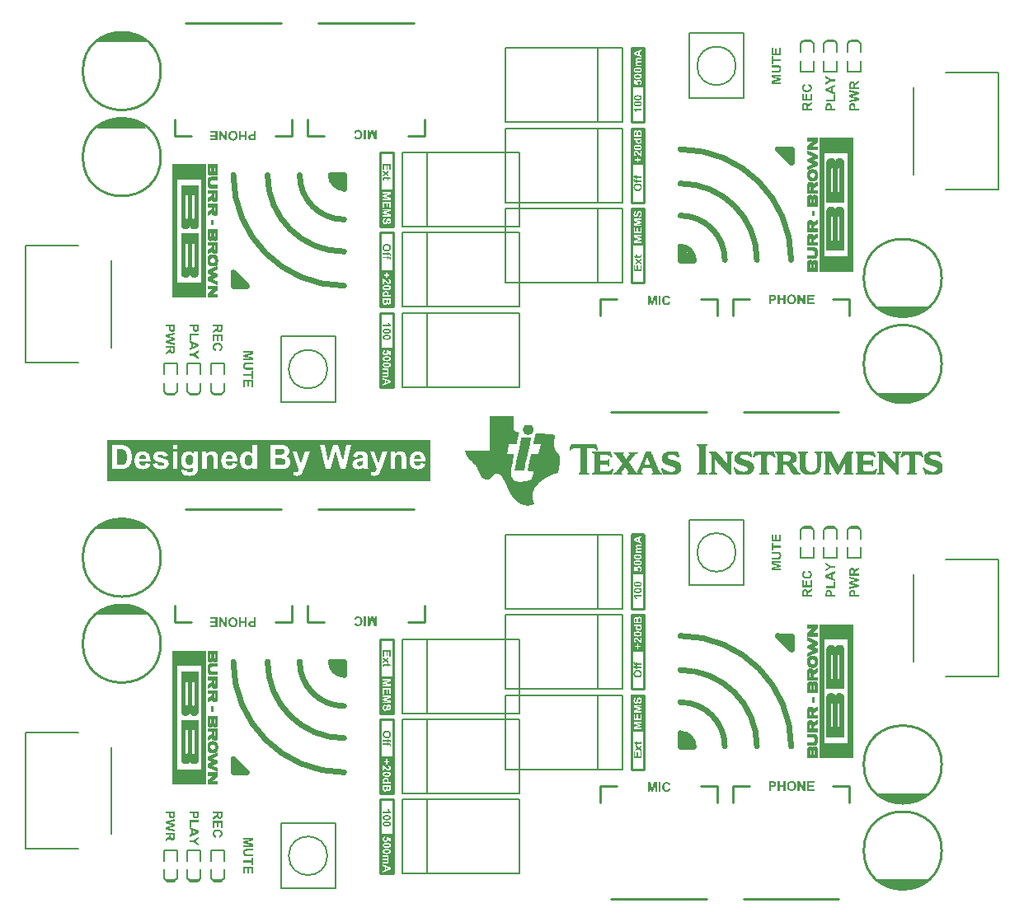
<source format=gto>
%FSLAX25Y25*%
%MOIN*%
G70*
G01*
G75*
G04 Layer_Color=65535*
%ADD10R,0.03150X0.03150*%
%ADD11R,0.06299X0.03937*%
%ADD12R,0.09843X0.04331*%
%ADD13C,0.04000*%
%ADD14C,0.02000*%
%ADD15C,0.01575*%
G04:AMPARAMS|DCode=16|XSize=59.06mil|YSize=59.06mil|CornerRadius=14.76mil|HoleSize=0mil|Usage=FLASHONLY|Rotation=270.000|XOffset=0mil|YOffset=0mil|HoleType=Round|Shape=RoundedRectangle|*
%AMROUNDEDRECTD16*
21,1,0.05906,0.02953,0,0,270.0*
21,1,0.02953,0.05906,0,0,270.0*
1,1,0.02953,-0.01476,-0.01476*
1,1,0.02953,-0.01476,0.01476*
1,1,0.02953,0.01476,0.01476*
1,1,0.02953,0.01476,-0.01476*
%
%ADD16ROUNDEDRECTD16*%
%ADD17C,0.05906*%
%ADD18C,0.03937*%
G04:AMPARAMS|DCode=19|XSize=98.43mil|YSize=98.43mil|CornerRadius=24.61mil|HoleSize=0mil|Usage=FLASHONLY|Rotation=270.000|XOffset=0mil|YOffset=0mil|HoleType=Round|Shape=RoundedRectangle|*
%AMROUNDEDRECTD19*
21,1,0.09843,0.04921,0,0,270.0*
21,1,0.04921,0.09843,0,0,270.0*
1,1,0.04921,-0.02461,-0.02461*
1,1,0.04921,-0.02461,0.02461*
1,1,0.04921,0.02461,0.02461*
1,1,0.04921,0.02461,-0.02461*
%
%ADD19ROUNDEDRECTD19*%
%ADD20O,0.08000X0.11811*%
%ADD21R,0.07500X0.07500*%
%ADD22O,0.17716X0.07874*%
%ADD23C,0.03150*%
%ADD24C,0.02400*%
%ADD25C,0.01201*%
%ADD26O,0.02165X0.05118*%
G04:AMPARAMS|DCode=27|XSize=31.5mil|YSize=51.18mil|CornerRadius=7.87mil|HoleSize=0mil|Usage=FLASHONLY|Rotation=270.000|XOffset=0mil|YOffset=0mil|HoleType=Round|Shape=RoundedRectangle|*
%AMROUNDEDRECTD27*
21,1,0.03150,0.03543,0,0,270.0*
21,1,0.01575,0.05118,0,0,270.0*
1,1,0.01575,-0.01772,-0.00787*
1,1,0.01575,-0.01772,0.00787*
1,1,0.01575,0.01772,0.00787*
1,1,0.01575,0.01772,-0.00787*
%
%ADD27ROUNDEDRECTD27*%
G04:AMPARAMS|DCode=28|XSize=31.5mil|YSize=51.18mil|CornerRadius=7.87mil|HoleSize=0mil|Usage=FLASHONLY|Rotation=180.000|XOffset=0mil|YOffset=0mil|HoleType=Round|Shape=RoundedRectangle|*
%AMROUNDEDRECTD28*
21,1,0.03150,0.03543,0,0,180.0*
21,1,0.01575,0.05118,0,0,180.0*
1,1,0.01575,-0.00787,0.01772*
1,1,0.01575,0.00787,0.01772*
1,1,0.01575,0.00787,-0.01772*
1,1,0.01575,-0.00787,-0.01772*
%
%ADD28ROUNDEDRECTD28*%
%ADD29O,0.05118X0.02165*%
%ADD30C,0.01201*%
%ADD31C,0.00394*%
%ADD32R,0.03543X0.03937*%
%ADD33R,0.03937X0.03543*%
G04:AMPARAMS|DCode=34|XSize=23.62mil|YSize=39.37mil|CornerRadius=2.95mil|HoleSize=0mil|Usage=FLASHONLY|Rotation=0.000|XOffset=0mil|YOffset=0mil|HoleType=Round|Shape=RoundedRectangle|*
%AMROUNDEDRECTD34*
21,1,0.02362,0.03347,0,0,0.0*
21,1,0.01772,0.03937,0,0,0.0*
1,1,0.00591,0.00886,-0.01673*
1,1,0.00591,-0.00886,-0.01673*
1,1,0.00591,-0.00886,0.01673*
1,1,0.00591,0.00886,0.01673*
%
%ADD34ROUNDEDRECTD34*%
%ADD35R,0.07874X0.09449*%
%ADD36C,0.02306*%
%ADD37C,0.01153*%
%ADD38C,0.01000*%
%ADD39C,0.00500*%
%ADD40C,0.00029*%
%ADD41C,0.00710*%
%ADD42C,0.00787*%
%ADD43C,0.00152*%
%ADD44C,0.00089*%
G36*
X92028Y39106D02*
X89776D01*
X89671Y39100D01*
X89566D01*
X89460Y39094D01*
X89367Y39089D01*
X89326D01*
X89297Y39083D01*
X89285D01*
X89256Y39071D01*
X89215Y39054D01*
X89162Y39036D01*
X89098Y39001D01*
X89033Y38960D01*
X88975Y38913D01*
X88916Y38849D01*
X88910Y38837D01*
X88893Y38814D01*
X88870Y38773D01*
X88846Y38714D01*
X88823Y38644D01*
X88799Y38556D01*
X88782Y38451D01*
X88776Y38340D01*
Y38334D01*
Y38328D01*
Y38311D01*
Y38287D01*
X88782Y38229D01*
X88793Y38153D01*
X88811Y38077D01*
X88834Y37995D01*
X88864Y37919D01*
X88910Y37848D01*
X88916Y37843D01*
X88934Y37819D01*
X88963Y37790D01*
X89004Y37761D01*
X89051Y37726D01*
X89104Y37690D01*
X89168Y37661D01*
X89238Y37644D01*
X89250D01*
X89279Y37638D01*
X89326Y37632D01*
X89396Y37626D01*
X89484Y37620D01*
X89601Y37614D01*
X89665D01*
X89735Y37609D01*
X92028D01*
Y36830D01*
X89835D01*
X89770Y36836D01*
X89624D01*
X89460Y36848D01*
X89302Y36860D01*
X89226Y36866D01*
X89150Y36871D01*
X89086Y36883D01*
X89027Y36895D01*
X89016D01*
X88981Y36907D01*
X88928Y36924D01*
X88858Y36948D01*
X88782Y36983D01*
X88700Y37018D01*
X88618Y37070D01*
X88542Y37129D01*
X88536Y37135D01*
X88507Y37158D01*
X88472Y37199D01*
X88431Y37246D01*
X88378Y37316D01*
X88325Y37392D01*
X88273Y37480D01*
X88226Y37579D01*
Y37585D01*
X88220Y37591D01*
X88214Y37609D01*
X88208Y37632D01*
X88203Y37655D01*
X88191Y37690D01*
X88173Y37778D01*
X88150Y37884D01*
X88132Y38006D01*
X88121Y38153D01*
X88115Y38316D01*
Y38322D01*
Y38340D01*
Y38369D01*
Y38404D01*
X88121Y38451D01*
Y38504D01*
X88132Y38627D01*
X88144Y38761D01*
X88168Y38896D01*
X88197Y39030D01*
X88214Y39089D01*
X88238Y39147D01*
Y39153D01*
X88244Y39159D01*
X88261Y39194D01*
X88290Y39247D01*
X88325Y39311D01*
X88378Y39381D01*
X88431Y39457D01*
X88501Y39527D01*
X88571Y39598D01*
X88583Y39603D01*
X88606Y39621D01*
X88647Y39650D01*
X88700Y39685D01*
X88764Y39720D01*
X88840Y39755D01*
X88916Y39791D01*
X88998Y39814D01*
X89016D01*
X89033Y39820D01*
X89062Y39826D01*
X89092Y39832D01*
X89139Y39838D01*
X89185Y39843D01*
X89244Y39849D01*
X89308Y39855D01*
X89378Y39861D01*
X89460Y39867D01*
X89548Y39873D01*
X89642Y39878D01*
X89747D01*
X89858Y39884D01*
X92028D01*
Y39106D01*
D02*
G37*
G36*
Y43207D02*
X89402Y42511D01*
X92028Y41826D01*
Y40657D01*
X88185D01*
Y41376D01*
X91210Y41382D01*
X88185Y42142D01*
Y42885D01*
X91210Y43646D01*
X88185D01*
Y44365D01*
X92028D01*
Y43207D01*
D02*
G37*
G36*
Y33244D02*
X91379D01*
Y34374D01*
X88185D01*
Y35152D01*
X91379D01*
Y36281D01*
X92028D01*
Y33244D01*
D02*
G37*
G36*
X249168Y273597D02*
X245962D01*
Y275968D01*
X246504D01*
Y274246D01*
X247216D01*
Y275846D01*
X247758D01*
Y274246D01*
X248626D01*
Y276032D01*
X249168D01*
Y273597D01*
D02*
G37*
G36*
X92028Y29893D02*
X91379D01*
Y31958D01*
X90525D01*
Y30039D01*
X89876D01*
Y31958D01*
X88834D01*
Y29816D01*
X88185D01*
Y32736D01*
X92028D01*
Y29893D01*
D02*
G37*
G36*
X84012Y133530D02*
X84070D01*
X84140Y133518D01*
X84228Y133506D01*
X84322Y133495D01*
X84421Y133471D01*
X84526Y133442D01*
X84638Y133407D01*
X84749Y133366D01*
X84860Y133313D01*
X84977Y133255D01*
X85082Y133185D01*
X85188Y133108D01*
X85287Y133015D01*
X85293Y133009D01*
X85310Y132992D01*
X85334Y132962D01*
X85363Y132921D01*
X85404Y132869D01*
X85445Y132804D01*
X85492Y132728D01*
X85539Y132641D01*
X85585Y132541D01*
X85632Y132436D01*
X85673Y132319D01*
X85714Y132190D01*
X85743Y132050D01*
X85767Y131903D01*
X85784Y131746D01*
X85790Y131576D01*
Y131570D01*
Y131547D01*
Y131517D01*
Y131476D01*
X85784Y131424D01*
X85778Y131365D01*
Y131301D01*
X85767Y131231D01*
X85749Y131073D01*
X85720Y130909D01*
X85679Y130745D01*
X85620Y130587D01*
Y130581D01*
X85615Y130576D01*
X85597Y130540D01*
X85568Y130482D01*
X85527Y130412D01*
X85474Y130330D01*
X85416Y130242D01*
X85340Y130148D01*
X85264Y130061D01*
X85252Y130049D01*
X85223Y130020D01*
X85176Y129979D01*
X85117Y129932D01*
X85041Y129874D01*
X84959Y129815D01*
X84866Y129762D01*
X84766Y129716D01*
X84760D01*
X84749Y129710D01*
X84731Y129698D01*
X84702Y129692D01*
X84667Y129680D01*
X84626Y129663D01*
X84579Y129651D01*
X84526Y129634D01*
X84404Y129610D01*
X84263Y129581D01*
X84105Y129563D01*
X83936Y129558D01*
X83900D01*
X83854Y129563D01*
X83795D01*
X83725Y129575D01*
X83643Y129587D01*
X83549Y129604D01*
X83450Y129622D01*
X83339Y129651D01*
X83234Y129686D01*
X83117Y129733D01*
X83005Y129780D01*
X82894Y129844D01*
X82783Y129914D01*
X82678Y129996D01*
X82578Y130090D01*
X82573Y130096D01*
X82555Y130113D01*
X82532Y130143D01*
X82497Y130189D01*
X82461Y130242D01*
X82415Y130306D01*
X82374Y130382D01*
X82321Y130470D01*
X82274Y130570D01*
X82227Y130681D01*
X82187Y130798D01*
X82151Y130926D01*
X82116Y131067D01*
X82093Y131219D01*
X82075Y131383D01*
X82069Y131552D01*
Y131564D01*
Y131593D01*
X82075Y131640D01*
Y131704D01*
X82087Y131786D01*
X82099Y131874D01*
X82110Y131979D01*
X82134Y132085D01*
X82157Y132202D01*
X82192Y132319D01*
X82233Y132442D01*
X82286Y132564D01*
X82344Y132681D01*
X82409Y132799D01*
X82491Y132910D01*
X82578Y133015D01*
X82584Y133021D01*
X82602Y133038D01*
X82631Y133062D01*
X82672Y133097D01*
X82719Y133138D01*
X82783Y133179D01*
X82853Y133226D01*
X82935Y133272D01*
X83029Y133325D01*
X83128Y133372D01*
X83240Y133413D01*
X83362Y133454D01*
X83491Y133489D01*
X83626Y133512D01*
X83772Y133530D01*
X83930Y133536D01*
X83965D01*
X84012Y133530D01*
D02*
G37*
G36*
X77588Y129622D02*
X74745D01*
Y130271D01*
X76810D01*
Y131125D01*
X74892D01*
Y131775D01*
X76810D01*
Y132816D01*
X74669D01*
Y133465D01*
X77588D01*
Y129622D01*
D02*
G37*
G36*
X142085Y130022D02*
X140927D01*
X140231Y132649D01*
X139546Y130022D01*
X138376D01*
Y133865D01*
X139096D01*
X139102Y130841D01*
X139862Y133865D01*
X140605D01*
X141366Y130841D01*
Y133865D01*
X142085D01*
Y130022D01*
D02*
G37*
G36*
X137627D02*
X136849D01*
Y133865D01*
X137627D01*
Y130022D01*
D02*
G37*
G36*
X134580Y133924D02*
X134632D01*
X134696Y133912D01*
X134773Y133900D01*
X134854Y133889D01*
X134948Y133865D01*
X135047Y133836D01*
X135147Y133801D01*
X135252Y133760D01*
X135357Y133707D01*
X135463Y133649D01*
X135568Y133579D01*
X135668Y133503D01*
X135761Y133409D01*
X135767Y133403D01*
X135785Y133386D01*
X135808Y133356D01*
X135837Y133316D01*
X135872Y133263D01*
X135919Y133198D01*
X135960Y133122D01*
X136007Y133035D01*
X136054Y132941D01*
X136095Y132830D01*
X136136Y132713D01*
X136177Y132584D01*
X136206Y132450D01*
X136229Y132303D01*
X136247Y132146D01*
X136253Y131982D01*
Y131970D01*
Y131941D01*
X136247Y131888D01*
Y131824D01*
X136235Y131742D01*
X136229Y131648D01*
X136212Y131549D01*
X136188Y131438D01*
X136165Y131315D01*
X136130Y131198D01*
X136095Y131069D01*
X136048Y130946D01*
X135989Y130823D01*
X135925Y130706D01*
X135849Y130595D01*
X135761Y130490D01*
X135755Y130484D01*
X135738Y130466D01*
X135708Y130443D01*
X135673Y130408D01*
X135621Y130367D01*
X135562Y130320D01*
X135492Y130273D01*
X135410Y130221D01*
X135322Y130174D01*
X135223Y130127D01*
X135118Y130080D01*
X135001Y130040D01*
X134878Y130004D01*
X134743Y129981D01*
X134603Y129963D01*
X134457Y129957D01*
X134386D01*
X134340Y129963D01*
X134281Y129969D01*
X134211Y129981D01*
X134135Y129993D01*
X134053Y130010D01*
X133959Y130034D01*
X133872Y130063D01*
X133772Y130092D01*
X133679Y130133D01*
X133585Y130186D01*
X133491Y130238D01*
X133404Y130303D01*
X133316Y130379D01*
X133310D01*
X133304Y130391D01*
X133275Y130426D01*
X133228Y130478D01*
X133170Y130560D01*
X133105Y130659D01*
X133035Y130777D01*
X132971Y130917D01*
X132918Y131081D01*
X133684Y131262D01*
Y131256D01*
X133690Y131250D01*
X133696Y131215D01*
X133720Y131163D01*
X133749Y131093D01*
X133784Y131016D01*
X133836Y130940D01*
X133895Y130864D01*
X133971Y130794D01*
X133983Y130788D01*
X134012Y130765D01*
X134053Y130736D01*
X134117Y130706D01*
X134193Y130671D01*
X134287Y130648D01*
X134386Y130624D01*
X134498Y130619D01*
X134538D01*
X134568Y130624D01*
X134603Y130630D01*
X134644Y130636D01*
X134743Y130659D01*
X134854Y130695D01*
X134971Y130747D01*
X135024Y130782D01*
X135083Y130823D01*
X135135Y130876D01*
X135188Y130929D01*
Y130935D01*
X135200Y130940D01*
X135211Y130964D01*
X135229Y130987D01*
X135246Y131022D01*
X135270Y131063D01*
X135293Y131110D01*
X135317Y131168D01*
X135346Y131233D01*
X135369Y131303D01*
X135393Y131385D01*
X135410Y131479D01*
X135428Y131572D01*
X135439Y131683D01*
X135445Y131800D01*
X135451Y131923D01*
Y131929D01*
Y131952D01*
Y131993D01*
X135445Y132040D01*
Y132105D01*
X135439Y132169D01*
X135428Y132245D01*
X135416Y132327D01*
X135387Y132497D01*
X135340Y132672D01*
X135311Y132754D01*
X135276Y132830D01*
X135240Y132900D01*
X135194Y132965D01*
X135188Y132970D01*
X135182Y132976D01*
X135147Y133011D01*
X135088Y133058D01*
X135012Y133117D01*
X134913Y133175D01*
X134796Y133222D01*
X134661Y133257D01*
X134591Y133263D01*
X134515Y133269D01*
X134486D01*
X134462Y133263D01*
X134404Y133257D01*
X134334Y133245D01*
X134246Y133222D01*
X134158Y133187D01*
X134071Y133140D01*
X133983Y133076D01*
X133971Y133064D01*
X133948Y133040D01*
X133907Y132988D01*
X133860Y132923D01*
X133807Y132836D01*
X133755Y132725D01*
X133702Y132602D01*
X133661Y132450D01*
X132906Y132684D01*
Y132689D01*
X132912Y132713D01*
X132924Y132742D01*
X132941Y132789D01*
X132959Y132842D01*
X132982Y132900D01*
X133012Y132970D01*
X133047Y133040D01*
X133123Y133193D01*
X133222Y133351D01*
X133345Y133497D01*
X133410Y133567D01*
X133485Y133625D01*
X133491Y133631D01*
X133503Y133637D01*
X133527Y133655D01*
X133556Y133672D01*
X133597Y133696D01*
X133643Y133719D01*
X133702Y133748D01*
X133766Y133778D01*
X133836Y133807D01*
X133913Y133836D01*
X133994Y133860D01*
X134082Y133883D01*
X134182Y133900D01*
X134281Y133918D01*
X134392Y133924D01*
X134503Y133930D01*
X134538D01*
X134580Y133924D01*
D02*
G37*
G36*
X60528Y53825D02*
Y53819D01*
Y53796D01*
Y53761D01*
Y53708D01*
Y53655D01*
Y53591D01*
X60523Y53521D01*
Y53445D01*
X60517Y53287D01*
X60505Y53135D01*
X60499Y53065D01*
X60488Y53000D01*
X60482Y52948D01*
X60470Y52901D01*
Y52895D01*
X60464Y52883D01*
X60458Y52872D01*
X60452Y52848D01*
X60429Y52784D01*
X60388Y52708D01*
X60341Y52620D01*
X60271Y52532D01*
X60189Y52439D01*
X60090Y52351D01*
X60084D01*
X60078Y52339D01*
X60061Y52328D01*
X60037Y52316D01*
X60008Y52298D01*
X59973Y52281D01*
X59891Y52234D01*
X59780Y52193D01*
X59651Y52158D01*
X59505Y52135D01*
X59341Y52123D01*
X59282D01*
X59218Y52129D01*
X59136Y52140D01*
X59043Y52152D01*
X58943Y52175D01*
X58844Y52211D01*
X58750Y52251D01*
X58738Y52257D01*
X58709Y52275D01*
X58668Y52304D01*
X58615Y52339D01*
X58551Y52386D01*
X58487Y52445D01*
X58428Y52509D01*
X58370Y52579D01*
X58364Y52585D01*
X58346Y52614D01*
X58323Y52655D01*
X58300Y52702D01*
X58264Y52766D01*
X58235Y52831D01*
X58212Y52907D01*
X58188Y52983D01*
Y52989D01*
Y52994D01*
X58183Y53012D01*
Y53035D01*
X58177Y53065D01*
X58171Y53100D01*
X58165Y53141D01*
Y53188D01*
X58159Y53240D01*
X58153Y53299D01*
X58148Y53363D01*
X58142Y53439D01*
Y53515D01*
X58136Y53597D01*
Y53691D01*
Y53784D01*
Y54287D01*
X56685D01*
Y55065D01*
X60528D01*
Y53825D01*
D02*
G37*
G36*
X77762Y47747D02*
X77827D01*
X77909Y47735D01*
X78002Y47730D01*
X78102Y47712D01*
X78213Y47688D01*
X78336Y47665D01*
X78453Y47630D01*
X78581Y47595D01*
X78704Y47548D01*
X78827Y47490D01*
X78944Y47425D01*
X79055Y47349D01*
X79160Y47262D01*
X79166Y47256D01*
X79184Y47238D01*
X79207Y47209D01*
X79242Y47174D01*
X79283Y47121D01*
X79330Y47063D01*
X79377Y46992D01*
X79430Y46910D01*
X79476Y46823D01*
X79523Y46723D01*
X79570Y46618D01*
X79611Y46501D01*
X79646Y46378D01*
X79669Y46244D01*
X79687Y46103D01*
X79693Y45957D01*
Y45951D01*
Y45928D01*
Y45887D01*
X79687Y45840D01*
X79681Y45781D01*
X79669Y45711D01*
X79658Y45635D01*
X79640Y45553D01*
X79617Y45460D01*
X79588Y45372D01*
X79558Y45272D01*
X79517Y45179D01*
X79465Y45085D01*
X79412Y44992D01*
X79348Y44904D01*
X79272Y44816D01*
Y44810D01*
X79260Y44804D01*
X79225Y44775D01*
X79172Y44728D01*
X79090Y44670D01*
X78991Y44605D01*
X78874Y44535D01*
X78733Y44471D01*
X78570Y44418D01*
X78388Y45185D01*
X78394D01*
X78400Y45191D01*
X78435Y45196D01*
X78488Y45220D01*
X78558Y45249D01*
X78634Y45284D01*
X78710Y45337D01*
X78786Y45395D01*
X78856Y45471D01*
X78862Y45483D01*
X78886Y45512D01*
X78915Y45553D01*
X78944Y45618D01*
X78979Y45694D01*
X79002Y45787D01*
X79026Y45887D01*
X79032Y45998D01*
Y46004D01*
Y46015D01*
Y46039D01*
X79026Y46068D01*
X79020Y46103D01*
X79014Y46144D01*
X78991Y46244D01*
X78956Y46355D01*
X78903Y46472D01*
X78868Y46524D01*
X78827Y46583D01*
X78774Y46635D01*
X78722Y46688D01*
X78716D01*
X78710Y46700D01*
X78687Y46712D01*
X78663Y46729D01*
X78628Y46747D01*
X78587Y46770D01*
X78540Y46793D01*
X78482Y46817D01*
X78417Y46846D01*
X78347Y46870D01*
X78265Y46893D01*
X78172Y46910D01*
X78078Y46928D01*
X77967Y46940D01*
X77850Y46946D01*
X77727Y46951D01*
X77657D01*
X77610Y46946D01*
X77546D01*
X77482Y46940D01*
X77406Y46928D01*
X77324Y46916D01*
X77154Y46887D01*
X76978Y46840D01*
X76897Y46811D01*
X76820Y46776D01*
X76750Y46741D01*
X76686Y46694D01*
X76680Y46688D01*
X76674Y46682D01*
X76639Y46647D01*
X76592Y46589D01*
X76534Y46513D01*
X76475Y46413D01*
X76429Y46296D01*
X76393Y46162D01*
X76388Y46091D01*
X76382Y46015D01*
Y46010D01*
Y46004D01*
Y45986D01*
X76388Y45963D01*
X76393Y45904D01*
X76405Y45834D01*
X76429Y45746D01*
X76464Y45659D01*
X76510Y45571D01*
X76575Y45483D01*
X76587Y45471D01*
X76610Y45448D01*
X76662Y45407D01*
X76727Y45360D01*
X76815Y45307D01*
X76926Y45255D01*
X77049Y45202D01*
X77201Y45161D01*
X76967Y44407D01*
X76961D01*
X76938Y44412D01*
X76908Y44424D01*
X76861Y44442D01*
X76809Y44459D01*
X76750Y44483D01*
X76680Y44512D01*
X76610Y44547D01*
X76458Y44623D01*
X76300Y44723D01*
X76154Y44845D01*
X76083Y44910D01*
X76025Y44986D01*
X76019Y44992D01*
X76013Y45003D01*
X75996Y45027D01*
X75978Y45056D01*
X75955Y45097D01*
X75931Y45144D01*
X75902Y45202D01*
X75873Y45267D01*
X75844Y45337D01*
X75814Y45413D01*
X75791Y45495D01*
X75767Y45583D01*
X75750Y45682D01*
X75732Y45781D01*
X75726Y45893D01*
X75721Y46004D01*
Y46010D01*
Y46039D01*
X75726Y46080D01*
Y46132D01*
X75738Y46197D01*
X75750Y46273D01*
X75762Y46355D01*
X75785Y46448D01*
X75814Y46548D01*
X75849Y46647D01*
X75890Y46753D01*
X75943Y46858D01*
X76002Y46963D01*
X76072Y47068D01*
X76148Y47168D01*
X76241Y47262D01*
X76247Y47267D01*
X76265Y47285D01*
X76294Y47308D01*
X76335Y47337D01*
X76388Y47373D01*
X76452Y47419D01*
X76528Y47460D01*
X76616Y47507D01*
X76709Y47554D01*
X76820Y47595D01*
X76938Y47636D01*
X77066Y47677D01*
X77201Y47706D01*
X77347Y47730D01*
X77505Y47747D01*
X77669Y47753D01*
X77710D01*
X77762Y47747D01*
D02*
G37*
G36*
X79628Y48349D02*
X78979D01*
Y50415D01*
X78125D01*
Y48496D01*
X77476D01*
Y50415D01*
X76434D01*
Y48274D01*
X75785D01*
Y51193D01*
X79628D01*
Y48349D01*
D02*
G37*
G36*
X250227Y284097D02*
X244908D01*
Y298985D01*
X250227D01*
Y284097D01*
D02*
G37*
G36*
X70093Y50690D02*
X66934D01*
Y48765D01*
X66285D01*
Y51468D01*
X70093D01*
Y50690D01*
D02*
G37*
G36*
X70129Y53825D02*
Y53819D01*
Y53796D01*
Y53761D01*
Y53708D01*
Y53655D01*
Y53591D01*
X70123Y53521D01*
Y53445D01*
X70117Y53287D01*
X70105Y53135D01*
X70099Y53065D01*
X70087Y53000D01*
X70082Y52948D01*
X70070Y52901D01*
Y52895D01*
X70064Y52883D01*
X70058Y52872D01*
X70052Y52848D01*
X70029Y52784D01*
X69988Y52708D01*
X69941Y52620D01*
X69871Y52532D01*
X69789Y52439D01*
X69690Y52351D01*
X69684D01*
X69678Y52339D01*
X69661Y52328D01*
X69637Y52316D01*
X69608Y52298D01*
X69573Y52281D01*
X69491Y52234D01*
X69380Y52193D01*
X69251Y52158D01*
X69105Y52135D01*
X68941Y52123D01*
X68882D01*
X68818Y52129D01*
X68736Y52140D01*
X68643Y52152D01*
X68543Y52175D01*
X68444Y52211D01*
X68350Y52251D01*
X68338Y52257D01*
X68309Y52275D01*
X68268Y52304D01*
X68216Y52339D01*
X68151Y52386D01*
X68087Y52445D01*
X68028Y52509D01*
X67970Y52579D01*
X67964Y52585D01*
X67946Y52614D01*
X67923Y52655D01*
X67900Y52702D01*
X67865Y52766D01*
X67835Y52831D01*
X67812Y52907D01*
X67788Y52983D01*
Y52989D01*
Y52994D01*
X67783Y53012D01*
Y53035D01*
X67777Y53065D01*
X67771Y53100D01*
X67765Y53141D01*
Y53188D01*
X67759Y53240D01*
X67753Y53299D01*
X67747Y53363D01*
X67742Y53439D01*
Y53515D01*
X67736Y53597D01*
Y53691D01*
Y53784D01*
Y54287D01*
X66285D01*
Y55065D01*
X70129D01*
Y53825D01*
D02*
G37*
G36*
X249168Y277949D02*
X248451Y277476D01*
X249168Y276998D01*
Y276280D01*
X247973Y277115D01*
X246845Y276315D01*
Y277066D01*
X247485Y277476D01*
X246845Y277910D01*
Y278628D01*
X247948Y277842D01*
X249168Y278701D01*
Y277949D01*
D02*
G37*
G36*
X60528Y51064D02*
X57884Y50497D01*
X60528Y49795D01*
Y48876D01*
X57843Y48197D01*
X60528Y47613D01*
Y46829D01*
X56685Y47753D01*
Y48584D01*
X59557Y49350D01*
X56685Y50110D01*
Y50964D01*
X60528Y51860D01*
Y51064D01*
D02*
G37*
G36*
Y44799D02*
Y44793D01*
Y44769D01*
Y44740D01*
Y44699D01*
X60523Y44646D01*
Y44588D01*
Y44524D01*
X60517Y44459D01*
X60505Y44313D01*
X60482Y44167D01*
X60458Y44026D01*
X60441Y43962D01*
X60423Y43909D01*
Y43904D01*
X60417Y43898D01*
X60406Y43863D01*
X60376Y43810D01*
X60335Y43746D01*
X60283Y43675D01*
X60218Y43599D01*
X60142Y43529D01*
X60049Y43459D01*
X60037Y43453D01*
X60002Y43430D01*
X59949Y43406D01*
X59873Y43371D01*
X59785Y43342D01*
X59686Y43313D01*
X59569Y43295D01*
X59446Y43289D01*
X59405D01*
X59376Y43295D01*
X59335D01*
X59294Y43301D01*
X59195Y43319D01*
X59083Y43354D01*
X58961Y43400D01*
X58844Y43459D01*
X58785Y43500D01*
X58732Y43547D01*
X58727D01*
X58721Y43558D01*
X58709Y43576D01*
X58686Y43593D01*
X58668Y43623D01*
X58639Y43652D01*
X58610Y43693D01*
X58580Y43734D01*
X58551Y43786D01*
X58522Y43839D01*
X58493Y43904D01*
X58463Y43974D01*
X58434Y44044D01*
X58411Y44126D01*
X58393Y44208D01*
X58376Y44301D01*
Y44295D01*
X58370Y44290D01*
X58352Y44260D01*
X58323Y44214D01*
X58282Y44155D01*
X58235Y44091D01*
X58177Y44021D01*
X58118Y43950D01*
X58054Y43886D01*
X58048Y43880D01*
X58019Y43857D01*
X57978Y43822D01*
X57914Y43769D01*
X57826Y43705D01*
X57721Y43634D01*
X57656Y43588D01*
X57586Y43547D01*
X57516Y43500D01*
X57434Y43447D01*
X56685Y42979D01*
Y43909D01*
X57516Y44459D01*
X57522Y44465D01*
X57533Y44471D01*
X57557Y44488D01*
X57586Y44506D01*
X57627Y44530D01*
X57662Y44559D01*
X57756Y44623D01*
X57855Y44688D01*
X57943Y44758D01*
X58025Y44822D01*
X58060Y44845D01*
X58083Y44869D01*
X58089Y44875D01*
X58101Y44886D01*
X58124Y44910D01*
X58148Y44939D01*
X58200Y45015D01*
X58224Y45056D01*
X58241Y45103D01*
Y45109D01*
X58247Y45126D01*
X58259Y45156D01*
X58264Y45196D01*
X58276Y45249D01*
X58282Y45313D01*
X58288Y45395D01*
Y45489D01*
Y45641D01*
X56685D01*
Y46419D01*
X60528D01*
Y44799D01*
D02*
G37*
G36*
X79628Y53445D02*
Y53439D01*
Y53416D01*
Y53386D01*
Y53346D01*
X79623Y53293D01*
Y53234D01*
Y53170D01*
X79617Y53106D01*
X79605Y52959D01*
X79582Y52813D01*
X79558Y52673D01*
X79541Y52608D01*
X79523Y52556D01*
Y52550D01*
X79517Y52544D01*
X79506Y52509D01*
X79476Y52456D01*
X79435Y52392D01*
X79383Y52322D01*
X79318Y52246D01*
X79242Y52175D01*
X79149Y52105D01*
X79137Y52099D01*
X79102Y52076D01*
X79049Y52053D01*
X78973Y52017D01*
X78886Y51988D01*
X78786Y51959D01*
X78669Y51941D01*
X78546Y51936D01*
X78505D01*
X78476Y51941D01*
X78435D01*
X78394Y51947D01*
X78295Y51965D01*
X78184Y52000D01*
X78061Y52047D01*
X77944Y52105D01*
X77885Y52146D01*
X77833Y52193D01*
X77827D01*
X77821Y52205D01*
X77809Y52222D01*
X77786Y52240D01*
X77768Y52269D01*
X77739Y52298D01*
X77710Y52339D01*
X77680Y52380D01*
X77651Y52433D01*
X77622Y52486D01*
X77593Y52550D01*
X77563Y52620D01*
X77534Y52690D01*
X77511Y52772D01*
X77493Y52854D01*
X77476Y52948D01*
Y52942D01*
X77470Y52936D01*
X77452Y52907D01*
X77423Y52860D01*
X77382Y52801D01*
X77335Y52737D01*
X77277Y52667D01*
X77218Y52597D01*
X77154Y52532D01*
X77148Y52526D01*
X77119Y52503D01*
X77078Y52468D01*
X77013Y52415D01*
X76926Y52351D01*
X76820Y52281D01*
X76756Y52234D01*
X76686Y52193D01*
X76616Y52146D01*
X76534Y52094D01*
X75785Y51626D01*
Y52556D01*
X76616Y53106D01*
X76622Y53111D01*
X76633Y53117D01*
X76657Y53135D01*
X76686Y53152D01*
X76727Y53176D01*
X76762Y53205D01*
X76856Y53269D01*
X76955Y53334D01*
X77043Y53404D01*
X77125Y53468D01*
X77160Y53492D01*
X77183Y53515D01*
X77189Y53521D01*
X77201Y53533D01*
X77224Y53556D01*
X77248Y53585D01*
X77300Y53661D01*
X77324Y53702D01*
X77341Y53749D01*
Y53755D01*
X77347Y53772D01*
X77359Y53802D01*
X77364Y53843D01*
X77376Y53895D01*
X77382Y53960D01*
X77388Y54042D01*
Y54135D01*
Y54287D01*
X75785D01*
Y55065D01*
X79628D01*
Y53445D01*
D02*
G37*
G36*
X249144Y280170D02*
X249154Y280140D01*
X249168Y280097D01*
X249183Y280038D01*
X249198Y279965D01*
X249212Y279882D01*
X249222Y279789D01*
X249227Y279692D01*
Y279687D01*
Y279662D01*
X249222Y279633D01*
Y279594D01*
X249212Y279545D01*
X249202Y279496D01*
X249193Y279443D01*
X249173Y279394D01*
X249168Y279389D01*
X249163Y279374D01*
X249154Y279350D01*
X249134Y279321D01*
X249090Y279257D01*
X249061Y279223D01*
X249032Y279199D01*
X249027Y279194D01*
X249017Y279189D01*
X248992Y279179D01*
X248968Y279165D01*
X248929Y279150D01*
X248890Y279135D01*
X248841Y279125D01*
X248788Y279116D01*
X248783D01*
X248763Y279111D01*
X248734D01*
X248695Y279106D01*
X248636Y279101D01*
X248558D01*
X248465Y279096D01*
X247333D01*
Y278813D01*
X246845D01*
Y279096D01*
X246387D01*
X246025Y279711D01*
X246845D01*
Y280131D01*
X247333D01*
Y279711D01*
X248427D01*
X248485Y279716D01*
X248583D01*
X248602Y279721D01*
X248622D01*
X248641Y279731D01*
X248666Y279750D01*
X248690Y279774D01*
X248695Y279784D01*
X248705Y279804D01*
X248714Y279838D01*
X248719Y279877D01*
Y279882D01*
Y279892D01*
X248714Y279911D01*
X248710Y279941D01*
X248705Y279975D01*
X248695Y280018D01*
X248680Y280067D01*
X248661Y280126D01*
X249139Y280180D01*
X249144Y280170D01*
D02*
G37*
G36*
X93085Y129622D02*
X91611D01*
X91541Y129628D01*
X91465D01*
X91307Y129634D01*
X91154Y129645D01*
X91084Y129651D01*
X91020Y129663D01*
X90967Y129669D01*
X90921Y129680D01*
X90915D01*
X90903Y129686D01*
X90891Y129692D01*
X90868Y129698D01*
X90803Y129721D01*
X90728Y129762D01*
X90640Y129809D01*
X90552Y129879D01*
X90458Y129961D01*
X90371Y130061D01*
Y130067D01*
X90359Y130072D01*
X90347Y130090D01*
X90336Y130113D01*
X90318Y130143D01*
X90300Y130178D01*
X90254Y130260D01*
X90213Y130371D01*
X90178Y130499D01*
X90154Y130646D01*
X90143Y130809D01*
Y130815D01*
Y130827D01*
Y130845D01*
Y130868D01*
X90148Y130932D01*
X90160Y131014D01*
X90172Y131108D01*
X90195Y131207D01*
X90230Y131307D01*
X90271Y131400D01*
X90277Y131412D01*
X90295Y131441D01*
X90324Y131482D01*
X90359Y131535D01*
X90406Y131599D01*
X90464Y131664D01*
X90529Y131722D01*
X90599Y131781D01*
X90605Y131786D01*
X90634Y131804D01*
X90675Y131827D01*
X90722Y131851D01*
X90786Y131886D01*
X90850Y131915D01*
X90926Y131939D01*
X91002Y131962D01*
X91014D01*
X91032Y131968D01*
X91055D01*
X91084Y131974D01*
X91119Y131979D01*
X91160Y131985D01*
X91207D01*
X91260Y131991D01*
X91318Y131997D01*
X91383Y132003D01*
X91459Y132009D01*
X91535D01*
X91617Y132015D01*
X92307D01*
Y133465D01*
X93085D01*
Y129622D01*
D02*
G37*
G36*
X137627Y326872D02*
X136849D01*
Y330716D01*
X137627D01*
Y326872D01*
D02*
G37*
G36*
X92028Y240057D02*
X89402Y239361D01*
X92028Y238677D01*
Y237507D01*
X88185D01*
Y238226D01*
X91210Y238232D01*
X88185Y238993D01*
Y239736D01*
X91210Y240496D01*
X88185D01*
Y241216D01*
X92028D01*
Y240057D01*
D02*
G37*
G36*
X134580Y330774D02*
X134632D01*
X134696Y330763D01*
X134773Y330751D01*
X134854Y330739D01*
X134948Y330716D01*
X135047Y330686D01*
X135147Y330651D01*
X135252Y330610D01*
X135357Y330558D01*
X135463Y330499D01*
X135568Y330429D01*
X135668Y330353D01*
X135761Y330259D01*
X135767Y330254D01*
X135785Y330236D01*
X135808Y330207D01*
X135837Y330166D01*
X135872Y330113D01*
X135919Y330049D01*
X135960Y329973D01*
X136007Y329885D01*
X136054Y329791D01*
X136095Y329680D01*
X136136Y329563D01*
X136177Y329435D01*
X136206Y329300D01*
X136229Y329154D01*
X136247Y328996D01*
X136253Y328832D01*
Y328820D01*
Y328791D01*
X136247Y328738D01*
Y328674D01*
X136235Y328592D01*
X136229Y328499D01*
X136212Y328399D01*
X136188Y328288D01*
X136165Y328165D01*
X136130Y328048D01*
X136095Y327920D01*
X136048Y327797D01*
X135989Y327674D01*
X135925Y327557D01*
X135849Y327446D01*
X135761Y327340D01*
X135755Y327334D01*
X135738Y327317D01*
X135708Y327293D01*
X135673Y327258D01*
X135621Y327218D01*
X135562Y327171D01*
X135492Y327124D01*
X135410Y327071D01*
X135322Y327024D01*
X135223Y326978D01*
X135118Y326931D01*
X135001Y326890D01*
X134878Y326855D01*
X134743Y326831D01*
X134603Y326814D01*
X134457Y326808D01*
X134386D01*
X134340Y326814D01*
X134281Y326820D01*
X134211Y326831D01*
X134135Y326843D01*
X134053Y326861D01*
X133959Y326884D01*
X133872Y326913D01*
X133772Y326942D01*
X133679Y326983D01*
X133585Y327036D01*
X133491Y327089D01*
X133404Y327153D01*
X133316Y327229D01*
X133310D01*
X133304Y327241D01*
X133275Y327276D01*
X133228Y327329D01*
X133170Y327411D01*
X133105Y327510D01*
X133035Y327627D01*
X132971Y327767D01*
X132918Y327931D01*
X133684Y328113D01*
Y328107D01*
X133690Y328101D01*
X133696Y328066D01*
X133720Y328013D01*
X133749Y327943D01*
X133784Y327867D01*
X133836Y327791D01*
X133895Y327715D01*
X133971Y327644D01*
X133983Y327639D01*
X134012Y327615D01*
X134053Y327586D01*
X134117Y327557D01*
X134193Y327522D01*
X134287Y327498D01*
X134386Y327475D01*
X134498Y327469D01*
X134538D01*
X134568Y327475D01*
X134603Y327481D01*
X134644Y327486D01*
X134743Y327510D01*
X134854Y327545D01*
X134971Y327598D01*
X135024Y327633D01*
X135083Y327674D01*
X135135Y327726D01*
X135188Y327779D01*
Y327785D01*
X135200Y327791D01*
X135211Y327814D01*
X135229Y327838D01*
X135246Y327873D01*
X135270Y327914D01*
X135293Y327960D01*
X135317Y328019D01*
X135346Y328083D01*
X135369Y328153D01*
X135393Y328235D01*
X135410Y328329D01*
X135428Y328423D01*
X135439Y328534D01*
X135445Y328651D01*
X135451Y328773D01*
Y328779D01*
Y328803D01*
Y328844D01*
X135445Y328890D01*
Y328955D01*
X135439Y329019D01*
X135428Y329095D01*
X135416Y329177D01*
X135387Y329347D01*
X135340Y329522D01*
X135311Y329604D01*
X135276Y329680D01*
X135240Y329750D01*
X135194Y329815D01*
X135188Y329821D01*
X135182Y329826D01*
X135147Y329862D01*
X135088Y329908D01*
X135012Y329967D01*
X134913Y330026D01*
X134796Y330072D01*
X134661Y330107D01*
X134591Y330113D01*
X134515Y330119D01*
X134486D01*
X134462Y330113D01*
X134404Y330107D01*
X134334Y330096D01*
X134246Y330072D01*
X134158Y330037D01*
X134071Y329990D01*
X133983Y329926D01*
X133971Y329914D01*
X133948Y329891D01*
X133907Y329838D01*
X133860Y329774D01*
X133807Y329686D01*
X133755Y329575D01*
X133702Y329452D01*
X133661Y329300D01*
X132906Y329534D01*
Y329540D01*
X132912Y329563D01*
X132924Y329592D01*
X132941Y329639D01*
X132959Y329692D01*
X132982Y329750D01*
X133012Y329821D01*
X133047Y329891D01*
X133123Y330043D01*
X133222Y330201D01*
X133345Y330347D01*
X133410Y330417D01*
X133485Y330476D01*
X133491Y330482D01*
X133503Y330488D01*
X133527Y330505D01*
X133556Y330523D01*
X133597Y330546D01*
X133643Y330570D01*
X133702Y330599D01*
X133766Y330628D01*
X133836Y330657D01*
X133913Y330686D01*
X133994Y330710D01*
X134082Y330733D01*
X134182Y330751D01*
X134281Y330768D01*
X134392Y330774D01*
X134503Y330780D01*
X134538D01*
X134580Y330774D01*
D02*
G37*
G36*
X84012Y330380D02*
X84070D01*
X84140Y330368D01*
X84228Y330357D01*
X84322Y330345D01*
X84421Y330322D01*
X84526Y330292D01*
X84638Y330257D01*
X84749Y330216D01*
X84860Y330164D01*
X84977Y330105D01*
X85082Y330035D01*
X85188Y329959D01*
X85287Y329865D01*
X85293Y329859D01*
X85310Y329842D01*
X85334Y329813D01*
X85363Y329772D01*
X85404Y329719D01*
X85445Y329655D01*
X85492Y329579D01*
X85539Y329491D01*
X85585Y329391D01*
X85632Y329286D01*
X85673Y329169D01*
X85714Y329041D01*
X85743Y328900D01*
X85767Y328754D01*
X85784Y328596D01*
X85790Y328426D01*
Y328420D01*
Y328397D01*
Y328368D01*
Y328327D01*
X85784Y328274D01*
X85778Y328216D01*
Y328151D01*
X85767Y328081D01*
X85749Y327923D01*
X85720Y327759D01*
X85679Y327595D01*
X85620Y327438D01*
Y327432D01*
X85615Y327426D01*
X85597Y327391D01*
X85568Y327332D01*
X85527Y327262D01*
X85474Y327180D01*
X85416Y327092D01*
X85340Y326999D01*
X85264Y326911D01*
X85252Y326899D01*
X85223Y326870D01*
X85176Y326829D01*
X85117Y326782D01*
X85041Y326724D01*
X84959Y326665D01*
X84866Y326613D01*
X84766Y326566D01*
X84760D01*
X84749Y326560D01*
X84731Y326548D01*
X84702Y326542D01*
X84667Y326531D01*
X84626Y326513D01*
X84579Y326501D01*
X84526Y326484D01*
X84404Y326461D01*
X84263Y326431D01*
X84105Y326414D01*
X83936Y326408D01*
X83900D01*
X83854Y326414D01*
X83795D01*
X83725Y326426D01*
X83643Y326437D01*
X83549Y326455D01*
X83450Y326472D01*
X83339Y326501D01*
X83234Y326537D01*
X83117Y326583D01*
X83005Y326630D01*
X82894Y326695D01*
X82783Y326765D01*
X82678Y326847D01*
X82578Y326940D01*
X82573Y326946D01*
X82555Y326964D01*
X82532Y326993D01*
X82497Y327040D01*
X82461Y327092D01*
X82415Y327157D01*
X82374Y327233D01*
X82321Y327321D01*
X82274Y327420D01*
X82227Y327531D01*
X82187Y327648D01*
X82151Y327777D01*
X82116Y327917D01*
X82093Y328069D01*
X82075Y328233D01*
X82069Y328403D01*
Y328415D01*
Y328444D01*
X82075Y328490D01*
Y328555D01*
X82087Y328637D01*
X82099Y328725D01*
X82110Y328830D01*
X82134Y328935D01*
X82157Y329052D01*
X82192Y329169D01*
X82233Y329292D01*
X82286Y329415D01*
X82344Y329532D01*
X82409Y329649D01*
X82491Y329760D01*
X82578Y329865D01*
X82584Y329871D01*
X82602Y329889D01*
X82631Y329912D01*
X82672Y329947D01*
X82719Y329988D01*
X82783Y330029D01*
X82853Y330076D01*
X82935Y330123D01*
X83029Y330175D01*
X83128Y330222D01*
X83240Y330263D01*
X83362Y330304D01*
X83491Y330339D01*
X83626Y330363D01*
X83772Y330380D01*
X83930Y330386D01*
X83965D01*
X84012Y330380D01*
D02*
G37*
G36*
X142085Y326872D02*
X140927D01*
X140231Y329499D01*
X139546Y326872D01*
X138376D01*
Y330716D01*
X139096D01*
X139102Y327691D01*
X139862Y330716D01*
X140605D01*
X141366Y327691D01*
Y330716D01*
X142085D01*
Y326872D01*
D02*
G37*
G36*
X247646Y112245D02*
X247699D01*
X247768Y112235D01*
X247841Y112225D01*
X247929Y112216D01*
X248017Y112196D01*
X248114Y112177D01*
X248212Y112147D01*
X248314Y112113D01*
X248417Y112069D01*
X248514Y112020D01*
X248612Y111967D01*
X248705Y111898D01*
X248793Y111825D01*
X248797Y111820D01*
X248812Y111806D01*
X248832Y111781D01*
X248861Y111747D01*
X248895Y111708D01*
X248929Y111654D01*
X248968Y111596D01*
X249007Y111528D01*
X249051Y111449D01*
X249090Y111366D01*
X249124Y111274D01*
X249159Y111171D01*
X249188Y111064D01*
X249207Y110952D01*
X249222Y110830D01*
X249227Y110698D01*
Y110688D01*
Y110669D01*
X249222Y110630D01*
Y110581D01*
X249212Y110522D01*
X249202Y110449D01*
X249193Y110371D01*
X249173Y110288D01*
X249149Y110200D01*
X249119Y110107D01*
X249085Y110015D01*
X249041Y109922D01*
X248992Y109824D01*
X248934Y109737D01*
X248871Y109649D01*
X248793Y109566D01*
X248788Y109561D01*
X248773Y109546D01*
X248748Y109527D01*
X248714Y109502D01*
X248671Y109468D01*
X248617Y109434D01*
X248553Y109395D01*
X248480Y109356D01*
X248397Y109317D01*
X248309Y109278D01*
X248212Y109244D01*
X248104Y109210D01*
X247987Y109185D01*
X247865Y109166D01*
X247733Y109151D01*
X247592Y109146D01*
X247509D01*
X247465Y109151D01*
X247416Y109156D01*
X247363D01*
X247304Y109166D01*
X247172Y109180D01*
X247036Y109205D01*
X246899Y109239D01*
X246767Y109288D01*
X246762D01*
X246758Y109292D01*
X246728Y109307D01*
X246679Y109332D01*
X246621Y109366D01*
X246553Y109410D01*
X246479Y109458D01*
X246401Y109522D01*
X246328Y109585D01*
X246318Y109595D01*
X246294Y109619D01*
X246260Y109659D01*
X246221Y109707D01*
X246172Y109771D01*
X246123Y109839D01*
X246079Y109917D01*
X246040Y110000D01*
Y110005D01*
X246035Y110015D01*
X246025Y110029D01*
X246021Y110054D01*
X246011Y110083D01*
X245996Y110117D01*
X245987Y110156D01*
X245972Y110200D01*
X245952Y110303D01*
X245928Y110420D01*
X245913Y110552D01*
X245908Y110693D01*
Y110703D01*
Y110722D01*
X245913Y110761D01*
Y110810D01*
X245923Y110869D01*
X245933Y110937D01*
X245947Y111015D01*
X245962Y111098D01*
X245987Y111191D01*
X246016Y111279D01*
X246055Y111376D01*
X246094Y111469D01*
X246147Y111562D01*
X246206Y111654D01*
X246274Y111742D01*
X246353Y111825D01*
X246357Y111830D01*
X246372Y111845D01*
X246396Y111864D01*
X246435Y111893D01*
X246479Y111923D01*
X246533Y111962D01*
X246597Y111996D01*
X246670Y112040D01*
X246753Y112079D01*
X246845Y112118D01*
X246943Y112152D01*
X247050Y112181D01*
X247167Y112211D01*
X247294Y112230D01*
X247431Y112245D01*
X247572Y112250D01*
X247607D01*
X247646Y112245D01*
D02*
G37*
G36*
X60528Y250676D02*
Y250670D01*
Y250646D01*
Y250611D01*
Y250559D01*
Y250506D01*
Y250442D01*
X60523Y250371D01*
Y250295D01*
X60517Y250137D01*
X60505Y249985D01*
X60499Y249915D01*
X60488Y249851D01*
X60482Y249798D01*
X60470Y249751D01*
Y249745D01*
X60464Y249734D01*
X60458Y249722D01*
X60452Y249699D01*
X60429Y249634D01*
X60388Y249558D01*
X60341Y249470D01*
X60271Y249383D01*
X60189Y249289D01*
X60090Y249201D01*
X60084D01*
X60078Y249190D01*
X60061Y249178D01*
X60037Y249166D01*
X60008Y249149D01*
X59973Y249131D01*
X59891Y249084D01*
X59780Y249043D01*
X59651Y249008D01*
X59505Y248985D01*
X59341Y248973D01*
X59282D01*
X59218Y248979D01*
X59136Y248991D01*
X59043Y249002D01*
X58943Y249026D01*
X58844Y249061D01*
X58750Y249102D01*
X58738Y249108D01*
X58709Y249125D01*
X58668Y249155D01*
X58615Y249190D01*
X58551Y249236D01*
X58487Y249295D01*
X58428Y249359D01*
X58370Y249429D01*
X58364Y249435D01*
X58346Y249465D01*
X58323Y249505D01*
X58300Y249552D01*
X58264Y249617D01*
X58235Y249681D01*
X58212Y249757D01*
X58188Y249833D01*
Y249839D01*
Y249845D01*
X58183Y249862D01*
Y249886D01*
X58177Y249915D01*
X58171Y249950D01*
X58165Y249991D01*
Y250038D01*
X58159Y250091D01*
X58153Y250149D01*
X58148Y250213D01*
X58142Y250289D01*
Y250365D01*
X58136Y250447D01*
Y250541D01*
Y250635D01*
Y251138D01*
X56685D01*
Y251916D01*
X60528D01*
Y250676D01*
D02*
G37*
G36*
X92028Y226743D02*
X91379D01*
Y228808D01*
X90525D01*
Y226889D01*
X89876D01*
Y228808D01*
X88834D01*
Y226667D01*
X88185D01*
Y229586D01*
X92028D01*
Y226743D01*
D02*
G37*
G36*
Y235957D02*
X89776D01*
X89671Y235951D01*
X89566D01*
X89460Y235945D01*
X89367Y235939D01*
X89326D01*
X89297Y235933D01*
X89285D01*
X89256Y235922D01*
X89215Y235904D01*
X89162Y235886D01*
X89098Y235851D01*
X89033Y235810D01*
X88975Y235764D01*
X88916Y235699D01*
X88910Y235687D01*
X88893Y235664D01*
X88870Y235623D01*
X88846Y235565D01*
X88823Y235494D01*
X88799Y235407D01*
X88782Y235301D01*
X88776Y235190D01*
Y235184D01*
Y235178D01*
Y235161D01*
Y235138D01*
X88782Y235079D01*
X88793Y235003D01*
X88811Y234927D01*
X88834Y234845D01*
X88864Y234769D01*
X88910Y234699D01*
X88916Y234693D01*
X88934Y234670D01*
X88963Y234640D01*
X89004Y234611D01*
X89051Y234576D01*
X89104Y234541D01*
X89168Y234512D01*
X89238Y234494D01*
X89250D01*
X89279Y234488D01*
X89326Y234482D01*
X89396Y234476D01*
X89484Y234471D01*
X89601Y234465D01*
X89665D01*
X89735Y234459D01*
X92028D01*
Y233681D01*
X89835D01*
X89770Y233687D01*
X89624D01*
X89460Y233699D01*
X89302Y233710D01*
X89226Y233716D01*
X89150Y233722D01*
X89086Y233734D01*
X89027Y233745D01*
X89016D01*
X88981Y233757D01*
X88928Y233774D01*
X88858Y233798D01*
X88782Y233833D01*
X88700Y233868D01*
X88618Y233921D01*
X88542Y233979D01*
X88536Y233985D01*
X88507Y234009D01*
X88472Y234050D01*
X88431Y234096D01*
X88378Y234167D01*
X88325Y234243D01*
X88273Y234330D01*
X88226Y234430D01*
Y234436D01*
X88220Y234441D01*
X88214Y234459D01*
X88208Y234482D01*
X88203Y234506D01*
X88191Y234541D01*
X88173Y234629D01*
X88150Y234734D01*
X88132Y234857D01*
X88121Y235003D01*
X88115Y235167D01*
Y235173D01*
Y235190D01*
Y235220D01*
Y235255D01*
X88121Y235301D01*
Y235354D01*
X88132Y235477D01*
X88144Y235612D01*
X88168Y235746D01*
X88197Y235880D01*
X88214Y235939D01*
X88238Y235998D01*
Y236003D01*
X88244Y236009D01*
X88261Y236044D01*
X88290Y236097D01*
X88325Y236161D01*
X88378Y236232D01*
X88431Y236308D01*
X88501Y236378D01*
X88571Y236448D01*
X88583Y236454D01*
X88606Y236471D01*
X88647Y236501D01*
X88700Y236536D01*
X88764Y236571D01*
X88840Y236606D01*
X88916Y236641D01*
X88998Y236664D01*
X89016D01*
X89033Y236670D01*
X89062Y236676D01*
X89092Y236682D01*
X89139Y236688D01*
X89185Y236694D01*
X89244Y236700D01*
X89308Y236705D01*
X89378Y236711D01*
X89460Y236717D01*
X89548Y236723D01*
X89642Y236729D01*
X89747D01*
X89858Y236735D01*
X92028D01*
Y235957D01*
D02*
G37*
G36*
Y230095D02*
X91379D01*
Y231224D01*
X88185D01*
Y232002D01*
X91379D01*
Y233131D01*
X92028D01*
Y230095D01*
D02*
G37*
G36*
X250227Y119646D02*
X244952D01*
Y134798D01*
X250227D01*
Y119646D01*
D02*
G37*
G36*
X89505Y129622D02*
X88727D01*
Y131137D01*
X87212D01*
Y129622D01*
X86434D01*
Y133465D01*
X87212D01*
Y131786D01*
X88727D01*
Y133465D01*
X89505D01*
Y129622D01*
D02*
G37*
G36*
X249168Y76746D02*
X245962D01*
Y79118D01*
X246504D01*
Y77395D01*
X247216D01*
Y78996D01*
X247758D01*
Y77395D01*
X248626D01*
Y79181D01*
X249168D01*
Y76746D01*
D02*
G37*
G36*
X81461Y129622D02*
X80712D01*
X79127Y132202D01*
Y129622D01*
X78407D01*
Y133465D01*
X79185D01*
X80742Y130944D01*
Y133465D01*
X81461D01*
Y129622D01*
D02*
G37*
G36*
X89505Y326472D02*
X88727D01*
Y327987D01*
X87212D01*
Y326472D01*
X86434D01*
Y330316D01*
X87212D01*
Y328637D01*
X88727D01*
Y330316D01*
X89505D01*
Y326472D01*
D02*
G37*
G36*
X81461D02*
X80712D01*
X79127Y329052D01*
Y326472D01*
X78407D01*
Y330316D01*
X79185D01*
X80742Y327794D01*
Y330316D01*
X81461D01*
Y326472D01*
D02*
G37*
G36*
X93085D02*
X91611D01*
X91541Y326478D01*
X91465D01*
X91307Y326484D01*
X91154Y326496D01*
X91084Y326501D01*
X91020Y326513D01*
X90967Y326519D01*
X90921Y326531D01*
X90915D01*
X90903Y326537D01*
X90891Y326542D01*
X90868Y326548D01*
X90803Y326572D01*
X90728Y326613D01*
X90640Y326659D01*
X90552Y326730D01*
X90458Y326812D01*
X90371Y326911D01*
Y326917D01*
X90359Y326923D01*
X90347Y326940D01*
X90336Y326964D01*
X90318Y326993D01*
X90300Y327028D01*
X90254Y327110D01*
X90213Y327221D01*
X90178Y327350D01*
X90154Y327496D01*
X90143Y327660D01*
Y327666D01*
Y327677D01*
Y327695D01*
Y327718D01*
X90148Y327783D01*
X90160Y327865D01*
X90172Y327958D01*
X90195Y328058D01*
X90230Y328157D01*
X90271Y328251D01*
X90277Y328262D01*
X90295Y328292D01*
X90324Y328333D01*
X90359Y328385D01*
X90406Y328450D01*
X90464Y328514D01*
X90529Y328572D01*
X90599Y328631D01*
X90605Y328637D01*
X90634Y328654D01*
X90675Y328678D01*
X90722Y328701D01*
X90786Y328736D01*
X90850Y328766D01*
X90926Y328789D01*
X91002Y328812D01*
X91014D01*
X91032Y328818D01*
X91055D01*
X91084Y328824D01*
X91119Y328830D01*
X91160Y328836D01*
X91207D01*
X91260Y328842D01*
X91318Y328847D01*
X91383Y328853D01*
X91459Y328859D01*
X91535D01*
X91617Y328865D01*
X92307D01*
Y330316D01*
X93085D01*
Y326472D01*
D02*
G37*
G36*
X77588D02*
X74745D01*
Y327122D01*
X76810D01*
Y327976D01*
X74892D01*
Y328625D01*
X76810D01*
Y329666D01*
X74669D01*
Y330316D01*
X77588D01*
Y326472D01*
D02*
G37*
G36*
X250227Y87246D02*
X244908D01*
Y102134D01*
X250227D01*
Y87246D01*
D02*
G37*
G36*
X249168Y81099D02*
X248451Y80626D01*
X249168Y80147D01*
Y79430D01*
X247973Y80265D01*
X246845Y79464D01*
Y80216D01*
X247485Y80626D01*
X246845Y81060D01*
Y81777D01*
X247948Y80992D01*
X249168Y81850D01*
Y81099D01*
D02*
G37*
G36*
X249144Y83319D02*
X249154Y83290D01*
X249168Y83246D01*
X249183Y83188D01*
X249198Y83114D01*
X249212Y83031D01*
X249222Y82939D01*
X249227Y82841D01*
Y82836D01*
Y82812D01*
X249222Y82783D01*
Y82744D01*
X249212Y82695D01*
X249202Y82646D01*
X249193Y82592D01*
X249173Y82543D01*
X249168Y82539D01*
X249163Y82524D01*
X249154Y82500D01*
X249134Y82470D01*
X249090Y82407D01*
X249061Y82373D01*
X249032Y82348D01*
X249027Y82343D01*
X249017Y82339D01*
X248992Y82329D01*
X248968Y82314D01*
X248929Y82300D01*
X248890Y82285D01*
X248841Y82275D01*
X248788Y82265D01*
X248783D01*
X248763Y82261D01*
X248734D01*
X248695Y82256D01*
X248636Y82251D01*
X248558D01*
X248465Y82246D01*
X247333D01*
Y81963D01*
X246845D01*
Y82246D01*
X246387D01*
X246025Y82861D01*
X246845D01*
Y83280D01*
X247333D01*
Y82861D01*
X248427D01*
X248485Y82866D01*
X248583D01*
X248602Y82871D01*
X248622D01*
X248641Y82880D01*
X248666Y82900D01*
X248690Y82924D01*
X248695Y82934D01*
X248705Y82953D01*
X248714Y82988D01*
X248719Y83027D01*
Y83031D01*
Y83041D01*
X248714Y83061D01*
X248710Y83090D01*
X248705Y83124D01*
X248695Y83168D01*
X248680Y83217D01*
X248661Y83276D01*
X249139Y83329D01*
X249144Y83319D01*
D02*
G37*
G36*
X70129Y47109D02*
Y46290D01*
X66285Y44746D01*
Y45588D01*
X67157Y45916D01*
Y47466D01*
X66285Y47782D01*
Y48601D01*
X70129Y47109D01*
D02*
G37*
G36*
X255325Y259835D02*
X254605D01*
X254599Y262860D01*
X253839Y259835D01*
X253096D01*
X252335Y262860D01*
Y259835D01*
X251616D01*
Y263679D01*
X252774D01*
X253470Y261052D01*
X254155Y263679D01*
X255325D01*
Y259835D01*
D02*
G37*
G36*
X259361Y263737D02*
X259420Y263732D01*
X259490Y263720D01*
X259566Y263708D01*
X259648Y263691D01*
X259741Y263667D01*
X259829Y263638D01*
X259929Y263609D01*
X260022Y263568D01*
X260116Y263515D01*
X260209Y263462D01*
X260297Y263398D01*
X260385Y263322D01*
X260391D01*
X260397Y263310D01*
X260426Y263275D01*
X260473Y263223D01*
X260531Y263141D01*
X260595Y263041D01*
X260666Y262924D01*
X260730Y262784D01*
X260783Y262620D01*
X260016Y262439D01*
Y262444D01*
X260011Y262450D01*
X260005Y262486D01*
X259981Y262538D01*
X259952Y262608D01*
X259917Y262684D01*
X259864Y262760D01*
X259806Y262837D01*
X259730Y262907D01*
X259718Y262913D01*
X259689Y262936D01*
X259648Y262965D01*
X259583Y262994D01*
X259507Y263030D01*
X259414Y263053D01*
X259314Y263076D01*
X259203Y263082D01*
X259162D01*
X259133Y263076D01*
X259098Y263071D01*
X259057Y263065D01*
X258958Y263041D01*
X258846Y263006D01*
X258729Y262953D01*
X258677Y262918D01*
X258618Y262877D01*
X258565Y262825D01*
X258513Y262772D01*
Y262766D01*
X258501Y262760D01*
X258489Y262737D01*
X258472Y262714D01*
X258454Y262679D01*
X258431Y262638D01*
X258408Y262591D01*
X258384Y262532D01*
X258355Y262468D01*
X258332Y262398D01*
X258308Y262316D01*
X258291Y262222D01*
X258273Y262129D01*
X258261Y262017D01*
X258256Y261900D01*
X258250Y261778D01*
Y261772D01*
Y261748D01*
Y261707D01*
X258256Y261661D01*
Y261596D01*
X258261Y261532D01*
X258273Y261456D01*
X258285Y261374D01*
X258314Y261204D01*
X258361Y261029D01*
X258390Y260947D01*
X258425Y260871D01*
X258460Y260801D01*
X258507Y260736D01*
X258513Y260731D01*
X258519Y260725D01*
X258554Y260689D01*
X258612Y260643D01*
X258688Y260584D01*
X258788Y260526D01*
X258905Y260479D01*
X259039Y260444D01*
X259110Y260438D01*
X259186Y260432D01*
X259215D01*
X259238Y260438D01*
X259297Y260444D01*
X259367Y260455D01*
X259455Y260479D01*
X259542Y260514D01*
X259630Y260561D01*
X259718Y260625D01*
X259730Y260637D01*
X259753Y260660D01*
X259794Y260713D01*
X259841Y260777D01*
X259893Y260865D01*
X259946Y260976D01*
X259999Y261099D01*
X260040Y261251D01*
X260794Y261017D01*
Y261011D01*
X260788Y260988D01*
X260777Y260959D01*
X260759Y260912D01*
X260742Y260859D01*
X260718Y260801D01*
X260689Y260731D01*
X260654Y260660D01*
X260578Y260508D01*
X260478Y260350D01*
X260356Y260204D01*
X260291Y260134D01*
X260215Y260075D01*
X260209Y260069D01*
X260198Y260064D01*
X260174Y260046D01*
X260145Y260029D01*
X260104Y260005D01*
X260057Y259982D01*
X259999Y259952D01*
X259934Y259923D01*
X259864Y259894D01*
X259788Y259865D01*
X259706Y259841D01*
X259619Y259818D01*
X259519Y259800D01*
X259420Y259783D01*
X259309Y259777D01*
X259197Y259771D01*
X259162D01*
X259121Y259777D01*
X259069D01*
X259004Y259789D01*
X258928Y259800D01*
X258846Y259812D01*
X258753Y259835D01*
X258653Y259865D01*
X258554Y259900D01*
X258449Y259941D01*
X258343Y259993D01*
X258238Y260052D01*
X258133Y260122D01*
X258033Y260198D01*
X257940Y260292D01*
X257934Y260298D01*
X257916Y260315D01*
X257893Y260344D01*
X257863Y260385D01*
X257828Y260438D01*
X257782Y260502D01*
X257741Y260578D01*
X257694Y260666D01*
X257647Y260760D01*
X257606Y260871D01*
X257565Y260988D01*
X257524Y261117D01*
X257495Y261251D01*
X257472Y261397D01*
X257454Y261555D01*
X257448Y261719D01*
Y261731D01*
Y261760D01*
X257454Y261813D01*
Y261877D01*
X257466Y261959D01*
X257472Y262053D01*
X257489Y262152D01*
X257513Y262263D01*
X257536Y262386D01*
X257571Y262503D01*
X257606Y262632D01*
X257653Y262755D01*
X257712Y262877D01*
X257776Y262994D01*
X257852Y263106D01*
X257940Y263211D01*
X257945Y263217D01*
X257963Y263234D01*
X257992Y263258D01*
X258027Y263293D01*
X258080Y263334D01*
X258138Y263381D01*
X258209Y263427D01*
X258291Y263480D01*
X258378Y263527D01*
X258478Y263574D01*
X258583Y263620D01*
X258700Y263661D01*
X258823Y263696D01*
X258958Y263720D01*
X259098Y263737D01*
X259244Y263743D01*
X259314D01*
X259361Y263737D01*
D02*
G37*
G36*
X256852Y259835D02*
X256073D01*
Y263679D01*
X256852D01*
Y259835D01*
D02*
G37*
G36*
X302322Y359327D02*
X305516D01*
Y358549D01*
X302322D01*
Y357420D01*
X301672D01*
Y360456D01*
X302322D01*
Y359327D01*
D02*
G37*
G36*
X305516Y360965D02*
X301672D01*
Y363808D01*
X302322D01*
Y361743D01*
X303176D01*
Y363662D01*
X303825D01*
Y361743D01*
X304866D01*
Y363884D01*
X305516D01*
Y360965D01*
D02*
G37*
G36*
X315293Y260235D02*
X314515D01*
X312959Y262757D01*
Y260235D01*
X312240D01*
Y264079D01*
X312988D01*
X314574Y261499D01*
Y264079D01*
X315293D01*
Y260235D01*
D02*
G37*
G36*
X324883Y341572D02*
X324965Y341560D01*
X325058Y341549D01*
X325158Y341525D01*
X325257Y341490D01*
X325351Y341449D01*
X325362Y341443D01*
X325392Y341426D01*
X325433Y341397D01*
X325485Y341361D01*
X325550Y341315D01*
X325614Y341256D01*
X325672Y341192D01*
X325731Y341122D01*
X325737Y341116D01*
X325754Y341087D01*
X325778Y341046D01*
X325801Y340999D01*
X325836Y340934D01*
X325866Y340870D01*
X325889Y340794D01*
X325912Y340718D01*
Y340712D01*
Y340706D01*
X325918Y340689D01*
Y340665D01*
X325924Y340636D01*
X325930Y340601D01*
X325936Y340560D01*
Y340513D01*
X325942Y340461D01*
X325947Y340402D01*
X325953Y340338D01*
X325959Y340262D01*
Y340186D01*
X325965Y340104D01*
Y340010D01*
Y339917D01*
Y339413D01*
X327416D01*
Y338635D01*
X323572D01*
Y339876D01*
Y339881D01*
Y339905D01*
Y339940D01*
Y339993D01*
Y340045D01*
Y340110D01*
X323578Y340180D01*
Y340256D01*
X323584Y340414D01*
X323596Y340566D01*
X323602Y340636D01*
X323613Y340701D01*
X323619Y340753D01*
X323631Y340800D01*
Y340806D01*
X323637Y340817D01*
X323642Y340829D01*
X323648Y340853D01*
X323672Y340917D01*
X323713Y340993D01*
X323760Y341081D01*
X323830Y341168D01*
X323912Y341262D01*
X324011Y341350D01*
X324017D01*
X324023Y341361D01*
X324040Y341373D01*
X324064Y341385D01*
X324093Y341403D01*
X324128Y341420D01*
X324210Y341467D01*
X324321Y341508D01*
X324450Y341543D01*
X324596Y341566D01*
X324760Y341578D01*
X324818D01*
X324883Y341572D01*
D02*
G37*
G36*
X318955Y263429D02*
X316891D01*
Y262575D01*
X318809D01*
Y261926D01*
X316891D01*
Y260885D01*
X319032D01*
Y260235D01*
X316112D01*
Y264079D01*
X318955D01*
Y263429D01*
D02*
G37*
G36*
X309847Y264137D02*
X309906D01*
X309976Y264126D01*
X310058Y264114D01*
X310151Y264096D01*
X310251Y264079D01*
X310362Y264050D01*
X310467Y264015D01*
X310584Y263968D01*
X310695Y263921D01*
X310806Y263857D01*
X310918Y263786D01*
X311023Y263704D01*
X311122Y263611D01*
X311128Y263605D01*
X311146Y263587D01*
X311169Y263558D01*
X311204Y263511D01*
X311239Y263459D01*
X311286Y263394D01*
X311327Y263318D01*
X311380Y263231D01*
X311426Y263131D01*
X311473Y263020D01*
X311514Y262903D01*
X311549Y262774D01*
X311584Y262634D01*
X311608Y262482D01*
X311626Y262318D01*
X311631Y262148D01*
Y262137D01*
Y262107D01*
X311626Y262061D01*
Y261996D01*
X311614Y261914D01*
X311602Y261827D01*
X311590Y261721D01*
X311567Y261616D01*
X311544Y261499D01*
X311508Y261382D01*
X311468Y261259D01*
X311415Y261136D01*
X311356Y261019D01*
X311292Y260902D01*
X311210Y260791D01*
X311122Y260686D01*
X311117Y260680D01*
X311099Y260663D01*
X311070Y260639D01*
X311029Y260604D01*
X310982Y260563D01*
X310918Y260522D01*
X310847Y260475D01*
X310766Y260429D01*
X310672Y260376D01*
X310572Y260329D01*
X310461Y260288D01*
X310338Y260247D01*
X310210Y260212D01*
X310075Y260189D01*
X309929Y260171D01*
X309771Y260165D01*
X309736D01*
X309689Y260171D01*
X309631D01*
X309560Y260183D01*
X309473Y260194D01*
X309379Y260206D01*
X309280Y260230D01*
X309174Y260259D01*
X309063Y260294D01*
X308952Y260335D01*
X308841Y260387D01*
X308724Y260446D01*
X308619Y260516D01*
X308513Y260592D01*
X308414Y260686D01*
X308408Y260692D01*
X308390Y260709D01*
X308367Y260738D01*
X308338Y260780D01*
X308297Y260832D01*
X308256Y260896D01*
X308209Y260972D01*
X308162Y261060D01*
X308116Y261160D01*
X308069Y261265D01*
X308028Y261382D01*
X307987Y261511D01*
X307958Y261651D01*
X307934Y261797D01*
X307917Y261955D01*
X307911Y262125D01*
Y262131D01*
Y262154D01*
Y262183D01*
Y262224D01*
X307917Y262277D01*
X307922Y262336D01*
Y262400D01*
X307934Y262470D01*
X307952Y262628D01*
X307981Y262792D01*
X308022Y262956D01*
X308080Y263114D01*
Y263120D01*
X308086Y263125D01*
X308104Y263160D01*
X308133Y263219D01*
X308174Y263289D01*
X308227Y263371D01*
X308285Y263459D01*
X308361Y263552D01*
X308437Y263640D01*
X308449Y263652D01*
X308478Y263681D01*
X308525Y263722D01*
X308583Y263769D01*
X308660Y263827D01*
X308741Y263886D01*
X308835Y263938D01*
X308934Y263985D01*
X308940D01*
X308952Y263991D01*
X308969Y264003D01*
X308999Y264009D01*
X309034Y264020D01*
X309075Y264038D01*
X309122Y264050D01*
X309174Y264067D01*
X309297Y264091D01*
X309438Y264120D01*
X309595Y264137D01*
X309765Y264143D01*
X309800D01*
X309847Y264137D01*
D02*
G37*
G36*
X302160Y264073D02*
X302236D01*
X302394Y264067D01*
X302546Y264055D01*
X302616Y264050D01*
X302681Y264038D01*
X302733Y264032D01*
X302780Y264020D01*
X302786D01*
X302798Y264015D01*
X302810Y264009D01*
X302833Y264003D01*
X302897Y263979D01*
X302973Y263938D01*
X303061Y263892D01*
X303149Y263822D01*
X303242Y263740D01*
X303330Y263640D01*
Y263634D01*
X303342Y263628D01*
X303354Y263611D01*
X303365Y263587D01*
X303383Y263558D01*
X303400Y263523D01*
X303447Y263441D01*
X303488Y263330D01*
X303523Y263201D01*
X303547Y263055D01*
X303558Y262891D01*
Y262885D01*
Y262874D01*
Y262856D01*
Y262833D01*
X303552Y262769D01*
X303541Y262687D01*
X303529Y262593D01*
X303506Y262493D01*
X303471Y262394D01*
X303430Y262300D01*
X303424Y262289D01*
X303406Y262260D01*
X303377Y262219D01*
X303342Y262166D01*
X303295Y262102D01*
X303237Y262037D01*
X303172Y261979D01*
X303102Y261920D01*
X303096Y261914D01*
X303067Y261897D01*
X303026Y261873D01*
X302979Y261850D01*
X302915Y261815D01*
X302851Y261786D01*
X302774Y261762D01*
X302698Y261739D01*
X302687D01*
X302669Y261733D01*
X302646D01*
X302616Y261727D01*
X302581Y261721D01*
X302540Y261716D01*
X302494D01*
X302441Y261710D01*
X302382Y261704D01*
X302318Y261698D01*
X302242Y261692D01*
X302166D01*
X302084Y261686D01*
X301394D01*
Y260235D01*
X300616D01*
Y264079D01*
X302090D01*
X302160Y264073D01*
D02*
G37*
G36*
X303930Y356864D02*
X304077D01*
X304240Y356853D01*
X304398Y356841D01*
X304474Y356835D01*
X304551Y356829D01*
X304615Y356818D01*
X304673Y356806D01*
X304685D01*
X304720Y356794D01*
X304773Y356777D01*
X304843Y356753D01*
X304919Y356718D01*
X305001Y356683D01*
X305083Y356630D01*
X305159Y356572D01*
X305165Y356566D01*
X305194Y356543D01*
X305229Y356502D01*
X305270Y356455D01*
X305323Y356385D01*
X305375Y356309D01*
X305428Y356221D01*
X305475Y356121D01*
Y356116D01*
X305481Y356110D01*
X305486Y356092D01*
X305492Y356069D01*
X305498Y356045D01*
X305510Y356010D01*
X305527Y355923D01*
X305551Y355817D01*
X305568Y355694D01*
X305580Y355548D01*
X305586Y355384D01*
Y355379D01*
Y355361D01*
Y355332D01*
Y355297D01*
X305580Y355250D01*
Y355197D01*
X305568Y355074D01*
X305557Y354940D01*
X305533Y354805D01*
X305504Y354671D01*
X305486Y354612D01*
X305463Y354554D01*
Y354548D01*
X305457Y354542D01*
X305440Y354507D01*
X305410Y354454D01*
X305375Y354390D01*
X305323Y354320D01*
X305270Y354244D01*
X305200Y354173D01*
X305130Y354103D01*
X305118Y354097D01*
X305095Y354080D01*
X305054Y354050D01*
X305001Y354015D01*
X304937Y353980D01*
X304861Y353945D01*
X304784Y353910D01*
X304703Y353887D01*
X304685D01*
X304667Y353881D01*
X304638Y353875D01*
X304609Y353869D01*
X304562Y353863D01*
X304515Y353857D01*
X304457Y353852D01*
X304393Y353846D01*
X304322Y353840D01*
X304240Y353834D01*
X304153Y353828D01*
X304059Y353822D01*
X303954D01*
X303843Y353817D01*
X301672D01*
Y354595D01*
X303924D01*
X304030Y354600D01*
X304135D01*
X304240Y354606D01*
X304334Y354612D01*
X304375D01*
X304404Y354618D01*
X304416D01*
X304445Y354630D01*
X304486Y354647D01*
X304539Y354665D01*
X304603Y354700D01*
X304667Y354741D01*
X304726Y354788D01*
X304784Y354852D01*
X304790Y354864D01*
X304808Y354887D01*
X304831Y354928D01*
X304855Y354987D01*
X304878Y355057D01*
X304902Y355145D01*
X304919Y355250D01*
X304925Y355361D01*
Y355367D01*
Y355373D01*
Y355390D01*
Y355414D01*
X304919Y355472D01*
X304907Y355548D01*
X304890Y355624D01*
X304866Y355706D01*
X304837Y355782D01*
X304790Y355852D01*
X304784Y355858D01*
X304767Y355882D01*
X304738Y355911D01*
X304697Y355940D01*
X304650Y355975D01*
X304597Y356010D01*
X304533Y356040D01*
X304463Y356057D01*
X304451D01*
X304422Y356063D01*
X304375Y356069D01*
X304305Y356075D01*
X304217Y356081D01*
X304100Y356086D01*
X304036D01*
X303965Y356092D01*
X301672D01*
Y356870D01*
X303866D01*
X303930Y356864D01*
D02*
G37*
G36*
X316763Y349288D02*
X316792Y349277D01*
X316839Y349259D01*
X316892Y349241D01*
X316950Y349218D01*
X317021Y349189D01*
X317091Y349154D01*
X317243Y349078D01*
X317401Y348978D01*
X317547Y348855D01*
X317617Y348791D01*
X317676Y348715D01*
X317682Y348709D01*
X317688Y348697D01*
X317705Y348674D01*
X317723Y348645D01*
X317746Y348604D01*
X317770Y348557D01*
X317799Y348499D01*
X317828Y348434D01*
X317857Y348364D01*
X317886Y348288D01*
X317910Y348206D01*
X317933Y348118D01*
X317951Y348019D01*
X317968Y347919D01*
X317974Y347808D01*
X317980Y347697D01*
Y347691D01*
Y347662D01*
X317974Y347621D01*
Y347568D01*
X317963Y347504D01*
X317951Y347428D01*
X317939Y347346D01*
X317916Y347252D01*
X317886Y347153D01*
X317851Y347054D01*
X317810Y346948D01*
X317758Y346843D01*
X317699Y346738D01*
X317629Y346632D01*
X317553Y346533D01*
X317460Y346439D01*
X317454Y346433D01*
X317436Y346416D01*
X317407Y346392D01*
X317366Y346363D01*
X317313Y346328D01*
X317249Y346281D01*
X317173Y346240D01*
X317085Y346194D01*
X316991Y346147D01*
X316880Y346106D01*
X316763Y346065D01*
X316635Y346024D01*
X316500Y345995D01*
X316354Y345971D01*
X316196Y345954D01*
X316032Y345948D01*
X315991D01*
X315938Y345954D01*
X315874D01*
X315792Y345966D01*
X315699Y345971D01*
X315599Y345989D01*
X315488Y346012D01*
X315365Y346036D01*
X315248Y346071D01*
X315120Y346106D01*
X314997Y346153D01*
X314874Y346211D01*
X314757Y346275D01*
X314646Y346352D01*
X314540Y346439D01*
X314534Y346445D01*
X314517Y346463D01*
X314493Y346492D01*
X314458Y346527D01*
X314418Y346580D01*
X314371Y346638D01*
X314324Y346708D01*
X314271Y346790D01*
X314224Y346878D01*
X314178Y346977D01*
X314131Y347083D01*
X314090Y347200D01*
X314055Y347323D01*
X314031Y347457D01*
X314014Y347598D01*
X314008Y347744D01*
Y347750D01*
Y347773D01*
Y347814D01*
X314014Y347861D01*
X314020Y347919D01*
X314031Y347990D01*
X314043Y348066D01*
X314061Y348148D01*
X314084Y348241D01*
X314113Y348329D01*
X314142Y348428D01*
X314183Y348522D01*
X314236Y348616D01*
X314289Y348709D01*
X314353Y348797D01*
X314429Y348885D01*
Y348890D01*
X314441Y348896D01*
X314476Y348926D01*
X314529Y348972D01*
X314611Y349031D01*
X314710Y349095D01*
X314827Y349165D01*
X314967Y349230D01*
X315131Y349282D01*
X315313Y348516D01*
X315307D01*
X315301Y348510D01*
X315266Y348504D01*
X315213Y348481D01*
X315143Y348452D01*
X315067Y348417D01*
X314991Y348364D01*
X314915Y348306D01*
X314844Y348229D01*
X314839Y348218D01*
X314815Y348188D01*
X314786Y348148D01*
X314757Y348083D01*
X314722Y348007D01*
X314698Y347914D01*
X314675Y347814D01*
X314669Y347703D01*
Y347697D01*
Y347685D01*
Y347662D01*
X314675Y347633D01*
X314681Y347598D01*
X314686Y347557D01*
X314710Y347457D01*
X314745Y347346D01*
X314798Y347229D01*
X314833Y347176D01*
X314874Y347118D01*
X314926Y347065D01*
X314979Y347013D01*
X314985D01*
X314991Y347001D01*
X315014Y346989D01*
X315038Y346972D01*
X315073Y346954D01*
X315114Y346931D01*
X315160Y346907D01*
X315219Y346884D01*
X315283Y346855D01*
X315353Y346831D01*
X315435Y346808D01*
X315529Y346790D01*
X315623Y346773D01*
X315734Y346761D01*
X315851Y346755D01*
X315973Y346749D01*
X316044D01*
X316090Y346755D01*
X316155D01*
X316219Y346761D01*
X316295Y346773D01*
X316377Y346784D01*
X316547Y346814D01*
X316722Y346861D01*
X316804Y346890D01*
X316880Y346925D01*
X316950Y346960D01*
X317015Y347007D01*
X317021Y347013D01*
X317026Y347019D01*
X317062Y347054D01*
X317108Y347112D01*
X317167Y347188D01*
X317226Y347288D01*
X317272Y347405D01*
X317307Y347539D01*
X317313Y347609D01*
X317319Y347685D01*
Y347691D01*
Y347697D01*
Y347715D01*
X317313Y347738D01*
X317307Y347797D01*
X317296Y347867D01*
X317272Y347955D01*
X317237Y348042D01*
X317190Y348130D01*
X317126Y348218D01*
X317114Y348229D01*
X317091Y348253D01*
X317038Y348294D01*
X316974Y348341D01*
X316886Y348393D01*
X316775Y348446D01*
X316652Y348499D01*
X316500Y348539D01*
X316734Y349294D01*
X316740D01*
X316763Y349288D01*
D02*
G37*
G36*
X334483Y341572D02*
X334565Y341560D01*
X334658Y341549D01*
X334758Y341525D01*
X334857Y341490D01*
X334951Y341449D01*
X334962Y341443D01*
X334992Y341426D01*
X335033Y341397D01*
X335085Y341361D01*
X335150Y341315D01*
X335214Y341256D01*
X335272Y341192D01*
X335331Y341122D01*
X335337Y341116D01*
X335354Y341087D01*
X335378Y341046D01*
X335401Y340999D01*
X335436Y340934D01*
X335466Y340870D01*
X335489Y340794D01*
X335512Y340718D01*
Y340712D01*
Y340706D01*
X335518Y340689D01*
Y340665D01*
X335524Y340636D01*
X335530Y340601D01*
X335536Y340560D01*
Y340513D01*
X335542Y340461D01*
X335547Y340402D01*
X335553Y340338D01*
X335559Y340262D01*
Y340186D01*
X335565Y340104D01*
Y340010D01*
Y339917D01*
Y339413D01*
X337016D01*
Y338635D01*
X333172D01*
Y339876D01*
Y339881D01*
Y339905D01*
Y339940D01*
Y339993D01*
Y340045D01*
Y340110D01*
X333178Y340180D01*
Y340256D01*
X333184Y340414D01*
X333196Y340566D01*
X333202Y340636D01*
X333213Y340701D01*
X333219Y340753D01*
X333231Y340800D01*
Y340806D01*
X333237Y340817D01*
X333243Y340829D01*
X333248Y340853D01*
X333272Y340917D01*
X333313Y340993D01*
X333360Y341081D01*
X333430Y341168D01*
X333512Y341262D01*
X333611Y341350D01*
X333617D01*
X333623Y341361D01*
X333640Y341373D01*
X333664Y341385D01*
X333693Y341403D01*
X333728Y341420D01*
X333810Y341467D01*
X333921Y341508D01*
X334050Y341543D01*
X334196Y341566D01*
X334360Y341578D01*
X334418D01*
X334483Y341572D01*
D02*
G37*
G36*
X317916Y342508D02*
X314072D01*
Y345351D01*
X314722D01*
Y343286D01*
X315576D01*
Y345205D01*
X316225D01*
Y343286D01*
X317266D01*
Y345427D01*
X317916D01*
Y342508D01*
D02*
G37*
G36*
X325807Y351149D02*
X327416D01*
Y350371D01*
X325801D01*
X323572Y348967D01*
Y349867D01*
X325099Y350774D01*
X323572Y351663D01*
Y352553D01*
X325807Y351149D01*
D02*
G37*
G36*
X317916Y341145D02*
X317085Y340595D01*
X317079Y340589D01*
X317068Y340583D01*
X317044Y340566D01*
X317015Y340548D01*
X316974Y340525D01*
X316939Y340496D01*
X316845Y340431D01*
X316746Y340367D01*
X316658Y340297D01*
X316576Y340232D01*
X316541Y340209D01*
X316518Y340186D01*
X316512Y340180D01*
X316500Y340168D01*
X316477Y340145D01*
X316453Y340115D01*
X316401Y340039D01*
X316377Y339999D01*
X316360Y339952D01*
Y339946D01*
X316354Y339928D01*
X316342Y339899D01*
X316336Y339858D01*
X316324Y339805D01*
X316319Y339741D01*
X316313Y339659D01*
Y339566D01*
Y339413D01*
X317916D01*
Y338635D01*
X314072D01*
Y340256D01*
Y340262D01*
Y340285D01*
Y340314D01*
Y340355D01*
X314078Y340408D01*
Y340466D01*
Y340531D01*
X314084Y340595D01*
X314096Y340741D01*
X314119Y340888D01*
X314142Y341028D01*
X314160Y341092D01*
X314178Y341145D01*
Y341151D01*
X314183Y341157D01*
X314195Y341192D01*
X314224Y341245D01*
X314265Y341309D01*
X314318Y341379D01*
X314382Y341455D01*
X314458Y341525D01*
X314552Y341596D01*
X314564Y341601D01*
X314599Y341625D01*
X314651Y341648D01*
X314727Y341683D01*
X314815Y341712D01*
X314915Y341742D01*
X315032Y341759D01*
X315155Y341765D01*
X315195D01*
X315225Y341759D01*
X315266D01*
X315307Y341754D01*
X315406Y341736D01*
X315517Y341701D01*
X315640Y341654D01*
X315757Y341596D01*
X315816Y341555D01*
X315868Y341508D01*
X315874D01*
X315880Y341496D01*
X315892Y341478D01*
X315915Y341461D01*
X315933Y341432D01*
X315962Y341403D01*
X315991Y341361D01*
X316020Y341321D01*
X316050Y341268D01*
X316079Y341215D01*
X316108Y341151D01*
X316137Y341081D01*
X316167Y341010D01*
X316190Y340929D01*
X316208Y340847D01*
X316225Y340753D01*
Y340759D01*
X316231Y340765D01*
X316248Y340794D01*
X316278Y340841D01*
X316319Y340899D01*
X316366Y340964D01*
X316424Y341034D01*
X316482Y341104D01*
X316547Y341168D01*
X316553Y341174D01*
X316582Y341198D01*
X316623Y341233D01*
X316687Y341285D01*
X316775Y341350D01*
X316880Y341420D01*
X316945Y341467D01*
X317015Y341508D01*
X317085Y341555D01*
X317167Y341607D01*
X317916Y342075D01*
Y341145D01*
D02*
G37*
G36*
X337016Y349791D02*
X336185Y349241D01*
X336179Y349236D01*
X336168Y349230D01*
X336144Y349212D01*
X336115Y349195D01*
X336074Y349171D01*
X336039Y349142D01*
X335945Y349078D01*
X335846Y349013D01*
X335758Y348943D01*
X335676Y348879D01*
X335641Y348855D01*
X335618Y348832D01*
X335612Y348826D01*
X335600Y348814D01*
X335577Y348791D01*
X335553Y348762D01*
X335501Y348686D01*
X335477Y348645D01*
X335460Y348598D01*
Y348592D01*
X335454Y348575D01*
X335442Y348545D01*
X335436Y348504D01*
X335424Y348452D01*
X335419Y348387D01*
X335413Y348306D01*
Y348212D01*
Y348060D01*
X337016D01*
Y347282D01*
X333172D01*
Y348902D01*
Y348908D01*
Y348931D01*
Y348961D01*
Y349002D01*
X333178Y349054D01*
Y349113D01*
Y349177D01*
X333184Y349241D01*
X333196Y349388D01*
X333219Y349534D01*
X333243Y349674D01*
X333260Y349739D01*
X333278Y349791D01*
Y349797D01*
X333283Y349803D01*
X333295Y349838D01*
X333324Y349891D01*
X333365Y349955D01*
X333418Y350025D01*
X333482Y350101D01*
X333558Y350172D01*
X333652Y350242D01*
X333664Y350248D01*
X333699Y350271D01*
X333752Y350294D01*
X333827Y350330D01*
X333915Y350359D01*
X334015Y350388D01*
X334132Y350406D01*
X334255Y350412D01*
X334296D01*
X334325Y350406D01*
X334366D01*
X334407Y350400D01*
X334506Y350382D01*
X334617Y350347D01*
X334740Y350300D01*
X334857Y350242D01*
X334916Y350201D01*
X334968Y350154D01*
X334974D01*
X334980Y350142D01*
X334992Y350125D01*
X335015Y350107D01*
X335033Y350078D01*
X335062Y350049D01*
X335091Y350008D01*
X335120Y349967D01*
X335150Y349914D01*
X335179Y349862D01*
X335208Y349797D01*
X335237Y349727D01*
X335267Y349657D01*
X335290Y349575D01*
X335308Y349493D01*
X335325Y349399D01*
Y349405D01*
X335331Y349411D01*
X335349Y349440D01*
X335378Y349487D01*
X335419Y349546D01*
X335466Y349610D01*
X335524Y349680D01*
X335582Y349750D01*
X335647Y349815D01*
X335653Y349821D01*
X335682Y349844D01*
X335723Y349879D01*
X335787Y349932D01*
X335875Y349996D01*
X335980Y350066D01*
X336045Y350113D01*
X336115Y350154D01*
X336185Y350201D01*
X336267Y350254D01*
X337016Y350722D01*
Y349791D01*
D02*
G37*
G36*
X305516Y352325D02*
X302491Y352319D01*
X305516Y351558D01*
Y350816D01*
X302491Y350055D01*
X305516D01*
Y349335D01*
X301672D01*
Y350494D01*
X304299Y351190D01*
X301672Y351874D01*
Y353044D01*
X305516D01*
Y352325D01*
D02*
G37*
G36*
X327416Y342233D02*
X323607D01*
Y343011D01*
X326766D01*
Y344936D01*
X327416D01*
Y342233D01*
D02*
G37*
G36*
Y348112D02*
X326544Y347785D01*
Y346235D01*
X327416Y345919D01*
Y345100D01*
X323572Y346591D01*
Y347410D01*
X327416Y348955D01*
Y348112D01*
D02*
G37*
G36*
X337016Y345948D02*
Y345117D01*
X334143Y344351D01*
X337016Y343590D01*
Y342736D01*
X333172Y341841D01*
Y342637D01*
X335817Y343204D01*
X333172Y343906D01*
Y344825D01*
X335858Y345503D01*
X333172Y346088D01*
Y346872D01*
X337016Y345948D01*
D02*
G37*
G36*
X307267Y260235D02*
X306489D01*
Y261914D01*
X304974D01*
Y260235D01*
X304196D01*
Y264079D01*
X304974D01*
Y262564D01*
X306489D01*
Y264079D01*
X307267D01*
Y260235D01*
D02*
G37*
G36*
X148749Y29345D02*
X143474D01*
Y45804D01*
X148749D01*
Y29345D01*
D02*
G37*
G36*
X247646Y309095D02*
X247699D01*
X247768Y309085D01*
X247841Y309076D01*
X247929Y309066D01*
X248017Y309047D01*
X248114Y309027D01*
X248212Y308998D01*
X248314Y308963D01*
X248417Y308920D01*
X248514Y308871D01*
X248612Y308817D01*
X248705Y308749D01*
X248793Y308676D01*
X248797Y308671D01*
X248812Y308656D01*
X248832Y308632D01*
X248861Y308597D01*
X248895Y308559D01*
X248929Y308505D01*
X248968Y308446D01*
X249007Y308378D01*
X249051Y308300D01*
X249090Y308217D01*
X249124Y308124D01*
X249159Y308022D01*
X249188Y307914D01*
X249207Y307802D01*
X249222Y307680D01*
X249227Y307548D01*
Y307539D01*
Y307519D01*
X249222Y307480D01*
Y307431D01*
X249212Y307373D01*
X249202Y307299D01*
X249193Y307221D01*
X249173Y307138D01*
X249149Y307050D01*
X249119Y306958D01*
X249085Y306865D01*
X249041Y306772D01*
X248992Y306675D01*
X248934Y306587D01*
X248871Y306499D01*
X248793Y306416D01*
X248788Y306411D01*
X248773Y306397D01*
X248748Y306377D01*
X248714Y306353D01*
X248671Y306318D01*
X248617Y306284D01*
X248553Y306245D01*
X248480Y306206D01*
X248397Y306167D01*
X248309Y306128D01*
X248212Y306094D01*
X248104Y306060D01*
X247987Y306035D01*
X247865Y306016D01*
X247733Y306001D01*
X247592Y305996D01*
X247509D01*
X247465Y306001D01*
X247416Y306006D01*
X247363D01*
X247304Y306016D01*
X247172Y306031D01*
X247036Y306055D01*
X246899Y306089D01*
X246767Y306138D01*
X246762D01*
X246758Y306143D01*
X246728Y306157D01*
X246679Y306182D01*
X246621Y306216D01*
X246553Y306260D01*
X246479Y306309D01*
X246401Y306372D01*
X246328Y306436D01*
X246318Y306445D01*
X246294Y306470D01*
X246260Y306509D01*
X246221Y306558D01*
X246172Y306621D01*
X246123Y306689D01*
X246079Y306768D01*
X246040Y306851D01*
Y306855D01*
X246035Y306865D01*
X246025Y306880D01*
X246021Y306904D01*
X246011Y306933D01*
X245996Y306968D01*
X245987Y307007D01*
X245972Y307050D01*
X245952Y307153D01*
X245928Y307270D01*
X245913Y307402D01*
X245908Y307543D01*
Y307553D01*
Y307573D01*
X245913Y307612D01*
Y307661D01*
X245923Y307719D01*
X245933Y307787D01*
X245947Y307866D01*
X245962Y307948D01*
X245987Y308041D01*
X246016Y308129D01*
X246055Y308227D01*
X246094Y308319D01*
X246147Y308412D01*
X246206Y308505D01*
X246274Y308593D01*
X246353Y308676D01*
X246357Y308681D01*
X246372Y308695D01*
X246396Y308715D01*
X246435Y308744D01*
X246479Y308773D01*
X246533Y308812D01*
X246597Y308846D01*
X246670Y308890D01*
X246753Y308929D01*
X246845Y308968D01*
X246943Y309002D01*
X247050Y309032D01*
X247167Y309061D01*
X247294Y309081D01*
X247431Y309095D01*
X247572Y309100D01*
X247607D01*
X247646Y309095D01*
D02*
G37*
G36*
X146236Y87700D02*
X146284Y87695D01*
X146338D01*
X146397Y87685D01*
X146528Y87670D01*
X146665Y87646D01*
X146802Y87612D01*
X146933Y87563D01*
X146938D01*
X146943Y87558D01*
X146973Y87543D01*
X147021Y87519D01*
X147080Y87485D01*
X147148Y87441D01*
X147221Y87392D01*
X147300Y87329D01*
X147373Y87265D01*
X147382Y87255D01*
X147407Y87231D01*
X147441Y87192D01*
X147480Y87143D01*
X147529Y87080D01*
X147578Y87011D01*
X147622Y86933D01*
X147661Y86850D01*
Y86845D01*
X147666Y86836D01*
X147675Y86821D01*
X147680Y86797D01*
X147690Y86767D01*
X147705Y86733D01*
X147714Y86694D01*
X147729Y86650D01*
X147748Y86548D01*
X147773Y86431D01*
X147787Y86299D01*
X147792Y86157D01*
Y86148D01*
Y86128D01*
X147787Y86089D01*
Y86040D01*
X147778Y85982D01*
X147768Y85913D01*
X147753Y85835D01*
X147739Y85752D01*
X147714Y85660D01*
X147685Y85572D01*
X147646Y85474D01*
X147607Y85381D01*
X147553Y85289D01*
X147495Y85196D01*
X147426Y85108D01*
X147348Y85025D01*
X147343Y85020D01*
X147329Y85006D01*
X147304Y84986D01*
X147265Y84957D01*
X147221Y84928D01*
X147168Y84889D01*
X147104Y84854D01*
X147031Y84811D01*
X146948Y84772D01*
X146855Y84732D01*
X146758Y84698D01*
X146651Y84669D01*
X146533Y84640D01*
X146406Y84620D01*
X146270Y84605D01*
X146128Y84601D01*
X146094D01*
X146055Y84605D01*
X146001D01*
X145933Y84615D01*
X145860Y84625D01*
X145772Y84635D01*
X145684Y84654D01*
X145587Y84674D01*
X145489Y84703D01*
X145387Y84737D01*
X145284Y84781D01*
X145186Y84830D01*
X145089Y84884D01*
X144996Y84952D01*
X144908Y85025D01*
X144903Y85030D01*
X144889Y85045D01*
X144869Y85069D01*
X144840Y85103D01*
X144806Y85142D01*
X144772Y85196D01*
X144733Y85255D01*
X144694Y85323D01*
X144650Y85401D01*
X144611Y85484D01*
X144577Y85577D01*
X144542Y85679D01*
X144513Y85786D01*
X144493Y85899D01*
X144479Y86021D01*
X144474Y86152D01*
Y86162D01*
Y86182D01*
X144479Y86221D01*
Y86270D01*
X144489Y86328D01*
X144498Y86401D01*
X144508Y86479D01*
X144528Y86562D01*
X144552Y86650D01*
X144581Y86743D01*
X144615Y86836D01*
X144659Y86928D01*
X144708Y87026D01*
X144767Y87114D01*
X144830Y87202D01*
X144908Y87285D01*
X144913Y87290D01*
X144928Y87304D01*
X144952Y87324D01*
X144986Y87348D01*
X145030Y87382D01*
X145084Y87416D01*
X145147Y87455D01*
X145221Y87494D01*
X145304Y87533D01*
X145391Y87573D01*
X145489Y87607D01*
X145596Y87641D01*
X145713Y87665D01*
X145835Y87685D01*
X145967Y87700D01*
X146109Y87704D01*
X146192D01*
X146236Y87700D01*
D02*
G37*
G36*
X146855Y82536D02*
X147075D01*
X147129Y82531D01*
X147192Y82527D01*
X147260Y82522D01*
X147334Y82512D01*
X147402Y82497D01*
X147461Y82478D01*
X147465Y82473D01*
X147485Y82463D01*
X147514Y82449D01*
X147544Y82424D01*
X147583Y82395D01*
X147622Y82356D01*
X147661Y82307D01*
X147700Y82249D01*
X147705Y82239D01*
X147714Y82219D01*
X147729Y82180D01*
X147748Y82131D01*
X147763Y82068D01*
X147778Y81995D01*
X147787Y81912D01*
X147792Y81819D01*
Y81814D01*
Y81809D01*
Y81795D01*
Y81775D01*
X147787Y81722D01*
X147783Y81653D01*
X147773Y81575D01*
X147758Y81487D01*
X147739Y81394D01*
X147714Y81302D01*
X147285Y81385D01*
Y81390D01*
X147290Y81409D01*
X147300Y81438D01*
X147304Y81477D01*
X147314Y81521D01*
X147319Y81570D01*
X147324Y81673D01*
Y81678D01*
Y81692D01*
X147319Y81717D01*
X147314Y81746D01*
X147300Y81809D01*
X147280Y81839D01*
X147260Y81863D01*
X147256D01*
X147246Y81873D01*
X147231Y81883D01*
X147207Y81892D01*
X147173Y81902D01*
X147129Y81912D01*
X147080Y81917D01*
X147017Y81921D01*
X146855D01*
Y81463D01*
X146372D01*
Y81921D01*
X144533D01*
Y82536D01*
X146372D01*
Y82878D01*
X146855D01*
Y82536D01*
D02*
G37*
G36*
Y84025D02*
X147075D01*
X147129Y84020D01*
X147192Y84015D01*
X147260Y84010D01*
X147334Y84000D01*
X147402Y83986D01*
X147461Y83966D01*
X147465Y83961D01*
X147485Y83952D01*
X147514Y83937D01*
X147544Y83913D01*
X147583Y83883D01*
X147622Y83844D01*
X147661Y83795D01*
X147700Y83737D01*
X147705Y83727D01*
X147714Y83708D01*
X147729Y83669D01*
X147748Y83620D01*
X147763Y83556D01*
X147778Y83483D01*
X147787Y83400D01*
X147792Y83307D01*
Y83303D01*
Y83298D01*
Y83283D01*
Y83263D01*
X147787Y83210D01*
X147783Y83141D01*
X147773Y83064D01*
X147758Y82976D01*
X147739Y82883D01*
X147714Y82790D01*
X147285Y82873D01*
Y82878D01*
X147290Y82898D01*
X147300Y82927D01*
X147304Y82966D01*
X147314Y83010D01*
X147319Y83059D01*
X147324Y83161D01*
Y83166D01*
Y83181D01*
X147319Y83205D01*
X147314Y83234D01*
X147300Y83298D01*
X147280Y83327D01*
X147260Y83351D01*
X147256D01*
X147246Y83361D01*
X147231Y83371D01*
X147207Y83381D01*
X147173Y83390D01*
X147129Y83400D01*
X147080Y83405D01*
X147017Y83410D01*
X146855D01*
Y82951D01*
X146372D01*
Y83410D01*
X144533D01*
Y84025D01*
X146372D01*
Y84366D01*
X146855D01*
Y84025D01*
D02*
G37*
G36*
X146938Y55800D02*
X146943Y55795D01*
X146948Y55780D01*
X146953Y55760D01*
X146973Y55712D01*
X147007Y55648D01*
X147046Y55570D01*
X147099Y55482D01*
X147158Y55385D01*
X147236Y55282D01*
X147241Y55277D01*
X147246Y55268D01*
X147260Y55253D01*
X147275Y55238D01*
X147319Y55189D01*
X147382Y55126D01*
X147456Y55063D01*
X147544Y54999D01*
X147641Y54941D01*
X147748Y54897D01*
Y54394D01*
X144533D01*
Y55009D01*
X146846D01*
X146841Y55014D01*
X146831Y55023D01*
X146816Y55043D01*
X146792Y55067D01*
X146768Y55102D01*
X146738Y55141D01*
X146704Y55185D01*
X146670Y55238D01*
X146631Y55292D01*
X146592Y55355D01*
X146519Y55487D01*
X146446Y55638D01*
X146382Y55804D01*
X146938D01*
Y55800D01*
D02*
G37*
G36*
X70129Y43833D02*
X68602Y42927D01*
X70129Y42037D01*
Y41148D01*
X67894Y42552D01*
X66285D01*
Y43330D01*
X67900D01*
X70129Y44734D01*
Y43833D01*
D02*
G37*
G36*
X146260Y53477D02*
X146338Y53472D01*
X146421Y53467D01*
X146514Y53457D01*
X146616Y53442D01*
X146831Y53403D01*
X146938Y53379D01*
X147046Y53350D01*
X147148Y53316D01*
X147246Y53272D01*
X147339Y53223D01*
X147417Y53169D01*
X147422Y53164D01*
X147431Y53159D01*
X147446Y53140D01*
X147470Y53120D01*
X147495Y53096D01*
X147524Y53062D01*
X147553Y53023D01*
X147583Y52979D01*
X147612Y52930D01*
X147646Y52876D01*
X147670Y52818D01*
X147695Y52754D01*
X147719Y52681D01*
X147734Y52608D01*
X147744Y52525D01*
X147748Y52442D01*
Y52437D01*
Y52422D01*
Y52398D01*
X147744Y52364D01*
X147739Y52325D01*
X147729Y52281D01*
X147719Y52232D01*
X147705Y52179D01*
X147690Y52120D01*
X147666Y52061D01*
X147641Y51998D01*
X147607Y51939D01*
X147568Y51881D01*
X147524Y51822D01*
X147470Y51769D01*
X147412Y51715D01*
X147407Y51710D01*
X147392Y51700D01*
X147368Y51686D01*
X147339Y51666D01*
X147295Y51642D01*
X147241Y51617D01*
X147178Y51588D01*
X147104Y51559D01*
X147017Y51529D01*
X146924Y51500D01*
X146816Y51476D01*
X146699Y51451D01*
X146567Y51432D01*
X146426Y51417D01*
X146275Y51407D01*
X146109Y51403D01*
X146021D01*
X145962Y51407D01*
X145884Y51412D01*
X145801Y51417D01*
X145704Y51427D01*
X145601Y51442D01*
X145387Y51481D01*
X145279Y51505D01*
X145172Y51534D01*
X145069Y51573D01*
X144972Y51617D01*
X144879Y51666D01*
X144801Y51720D01*
X144796Y51725D01*
X144786Y51730D01*
X144772Y51744D01*
X144752Y51769D01*
X144723Y51793D01*
X144699Y51827D01*
X144669Y51861D01*
X144640Y51905D01*
X144606Y51954D01*
X144577Y52008D01*
X144552Y52071D01*
X144528Y52135D01*
X144503Y52203D01*
X144489Y52276D01*
X144479Y52359D01*
X144474Y52442D01*
Y52447D01*
Y52461D01*
X144479Y52486D01*
Y52520D01*
X144484Y52559D01*
X144493Y52603D01*
X144503Y52657D01*
X144518Y52710D01*
X144537Y52769D01*
X144562Y52832D01*
X144591Y52896D01*
X144625Y52959D01*
X144664Y53023D01*
X144713Y53081D01*
X144767Y53145D01*
X144830Y53198D01*
X144835Y53203D01*
X144850Y53208D01*
X144869Y53223D01*
X144903Y53242D01*
X144942Y53262D01*
X144991Y53286D01*
X145055Y53316D01*
X145128Y53340D01*
X145211Y53364D01*
X145304Y53394D01*
X145406Y53418D01*
X145523Y53438D01*
X145655Y53457D01*
X145792Y53467D01*
X145948Y53477D01*
X146114Y53481D01*
X146202D01*
X146260Y53477D01*
D02*
G37*
G36*
X250227Y316496D02*
X244952D01*
Y331648D01*
X250227D01*
Y316496D01*
D02*
G37*
G36*
X146260Y50988D02*
X146338Y50983D01*
X146421Y50978D01*
X146514Y50968D01*
X146616Y50954D01*
X146831Y50915D01*
X146938Y50890D01*
X147046Y50861D01*
X147148Y50827D01*
X147246Y50783D01*
X147339Y50734D01*
X147417Y50680D01*
X147422Y50675D01*
X147431Y50671D01*
X147446Y50651D01*
X147470Y50631D01*
X147495Y50607D01*
X147524Y50573D01*
X147553Y50534D01*
X147583Y50490D01*
X147612Y50441D01*
X147646Y50388D01*
X147670Y50329D01*
X147695Y50266D01*
X147719Y50192D01*
X147734Y50119D01*
X147744Y50036D01*
X147748Y49953D01*
Y49948D01*
Y49934D01*
Y49909D01*
X147744Y49875D01*
X147739Y49836D01*
X147729Y49792D01*
X147719Y49743D01*
X147705Y49690D01*
X147690Y49631D01*
X147666Y49573D01*
X147641Y49509D01*
X147607Y49451D01*
X147568Y49392D01*
X147524Y49333D01*
X147470Y49280D01*
X147412Y49226D01*
X147407Y49221D01*
X147392Y49211D01*
X147368Y49197D01*
X147339Y49177D01*
X147295Y49153D01*
X147241Y49128D01*
X147178Y49099D01*
X147104Y49070D01*
X147017Y49041D01*
X146924Y49011D01*
X146816Y48987D01*
X146699Y48963D01*
X146567Y48943D01*
X146426Y48928D01*
X146275Y48919D01*
X146109Y48914D01*
X146021D01*
X145962Y48919D01*
X145884Y48924D01*
X145801Y48928D01*
X145704Y48938D01*
X145601Y48953D01*
X145387Y48992D01*
X145279Y49016D01*
X145172Y49046D01*
X145069Y49085D01*
X144972Y49128D01*
X144879Y49177D01*
X144801Y49231D01*
X144796Y49236D01*
X144786Y49241D01*
X144772Y49255D01*
X144752Y49280D01*
X144723Y49304D01*
X144699Y49338D01*
X144669Y49373D01*
X144640Y49416D01*
X144606Y49465D01*
X144577Y49519D01*
X144552Y49582D01*
X144528Y49646D01*
X144503Y49714D01*
X144489Y49787D01*
X144479Y49870D01*
X144474Y49953D01*
Y49958D01*
Y49973D01*
X144479Y49997D01*
Y50031D01*
X144484Y50070D01*
X144493Y50114D01*
X144503Y50168D01*
X144518Y50222D01*
X144537Y50280D01*
X144562Y50344D01*
X144591Y50407D01*
X144625Y50471D01*
X144664Y50534D01*
X144713Y50592D01*
X144767Y50656D01*
X144830Y50710D01*
X144835Y50714D01*
X144850Y50719D01*
X144869Y50734D01*
X144903Y50753D01*
X144942Y50773D01*
X144991Y50797D01*
X145055Y50827D01*
X145128Y50851D01*
X145211Y50876D01*
X145304Y50905D01*
X145406Y50929D01*
X145523Y50949D01*
X145655Y50968D01*
X145792Y50978D01*
X145948Y50988D01*
X146114Y50993D01*
X146202D01*
X146260Y50988D01*
D02*
G37*
G36*
X246416Y310828D02*
Y310823D01*
X246411Y310803D01*
X246401Y310774D01*
X246396Y310735D01*
X246387Y310691D01*
X246382Y310642D01*
X246377Y310540D01*
Y310535D01*
Y310520D01*
X246382Y310496D01*
X246387Y310467D01*
X246401Y310403D01*
X246421Y310374D01*
X246440Y310349D01*
X246445D01*
X246455Y310340D01*
X246470Y310330D01*
X246494Y310320D01*
X246528Y310310D01*
X246572Y310301D01*
X246621Y310296D01*
X246684Y310291D01*
X246845D01*
Y310750D01*
X247328D01*
Y310291D01*
X249168D01*
Y309676D01*
X247328D01*
Y309334D01*
X246845D01*
Y309676D01*
X246626D01*
X246572Y309681D01*
X246509Y309686D01*
X246440Y309691D01*
X246367Y309700D01*
X246299Y309715D01*
X246240Y309735D01*
X246235Y309739D01*
X246216Y309749D01*
X246186Y309764D01*
X246157Y309788D01*
X246118Y309818D01*
X246079Y309857D01*
X246040Y309905D01*
X246001Y309964D01*
X245996Y309974D01*
X245987Y309993D01*
X245972Y310032D01*
X245952Y310081D01*
X245938Y310144D01*
X245923Y310218D01*
X245913Y310301D01*
X245908Y310393D01*
Y310398D01*
Y310403D01*
Y310418D01*
Y310437D01*
X245913Y310491D01*
X245918Y310559D01*
X245928Y310637D01*
X245942Y310725D01*
X245962Y310818D01*
X245987Y310911D01*
X246416Y310828D01*
D02*
G37*
G36*
X148792Y94716D02*
X143474D01*
Y109604D01*
X148792D01*
Y94716D01*
D02*
G37*
G36*
X247738Y344782D02*
X247816Y344777D01*
X247899Y344772D01*
X247997Y344763D01*
X248099Y344748D01*
X248314Y344709D01*
X248422Y344685D01*
X248529Y344655D01*
X248631Y344616D01*
X248729Y344572D01*
X248822Y344524D01*
X248900Y344470D01*
X248905Y344465D01*
X248915Y344460D01*
X248929Y344445D01*
X248949Y344421D01*
X248978Y344397D01*
X249002Y344362D01*
X249032Y344328D01*
X249061Y344284D01*
X249095Y344236D01*
X249124Y344182D01*
X249149Y344118D01*
X249173Y344055D01*
X249198Y343987D01*
X249212Y343914D01*
X249222Y343830D01*
X249227Y343748D01*
Y343743D01*
Y343728D01*
X249222Y343704D01*
Y343670D01*
X249217Y343631D01*
X249207Y343586D01*
X249198Y343533D01*
X249183Y343479D01*
X249163Y343421D01*
X249139Y343357D01*
X249110Y343294D01*
X249076Y343230D01*
X249037Y343167D01*
X248988Y343108D01*
X248934Y343045D01*
X248871Y342991D01*
X248866Y342986D01*
X248851Y342981D01*
X248832Y342967D01*
X248797Y342947D01*
X248758Y342928D01*
X248710Y342903D01*
X248646Y342874D01*
X248573Y342850D01*
X248490Y342825D01*
X248397Y342796D01*
X248295Y342772D01*
X248178Y342752D01*
X248046Y342733D01*
X247909Y342723D01*
X247753Y342713D01*
X247587Y342708D01*
X247499D01*
X247441Y342713D01*
X247363Y342718D01*
X247280Y342723D01*
X247187Y342733D01*
X247084Y342747D01*
X246870Y342786D01*
X246762Y342811D01*
X246655Y342840D01*
X246553Y342874D01*
X246455Y342918D01*
X246362Y342967D01*
X246284Y343021D01*
X246279Y343025D01*
X246269Y343030D01*
X246255Y343050D01*
X246231Y343069D01*
X246206Y343094D01*
X246177Y343128D01*
X246147Y343167D01*
X246118Y343211D01*
X246089Y343260D01*
X246055Y343313D01*
X246030Y343372D01*
X246006Y343435D01*
X245982Y343509D01*
X245967Y343582D01*
X245957Y343665D01*
X245952Y343748D01*
Y343753D01*
Y343767D01*
Y343792D01*
X245957Y343826D01*
X245962Y343865D01*
X245972Y343909D01*
X245982Y343957D01*
X245996Y344011D01*
X246011Y344070D01*
X246035Y344128D01*
X246060Y344192D01*
X246094Y344250D01*
X246133Y344309D01*
X246177Y344367D01*
X246231Y344421D01*
X246289Y344475D01*
X246294Y344480D01*
X246309Y344489D01*
X246333Y344504D01*
X246362Y344524D01*
X246406Y344548D01*
X246460Y344572D01*
X246523Y344602D01*
X246597Y344631D01*
X246684Y344660D01*
X246777Y344689D01*
X246884Y344714D01*
X247002Y344738D01*
X247133Y344758D01*
X247275Y344772D01*
X247426Y344782D01*
X247592Y344787D01*
X247680D01*
X247738Y344782D01*
D02*
G37*
G36*
X147739Y117733D02*
X147197D01*
Y119455D01*
X146485D01*
Y117855D01*
X145943D01*
Y119455D01*
X145074D01*
Y117669D01*
X144533D01*
Y120104D01*
X147739D01*
Y117733D01*
D02*
G37*
G36*
X146855Y114605D02*
X147314D01*
X147675Y113990D01*
X146855D01*
Y113570D01*
X146367D01*
Y113990D01*
X145274D01*
X145216Y113985D01*
X145118D01*
X145099Y113980D01*
X145079D01*
X145060Y113970D01*
X145035Y113951D01*
X145011Y113926D01*
X145006Y113917D01*
X144996Y113897D01*
X144986Y113863D01*
X144982Y113824D01*
Y113819D01*
Y113809D01*
X144986Y113790D01*
X144991Y113760D01*
X144996Y113726D01*
X145006Y113682D01*
X145021Y113633D01*
X145040Y113575D01*
X144562Y113521D01*
X144557Y113531D01*
X144547Y113560D01*
X144533Y113604D01*
X144518Y113663D01*
X144503Y113736D01*
X144489Y113819D01*
X144479Y113912D01*
X144474Y114009D01*
Y114014D01*
Y114039D01*
X144479Y114068D01*
Y114107D01*
X144489Y114156D01*
X144498Y114204D01*
X144508Y114258D01*
X144528Y114307D01*
X144533Y114312D01*
X144537Y114326D01*
X144547Y114351D01*
X144567Y114380D01*
X144611Y114444D01*
X144640Y114478D01*
X144669Y114502D01*
X144674Y114507D01*
X144684Y114512D01*
X144708Y114522D01*
X144733Y114536D01*
X144772Y114551D01*
X144811Y114566D01*
X144860Y114575D01*
X144913Y114585D01*
X144918D01*
X144938Y114590D01*
X144967D01*
X145006Y114595D01*
X145064Y114600D01*
X145143D01*
X145235Y114605D01*
X146367D01*
Y114888D01*
X146855D01*
Y114605D01*
D02*
G37*
G36*
X145728Y116586D02*
X146855Y117386D01*
Y116635D01*
X146216Y116225D01*
X146855Y115790D01*
Y115073D01*
X145753Y115859D01*
X144533Y115000D01*
Y115751D01*
X145250Y116225D01*
X144533Y116703D01*
Y117420D01*
X145728Y116586D01*
D02*
G37*
G36*
X250227Y347897D02*
X244952D01*
Y364356D01*
X250227D01*
Y347897D01*
D02*
G37*
G36*
X246416Y312316D02*
Y312311D01*
X246411Y312292D01*
X246401Y312262D01*
X246396Y312223D01*
X246387Y312179D01*
X246382Y312131D01*
X246377Y312028D01*
Y312023D01*
Y312009D01*
X246382Y311984D01*
X246387Y311955D01*
X246401Y311892D01*
X246421Y311862D01*
X246440Y311838D01*
X246445D01*
X246455Y311828D01*
X246470Y311818D01*
X246494Y311808D01*
X246528Y311799D01*
X246572Y311789D01*
X246621Y311784D01*
X246684Y311779D01*
X246845D01*
Y312238D01*
X247328D01*
Y311779D01*
X249168D01*
Y311164D01*
X247328D01*
Y310823D01*
X246845D01*
Y311164D01*
X246626D01*
X246572Y311169D01*
X246509Y311174D01*
X246440Y311179D01*
X246367Y311189D01*
X246299Y311203D01*
X246240Y311223D01*
X246235Y311228D01*
X246216Y311238D01*
X246186Y311252D01*
X246157Y311277D01*
X246118Y311306D01*
X246079Y311345D01*
X246040Y311394D01*
X246001Y311452D01*
X245996Y311462D01*
X245987Y311482D01*
X245972Y311521D01*
X245952Y311569D01*
X245938Y311633D01*
X245923Y311706D01*
X245913Y311789D01*
X245908Y311882D01*
Y311887D01*
Y311892D01*
Y311906D01*
Y311926D01*
X245913Y311979D01*
X245918Y312048D01*
X245928Y312126D01*
X245942Y312214D01*
X245962Y312306D01*
X245987Y312399D01*
X246416Y312316D01*
D02*
G37*
G36*
X249168Y338692D02*
X246855D01*
X246860Y338687D01*
X246870Y338677D01*
X246884Y338658D01*
X246909Y338633D01*
X246933Y338599D01*
X246962Y338560D01*
X246997Y338516D01*
X247031Y338462D01*
X247070Y338409D01*
X247109Y338345D01*
X247182Y338214D01*
X247255Y338062D01*
X247319Y337896D01*
X246762D01*
Y337901D01*
X246758Y337906D01*
X246753Y337921D01*
X246748Y337940D01*
X246728Y337989D01*
X246694Y338053D01*
X246655Y338131D01*
X246601Y338218D01*
X246543Y338316D01*
X246465Y338419D01*
X246460Y338423D01*
X246455Y338433D01*
X246440Y338448D01*
X246426Y338462D01*
X246382Y338511D01*
X246318Y338575D01*
X246245Y338638D01*
X246157Y338702D01*
X246060Y338760D01*
X245952Y338804D01*
Y339307D01*
X249168D01*
Y338692D01*
D02*
G37*
G36*
X247738Y342293D02*
X247816Y342288D01*
X247899Y342284D01*
X247997Y342274D01*
X248099Y342259D01*
X248314Y342220D01*
X248422Y342196D01*
X248529Y342166D01*
X248631Y342127D01*
X248729Y342084D01*
X248822Y342035D01*
X248900Y341981D01*
X248905Y341976D01*
X248915Y341971D01*
X248929Y341957D01*
X248949Y341932D01*
X248978Y341908D01*
X249002Y341874D01*
X249032Y341840D01*
X249061Y341796D01*
X249095Y341747D01*
X249124Y341693D01*
X249149Y341630D01*
X249173Y341566D01*
X249198Y341498D01*
X249212Y341425D01*
X249222Y341342D01*
X249227Y341259D01*
Y341254D01*
Y341239D01*
X249222Y341215D01*
Y341181D01*
X249217Y341142D01*
X249207Y341098D01*
X249198Y341044D01*
X249183Y340990D01*
X249163Y340932D01*
X249139Y340868D01*
X249110Y340805D01*
X249076Y340741D01*
X249037Y340678D01*
X248988Y340619D01*
X248934Y340556D01*
X248871Y340502D01*
X248866Y340497D01*
X248851Y340493D01*
X248832Y340478D01*
X248797Y340458D01*
X248758Y340439D01*
X248710Y340415D01*
X248646Y340385D01*
X248573Y340361D01*
X248490Y340336D01*
X248397Y340307D01*
X248295Y340283D01*
X248178Y340263D01*
X248046Y340244D01*
X247909Y340234D01*
X247753Y340224D01*
X247587Y340219D01*
X247499D01*
X247441Y340224D01*
X247363Y340229D01*
X247280Y340234D01*
X247187Y340244D01*
X247084Y340258D01*
X246870Y340297D01*
X246762Y340322D01*
X246655Y340351D01*
X246553Y340385D01*
X246455Y340429D01*
X246362Y340478D01*
X246284Y340532D01*
X246279Y340536D01*
X246269Y340541D01*
X246255Y340561D01*
X246231Y340581D01*
X246206Y340605D01*
X246177Y340639D01*
X246147Y340678D01*
X246118Y340722D01*
X246089Y340771D01*
X246055Y340825D01*
X246030Y340883D01*
X246006Y340947D01*
X245982Y341020D01*
X245967Y341093D01*
X245957Y341176D01*
X245952Y341259D01*
Y341264D01*
Y341278D01*
Y341303D01*
X245957Y341337D01*
X245962Y341376D01*
X245972Y341420D01*
X245982Y341469D01*
X245996Y341522D01*
X246011Y341581D01*
X246035Y341639D01*
X246060Y341703D01*
X246094Y341761D01*
X246133Y341820D01*
X246177Y341879D01*
X246231Y341932D01*
X246289Y341986D01*
X246294Y341991D01*
X246309Y342001D01*
X246333Y342015D01*
X246362Y342035D01*
X246406Y342059D01*
X246460Y342084D01*
X246523Y342113D01*
X246597Y342142D01*
X246684Y342171D01*
X246777Y342201D01*
X246884Y342225D01*
X247002Y342249D01*
X247133Y342269D01*
X247275Y342284D01*
X247426Y342293D01*
X247592Y342298D01*
X247680D01*
X247738Y342293D01*
D02*
G37*
G36*
X148749Y62053D02*
X143474D01*
Y77204D01*
X148749D01*
Y62053D01*
D02*
G37*
G36*
X146260Y250327D02*
X146338Y250322D01*
X146421Y250317D01*
X146514Y250307D01*
X146616Y250293D01*
X146831Y250254D01*
X146938Y250229D01*
X147046Y250200D01*
X147148Y250166D01*
X147246Y250122D01*
X147339Y250073D01*
X147417Y250020D01*
X147422Y250015D01*
X147431Y250010D01*
X147446Y249990D01*
X147470Y249971D01*
X147495Y249946D01*
X147524Y249912D01*
X147553Y249873D01*
X147583Y249829D01*
X147612Y249780D01*
X147646Y249727D01*
X147670Y249668D01*
X147695Y249605D01*
X147719Y249532D01*
X147734Y249458D01*
X147744Y249375D01*
X147748Y249292D01*
Y249288D01*
Y249273D01*
Y249249D01*
X147744Y249214D01*
X147739Y249175D01*
X147729Y249131D01*
X147719Y249083D01*
X147705Y249029D01*
X147690Y248970D01*
X147666Y248912D01*
X147641Y248848D01*
X147607Y248790D01*
X147568Y248731D01*
X147524Y248673D01*
X147470Y248619D01*
X147412Y248565D01*
X147407Y248560D01*
X147392Y248551D01*
X147368Y248536D01*
X147339Y248517D01*
X147295Y248492D01*
X147241Y248468D01*
X147178Y248438D01*
X147104Y248409D01*
X147017Y248380D01*
X146924Y248351D01*
X146816Y248326D01*
X146699Y248302D01*
X146567Y248282D01*
X146426Y248268D01*
X146275Y248258D01*
X146109Y248253D01*
X146021D01*
X145962Y248258D01*
X145884Y248263D01*
X145801Y248268D01*
X145704Y248277D01*
X145601Y248292D01*
X145387Y248331D01*
X145279Y248356D01*
X145172Y248385D01*
X145069Y248424D01*
X144972Y248468D01*
X144879Y248517D01*
X144801Y248570D01*
X144796Y248575D01*
X144786Y248580D01*
X144772Y248595D01*
X144752Y248619D01*
X144723Y248643D01*
X144699Y248677D01*
X144669Y248712D01*
X144640Y248756D01*
X144606Y248804D01*
X144577Y248858D01*
X144552Y248921D01*
X144528Y248985D01*
X144503Y249053D01*
X144489Y249127D01*
X144479Y249209D01*
X144474Y249292D01*
Y249297D01*
Y249312D01*
X144479Y249336D01*
Y249371D01*
X144484Y249410D01*
X144493Y249453D01*
X144503Y249507D01*
X144518Y249561D01*
X144537Y249619D01*
X144562Y249683D01*
X144591Y249746D01*
X144625Y249810D01*
X144664Y249873D01*
X144713Y249932D01*
X144767Y249995D01*
X144830Y250049D01*
X144835Y250054D01*
X144850Y250059D01*
X144869Y250073D01*
X144903Y250093D01*
X144942Y250112D01*
X144991Y250137D01*
X145055Y250166D01*
X145128Y250190D01*
X145211Y250215D01*
X145304Y250244D01*
X145406Y250268D01*
X145523Y250288D01*
X145655Y250307D01*
X145792Y250317D01*
X145948Y250327D01*
X146114Y250332D01*
X146202D01*
X146260Y250327D01*
D02*
G37*
G36*
X315293Y63385D02*
X314515D01*
X312959Y65906D01*
Y63385D01*
X312240D01*
Y67229D01*
X312988D01*
X314574Y64649D01*
Y67229D01*
X315293D01*
Y63385D01*
D02*
G37*
G36*
X302160Y67223D02*
X302236D01*
X302394Y67217D01*
X302546Y67205D01*
X302616Y67199D01*
X302681Y67188D01*
X302733Y67182D01*
X302780Y67170D01*
X302786D01*
X302798Y67164D01*
X302810Y67158D01*
X302833Y67152D01*
X302897Y67129D01*
X302973Y67088D01*
X303061Y67041D01*
X303149Y66971D01*
X303242Y66889D01*
X303330Y66790D01*
Y66784D01*
X303342Y66778D01*
X303354Y66760D01*
X303365Y66737D01*
X303383Y66708D01*
X303400Y66673D01*
X303447Y66591D01*
X303488Y66480D01*
X303523Y66351D01*
X303547Y66205D01*
X303558Y66041D01*
Y66035D01*
Y66023D01*
Y66006D01*
Y65982D01*
X303552Y65918D01*
X303541Y65836D01*
X303529Y65743D01*
X303506Y65643D01*
X303471Y65544D01*
X303430Y65450D01*
X303424Y65438D01*
X303406Y65409D01*
X303377Y65368D01*
X303342Y65316D01*
X303295Y65251D01*
X303237Y65187D01*
X303172Y65128D01*
X303102Y65070D01*
X303096Y65064D01*
X303067Y65046D01*
X303026Y65023D01*
X302979Y65000D01*
X302915Y64964D01*
X302851Y64935D01*
X302774Y64912D01*
X302698Y64889D01*
X302687D01*
X302669Y64883D01*
X302646D01*
X302616Y64877D01*
X302581Y64871D01*
X302540Y64865D01*
X302494D01*
X302441Y64859D01*
X302382Y64853D01*
X302318Y64847D01*
X302242Y64842D01*
X302166D01*
X302084Y64836D01*
X301394D01*
Y63385D01*
X300616D01*
Y67229D01*
X302090D01*
X302160Y67223D01*
D02*
G37*
G36*
X318955Y66579D02*
X316891D01*
Y65725D01*
X318809D01*
Y65076D01*
X316891D01*
Y64034D01*
X319032D01*
Y63385D01*
X316112D01*
Y67229D01*
X318955D01*
Y66579D01*
D02*
G37*
G36*
X307267Y63385D02*
X306489D01*
Y65064D01*
X304974D01*
Y63385D01*
X304196D01*
Y67229D01*
X304974D01*
Y65713D01*
X306489D01*
Y67229D01*
X307267D01*
Y63385D01*
D02*
G37*
G36*
X163797Y188760D02*
X33000D01*
Y205219D01*
X163797D01*
Y188760D01*
D02*
G37*
G36*
X363978Y223389D02*
X362455Y222140D01*
X360718Y221211D01*
X358833Y220639D01*
X356873Y220446D01*
Y220495D01*
X352559Y220446D01*
X350598Y220639D01*
X348713Y221211D01*
X346976Y222140D01*
X345453Y223389D01*
X345488Y223423D01*
X344479Y224431D01*
X364952D01*
X363978Y223389D01*
D02*
G37*
G36*
X43102Y173062D02*
X44987Y172490D01*
X46725Y171561D01*
X48247Y170312D01*
X48213Y170277D01*
X49221Y169269D01*
X28749D01*
X29723Y170312D01*
X31245Y171561D01*
X32983Y172490D01*
X34868Y173062D01*
X36828Y173255D01*
Y173206D01*
X41142Y173255D01*
X43102Y173062D01*
D02*
G37*
G36*
X302322Y162477D02*
X305516D01*
Y161699D01*
X302322D01*
Y160570D01*
X301672D01*
Y163606D01*
X302322D01*
Y162477D01*
D02*
G37*
G36*
X305516Y164115D02*
X301672D01*
Y166958D01*
X302322D01*
Y164893D01*
X303176D01*
Y166812D01*
X303825D01*
Y164893D01*
X304866D01*
Y167034D01*
X305516D01*
Y164115D01*
D02*
G37*
G36*
Y155474D02*
X302491Y155468D01*
X305516Y154708D01*
Y153965D01*
X302491Y153205D01*
X305516D01*
Y152485D01*
X301672D01*
Y153643D01*
X304299Y154340D01*
X301672Y155024D01*
Y156194D01*
X305516D01*
Y155474D01*
D02*
G37*
G36*
X303930Y160014D02*
X304077D01*
X304240Y160002D01*
X304398Y159991D01*
X304474Y159985D01*
X304551Y159979D01*
X304615Y159967D01*
X304673Y159956D01*
X304685D01*
X304720Y159944D01*
X304773Y159926D01*
X304843Y159903D01*
X304919Y159868D01*
X305001Y159833D01*
X305083Y159780D01*
X305159Y159722D01*
X305165Y159716D01*
X305194Y159692D01*
X305229Y159651D01*
X305270Y159605D01*
X305323Y159534D01*
X305375Y159458D01*
X305428Y159371D01*
X305475Y159271D01*
Y159265D01*
X305481Y159259D01*
X305486Y159242D01*
X305492Y159218D01*
X305498Y159195D01*
X305510Y159160D01*
X305527Y159072D01*
X305551Y158967D01*
X305568Y158844D01*
X305580Y158698D01*
X305586Y158534D01*
Y158528D01*
Y158510D01*
Y158481D01*
Y158446D01*
X305580Y158399D01*
Y158347D01*
X305568Y158224D01*
X305557Y158089D01*
X305533Y157955D01*
X305504Y157820D01*
X305486Y157762D01*
X305463Y157703D01*
Y157697D01*
X305457Y157692D01*
X305440Y157656D01*
X305410Y157604D01*
X305375Y157539D01*
X305323Y157469D01*
X305270Y157393D01*
X305200Y157323D01*
X305130Y157253D01*
X305118Y157247D01*
X305095Y157229D01*
X305054Y157200D01*
X305001Y157165D01*
X304937Y157130D01*
X304861Y157095D01*
X304784Y157060D01*
X304703Y157036D01*
X304685D01*
X304667Y157030D01*
X304638Y157025D01*
X304609Y157019D01*
X304562Y157013D01*
X304515Y157007D01*
X304457Y157001D01*
X304393Y156995D01*
X304322Y156990D01*
X304240Y156984D01*
X304153Y156978D01*
X304059Y156972D01*
X303954D01*
X303843Y156966D01*
X301672D01*
Y157744D01*
X303924D01*
X304030Y157750D01*
X304135D01*
X304240Y157756D01*
X304334Y157762D01*
X304375D01*
X304404Y157768D01*
X304416D01*
X304445Y157779D01*
X304486Y157797D01*
X304539Y157814D01*
X304603Y157850D01*
X304667Y157890D01*
X304726Y157937D01*
X304784Y158002D01*
X304790Y158013D01*
X304808Y158037D01*
X304831Y158078D01*
X304855Y158136D01*
X304878Y158206D01*
X304902Y158294D01*
X304919Y158399D01*
X304925Y158510D01*
Y158516D01*
Y158522D01*
Y158540D01*
Y158563D01*
X304919Y158622D01*
X304907Y158698D01*
X304890Y158774D01*
X304866Y158856D01*
X304837Y158932D01*
X304790Y159002D01*
X304784Y159008D01*
X304767Y159031D01*
X304738Y159060D01*
X304697Y159090D01*
X304650Y159125D01*
X304597Y159160D01*
X304533Y159189D01*
X304463Y159207D01*
X304451D01*
X304422Y159213D01*
X304375Y159218D01*
X304305Y159224D01*
X304217Y159230D01*
X304100Y159236D01*
X304036D01*
X303965Y159242D01*
X301672D01*
Y160020D01*
X303866D01*
X303930Y160014D01*
D02*
G37*
G36*
X259361Y66887D02*
X259420Y66881D01*
X259490Y66869D01*
X259566Y66858D01*
X259648Y66840D01*
X259741Y66817D01*
X259829Y66787D01*
X259929Y66758D01*
X260022Y66717D01*
X260116Y66665D01*
X260209Y66612D01*
X260297Y66548D01*
X260385Y66472D01*
X260391D01*
X260397Y66460D01*
X260426Y66425D01*
X260473Y66372D01*
X260531Y66290D01*
X260595Y66191D01*
X260666Y66074D01*
X260730Y65933D01*
X260783Y65770D01*
X260016Y65588D01*
Y65594D01*
X260011Y65600D01*
X260005Y65635D01*
X259981Y65688D01*
X259952Y65758D01*
X259917Y65834D01*
X259864Y65910D01*
X259806Y65986D01*
X259730Y66056D01*
X259718Y66062D01*
X259689Y66085D01*
X259648Y66115D01*
X259583Y66144D01*
X259507Y66179D01*
X259414Y66202D01*
X259314Y66226D01*
X259203Y66232D01*
X259162D01*
X259133Y66226D01*
X259098Y66220D01*
X259057Y66214D01*
X258958Y66191D01*
X258846Y66156D01*
X258729Y66103D01*
X258677Y66068D01*
X258618Y66027D01*
X258565Y65974D01*
X258513Y65922D01*
Y65916D01*
X258501Y65910D01*
X258489Y65887D01*
X258472Y65863D01*
X258454Y65828D01*
X258431Y65787D01*
X258408Y65740D01*
X258384Y65682D01*
X258355Y65618D01*
X258332Y65547D01*
X258308Y65465D01*
X258291Y65372D01*
X258273Y65278D01*
X258261Y65167D01*
X258256Y65050D01*
X258250Y64927D01*
Y64921D01*
Y64898D01*
Y64857D01*
X258256Y64810D01*
Y64746D01*
X258261Y64682D01*
X258273Y64605D01*
X258285Y64524D01*
X258314Y64354D01*
X258361Y64178D01*
X258390Y64096D01*
X258425Y64021D01*
X258460Y63950D01*
X258507Y63886D01*
X258513Y63880D01*
X258519Y63874D01*
X258554Y63839D01*
X258612Y63792D01*
X258688Y63734D01*
X258788Y63675D01*
X258905Y63629D01*
X259039Y63593D01*
X259110Y63588D01*
X259186Y63582D01*
X259215D01*
X259238Y63588D01*
X259297Y63593D01*
X259367Y63605D01*
X259455Y63629D01*
X259542Y63664D01*
X259630Y63710D01*
X259718Y63775D01*
X259730Y63787D01*
X259753Y63810D01*
X259794Y63863D01*
X259841Y63927D01*
X259893Y64015D01*
X259946Y64126D01*
X259999Y64249D01*
X260040Y64401D01*
X260794Y64167D01*
Y64161D01*
X260788Y64138D01*
X260777Y64108D01*
X260759Y64061D01*
X260742Y64009D01*
X260718Y63950D01*
X260689Y63880D01*
X260654Y63810D01*
X260578Y63658D01*
X260478Y63500D01*
X260356Y63354D01*
X260291Y63283D01*
X260215Y63225D01*
X260209Y63219D01*
X260198Y63213D01*
X260174Y63196D01*
X260145Y63178D01*
X260104Y63155D01*
X260057Y63131D01*
X259999Y63102D01*
X259934Y63073D01*
X259864Y63043D01*
X259788Y63014D01*
X259706Y62991D01*
X259619Y62967D01*
X259519Y62950D01*
X259420Y62932D01*
X259309Y62927D01*
X259197Y62921D01*
X259162D01*
X259121Y62927D01*
X259069D01*
X259004Y62938D01*
X258928Y62950D01*
X258846Y62962D01*
X258753Y62985D01*
X258653Y63014D01*
X258554Y63049D01*
X258449Y63090D01*
X258343Y63143D01*
X258238Y63201D01*
X258133Y63272D01*
X258033Y63348D01*
X257940Y63441D01*
X257934Y63447D01*
X257916Y63465D01*
X257893Y63494D01*
X257863Y63535D01*
X257828Y63588D01*
X257782Y63652D01*
X257741Y63728D01*
X257694Y63816D01*
X257647Y63909D01*
X257606Y64021D01*
X257565Y64138D01*
X257524Y64266D01*
X257495Y64401D01*
X257472Y64547D01*
X257454Y64705D01*
X257448Y64869D01*
Y64880D01*
Y64910D01*
X257454Y64962D01*
Y65027D01*
X257466Y65109D01*
X257472Y65202D01*
X257489Y65302D01*
X257513Y65413D01*
X257536Y65536D01*
X257571Y65653D01*
X257606Y65781D01*
X257653Y65904D01*
X257712Y66027D01*
X257776Y66144D01*
X257852Y66255D01*
X257940Y66360D01*
X257945Y66366D01*
X257963Y66384D01*
X257992Y66407D01*
X258027Y66442D01*
X258080Y66483D01*
X258138Y66530D01*
X258209Y66577D01*
X258291Y66630D01*
X258378Y66676D01*
X258478Y66723D01*
X258583Y66770D01*
X258700Y66811D01*
X258823Y66846D01*
X258958Y66869D01*
X259098Y66887D01*
X259244Y66893D01*
X259314D01*
X259361Y66887D01*
D02*
G37*
G36*
X309847Y67287D02*
X309906D01*
X309976Y67275D01*
X310058Y67264D01*
X310151Y67246D01*
X310251Y67229D01*
X310362Y67199D01*
X310467Y67164D01*
X310584Y67117D01*
X310695Y67071D01*
X310806Y67006D01*
X310918Y66936D01*
X311023Y66854D01*
X311122Y66760D01*
X311128Y66755D01*
X311146Y66737D01*
X311169Y66708D01*
X311204Y66661D01*
X311239Y66608D01*
X311286Y66544D01*
X311327Y66468D01*
X311380Y66380D01*
X311426Y66281D01*
X311473Y66170D01*
X311514Y66053D01*
X311549Y65924D01*
X311584Y65784D01*
X311608Y65631D01*
X311626Y65468D01*
X311631Y65298D01*
Y65286D01*
Y65257D01*
X311626Y65210D01*
Y65146D01*
X311614Y65064D01*
X311602Y64976D01*
X311590Y64871D01*
X311567Y64766D01*
X311544Y64649D01*
X311508Y64532D01*
X311468Y64409D01*
X311415Y64286D01*
X311356Y64169D01*
X311292Y64052D01*
X311210Y63941D01*
X311122Y63836D01*
X311117Y63830D01*
X311099Y63812D01*
X311070Y63789D01*
X311029Y63754D01*
X310982Y63713D01*
X310918Y63672D01*
X310847Y63625D01*
X310766Y63578D01*
X310672Y63525D01*
X310572Y63479D01*
X310461Y63438D01*
X310338Y63397D01*
X310210Y63362D01*
X310075Y63338D01*
X309929Y63321D01*
X309771Y63315D01*
X309736D01*
X309689Y63321D01*
X309631D01*
X309560Y63332D01*
X309473Y63344D01*
X309379Y63356D01*
X309280Y63379D01*
X309174Y63408D01*
X309063Y63443D01*
X308952Y63485D01*
X308841Y63537D01*
X308724Y63596D01*
X308619Y63666D01*
X308513Y63742D01*
X308414Y63836D01*
X308408Y63841D01*
X308390Y63859D01*
X308367Y63888D01*
X308338Y63929D01*
X308297Y63982D01*
X308256Y64046D01*
X308209Y64122D01*
X308162Y64210D01*
X308116Y64309D01*
X308069Y64415D01*
X308028Y64532D01*
X307987Y64660D01*
X307958Y64801D01*
X307934Y64947D01*
X307917Y65105D01*
X307911Y65275D01*
Y65280D01*
Y65304D01*
Y65333D01*
Y65374D01*
X307917Y65427D01*
X307922Y65485D01*
Y65549D01*
X307934Y65620D01*
X307952Y65778D01*
X307981Y65942D01*
X308022Y66105D01*
X308080Y66263D01*
Y66269D01*
X308086Y66275D01*
X308104Y66310D01*
X308133Y66369D01*
X308174Y66439D01*
X308227Y66521D01*
X308285Y66608D01*
X308361Y66702D01*
X308437Y66790D01*
X308449Y66801D01*
X308478Y66831D01*
X308525Y66872D01*
X308583Y66918D01*
X308660Y66977D01*
X308741Y67035D01*
X308835Y67088D01*
X308934Y67135D01*
X308940D01*
X308952Y67141D01*
X308969Y67152D01*
X308999Y67158D01*
X309034Y67170D01*
X309075Y67188D01*
X309122Y67199D01*
X309174Y67217D01*
X309297Y67240D01*
X309438Y67269D01*
X309595Y67287D01*
X309765Y67293D01*
X309800D01*
X309847Y67287D01*
D02*
G37*
G36*
X256852Y62985D02*
X256073D01*
Y66829D01*
X256852D01*
Y62985D01*
D02*
G37*
G36*
X255325D02*
X254605D01*
X254599Y66009D01*
X253839Y62985D01*
X253096D01*
X252335Y66009D01*
Y62985D01*
X251616D01*
Y66829D01*
X252774D01*
X253470Y64202D01*
X254155Y66829D01*
X255325D01*
Y62985D01*
D02*
G37*
G36*
X43102Y138262D02*
X44987Y137690D01*
X46725Y136761D01*
X48247Y135512D01*
X48213Y135477D01*
X49221Y134469D01*
X28749D01*
X29723Y135512D01*
X31245Y136761D01*
X32983Y137690D01*
X34868Y138262D01*
X36828Y138455D01*
Y138406D01*
X41142Y138455D01*
X43102Y138262D01*
D02*
G37*
G36*
X148792Y291567D02*
X143474D01*
Y306455D01*
X148792D01*
Y291567D01*
D02*
G37*
G36*
X148749Y226195D02*
X143474D01*
Y242655D01*
X148749D01*
Y226195D01*
D02*
G37*
G36*
X145728Y313436D02*
X146855Y314237D01*
Y313485D01*
X146216Y313075D01*
X146855Y312641D01*
Y311924D01*
X145753Y312709D01*
X144533Y311850D01*
Y312602D01*
X145250Y313075D01*
X144533Y313553D01*
Y314271D01*
X145728Y313436D01*
D02*
G37*
G36*
X147739Y314583D02*
X147197D01*
Y316306D01*
X146485D01*
Y314705D01*
X145943D01*
Y316306D01*
X145074D01*
Y314520D01*
X144533D01*
Y316955D01*
X147739D01*
Y314583D01*
D02*
G37*
G36*
X146855Y279387D02*
X147075D01*
X147129Y279382D01*
X147192Y279377D01*
X147260Y279372D01*
X147334Y279362D01*
X147402Y279348D01*
X147461Y279328D01*
X147465Y279323D01*
X147485Y279314D01*
X147514Y279299D01*
X147544Y279275D01*
X147583Y279245D01*
X147622Y279206D01*
X147661Y279157D01*
X147700Y279099D01*
X147705Y279089D01*
X147714Y279070D01*
X147729Y279031D01*
X147748Y278982D01*
X147763Y278918D01*
X147778Y278845D01*
X147787Y278762D01*
X147792Y278670D01*
Y278665D01*
Y278660D01*
Y278645D01*
Y278625D01*
X147787Y278572D01*
X147783Y278503D01*
X147773Y278426D01*
X147758Y278338D01*
X147739Y278245D01*
X147714Y278152D01*
X147285Y278235D01*
Y278240D01*
X147290Y278259D01*
X147300Y278289D01*
X147304Y278328D01*
X147314Y278372D01*
X147319Y278421D01*
X147324Y278523D01*
Y278528D01*
Y278543D01*
X147319Y278567D01*
X147314Y278596D01*
X147300Y278660D01*
X147280Y278689D01*
X147260Y278713D01*
X147256D01*
X147246Y278723D01*
X147231Y278733D01*
X147207Y278743D01*
X147173Y278752D01*
X147129Y278762D01*
X147080Y278767D01*
X147017Y278772D01*
X146855D01*
Y278313D01*
X146372D01*
Y278772D01*
X144533D01*
Y279387D01*
X146372D01*
Y279728D01*
X146855D01*
Y279387D01*
D02*
G37*
G36*
X148749Y258903D02*
X143474D01*
Y274055D01*
X148749D01*
Y258903D01*
D02*
G37*
G36*
X146236Y284550D02*
X146284Y284545D01*
X146338D01*
X146397Y284535D01*
X146528Y284521D01*
X146665Y284496D01*
X146802Y284462D01*
X146933Y284413D01*
X146938D01*
X146943Y284408D01*
X146973Y284394D01*
X147021Y284369D01*
X147080Y284335D01*
X147148Y284291D01*
X147221Y284242D01*
X147300Y284179D01*
X147373Y284116D01*
X147382Y284106D01*
X147407Y284081D01*
X147441Y284042D01*
X147480Y283994D01*
X147529Y283930D01*
X147578Y283862D01*
X147622Y283784D01*
X147661Y283701D01*
Y283696D01*
X147666Y283686D01*
X147675Y283671D01*
X147680Y283647D01*
X147690Y283618D01*
X147705Y283584D01*
X147714Y283545D01*
X147729Y283501D01*
X147748Y283398D01*
X147773Y283281D01*
X147787Y283149D01*
X147792Y283008D01*
Y282998D01*
Y282979D01*
X147787Y282939D01*
Y282891D01*
X147778Y282832D01*
X147768Y282764D01*
X147753Y282686D01*
X147739Y282603D01*
X147714Y282510D01*
X147685Y282422D01*
X147646Y282325D01*
X147607Y282232D01*
X147553Y282139D01*
X147495Y282046D01*
X147426Y281959D01*
X147348Y281876D01*
X147343Y281871D01*
X147329Y281856D01*
X147304Y281837D01*
X147265Y281807D01*
X147221Y281778D01*
X147168Y281739D01*
X147104Y281705D01*
X147031Y281661D01*
X146948Y281622D01*
X146855Y281583D01*
X146758Y281549D01*
X146651Y281519D01*
X146533Y281490D01*
X146406Y281471D01*
X146270Y281456D01*
X146128Y281451D01*
X146094D01*
X146055Y281456D01*
X146001D01*
X145933Y281466D01*
X145860Y281475D01*
X145772Y281485D01*
X145684Y281505D01*
X145587Y281524D01*
X145489Y281554D01*
X145387Y281588D01*
X145284Y281632D01*
X145186Y281680D01*
X145089Y281734D01*
X144996Y281802D01*
X144908Y281876D01*
X144903Y281880D01*
X144889Y281895D01*
X144869Y281920D01*
X144840Y281954D01*
X144806Y281993D01*
X144772Y282046D01*
X144733Y282105D01*
X144694Y282173D01*
X144650Y282251D01*
X144611Y282334D01*
X144577Y282427D01*
X144542Y282529D01*
X144513Y282637D01*
X144493Y282749D01*
X144479Y282871D01*
X144474Y283003D01*
Y283013D01*
Y283032D01*
X144479Y283071D01*
Y283120D01*
X144489Y283179D01*
X144498Y283252D01*
X144508Y283330D01*
X144528Y283413D01*
X144552Y283501D01*
X144581Y283593D01*
X144615Y283686D01*
X144659Y283779D01*
X144708Y283876D01*
X144767Y283964D01*
X144830Y284052D01*
X144908Y284135D01*
X144913Y284140D01*
X144928Y284155D01*
X144952Y284174D01*
X144986Y284198D01*
X145030Y284233D01*
X145084Y284267D01*
X145147Y284306D01*
X145221Y284345D01*
X145304Y284384D01*
X145391Y284423D01*
X145489Y284457D01*
X145596Y284491D01*
X145713Y284516D01*
X145835Y284535D01*
X145967Y284550D01*
X146109Y284555D01*
X146192D01*
X146236Y284550D01*
D02*
G37*
G36*
X146855Y280875D02*
X147075D01*
X147129Y280870D01*
X147192Y280866D01*
X147260Y280861D01*
X147334Y280851D01*
X147402Y280836D01*
X147461Y280817D01*
X147465Y280812D01*
X147485Y280802D01*
X147514Y280787D01*
X147544Y280763D01*
X147583Y280734D01*
X147622Y280695D01*
X147661Y280646D01*
X147700Y280587D01*
X147705Y280577D01*
X147714Y280558D01*
X147729Y280519D01*
X147748Y280470D01*
X147763Y280407D01*
X147778Y280333D01*
X147787Y280251D01*
X147792Y280158D01*
Y280153D01*
Y280148D01*
Y280133D01*
Y280114D01*
X147787Y280060D01*
X147783Y279992D01*
X147773Y279914D01*
X147758Y279826D01*
X147739Y279733D01*
X147714Y279641D01*
X147285Y279724D01*
Y279728D01*
X147290Y279748D01*
X147300Y279777D01*
X147304Y279816D01*
X147314Y279860D01*
X147319Y279909D01*
X147324Y280012D01*
Y280016D01*
Y280031D01*
X147319Y280055D01*
X147314Y280085D01*
X147300Y280148D01*
X147280Y280177D01*
X147260Y280202D01*
X147256D01*
X147246Y280211D01*
X147231Y280221D01*
X147207Y280231D01*
X147173Y280241D01*
X147129Y280251D01*
X147080Y280256D01*
X147017Y280260D01*
X146855D01*
Y279802D01*
X146372D01*
Y280260D01*
X144533D01*
Y280875D01*
X146372D01*
Y281217D01*
X146855D01*
Y280875D01*
D02*
G37*
G36*
X128870Y110207D02*
X123476Y115601D01*
X128870D01*
Y110207D01*
D02*
G37*
G36*
X270224Y81250D02*
X264831D01*
Y86643D01*
X270224Y81250D01*
D02*
G37*
G36*
X146260Y247838D02*
X146338Y247833D01*
X146421Y247828D01*
X146514Y247819D01*
X146616Y247804D01*
X146831Y247765D01*
X146938Y247741D01*
X147046Y247711D01*
X147148Y247677D01*
X147246Y247633D01*
X147339Y247584D01*
X147417Y247531D01*
X147422Y247526D01*
X147431Y247521D01*
X147446Y247501D01*
X147470Y247482D01*
X147495Y247458D01*
X147524Y247423D01*
X147553Y247384D01*
X147583Y247340D01*
X147612Y247292D01*
X147646Y247238D01*
X147670Y247179D01*
X147695Y247116D01*
X147719Y247043D01*
X147734Y246970D01*
X147744Y246887D01*
X147748Y246804D01*
Y246799D01*
Y246784D01*
Y246760D01*
X147744Y246726D01*
X147739Y246687D01*
X147729Y246643D01*
X147719Y246594D01*
X147705Y246540D01*
X147690Y246481D01*
X147666Y246423D01*
X147641Y246359D01*
X147607Y246301D01*
X147568Y246242D01*
X147524Y246184D01*
X147470Y246130D01*
X147412Y246076D01*
X147407Y246072D01*
X147392Y246062D01*
X147368Y246047D01*
X147339Y246028D01*
X147295Y246003D01*
X147241Y245979D01*
X147178Y245950D01*
X147104Y245920D01*
X147017Y245891D01*
X146924Y245862D01*
X146816Y245837D01*
X146699Y245813D01*
X146567Y245793D01*
X146426Y245779D01*
X146275Y245769D01*
X146109Y245764D01*
X146021D01*
X145962Y245769D01*
X145884Y245774D01*
X145801Y245779D01*
X145704Y245789D01*
X145601Y245803D01*
X145387Y245842D01*
X145279Y245867D01*
X145172Y245896D01*
X145069Y245935D01*
X144972Y245979D01*
X144879Y246028D01*
X144801Y246081D01*
X144796Y246086D01*
X144786Y246091D01*
X144772Y246106D01*
X144752Y246130D01*
X144723Y246155D01*
X144699Y246189D01*
X144669Y246223D01*
X144640Y246267D01*
X144606Y246316D01*
X144577Y246369D01*
X144552Y246433D01*
X144528Y246496D01*
X144503Y246565D01*
X144489Y246638D01*
X144479Y246721D01*
X144474Y246804D01*
Y246809D01*
Y246823D01*
X144479Y246848D01*
Y246882D01*
X144484Y246921D01*
X144493Y246965D01*
X144503Y247018D01*
X144518Y247072D01*
X144537Y247131D01*
X144562Y247194D01*
X144591Y247257D01*
X144625Y247321D01*
X144664Y247384D01*
X144713Y247443D01*
X144767Y247506D01*
X144830Y247560D01*
X144835Y247565D01*
X144850Y247570D01*
X144869Y247584D01*
X144903Y247604D01*
X144942Y247623D01*
X144991Y247648D01*
X145055Y247677D01*
X145128Y247702D01*
X145211Y247726D01*
X145304Y247755D01*
X145406Y247780D01*
X145523Y247799D01*
X145655Y247819D01*
X145792Y247828D01*
X145948Y247838D01*
X146114Y247843D01*
X146202D01*
X146260Y247838D01*
D02*
G37*
G36*
X309610Y126029D02*
Y120635D01*
X304216Y126029D01*
X309610D01*
X309610Y126029D01*
D02*
G37*
G36*
X363978Y26539D02*
X362455Y25289D01*
X360718Y24361D01*
X358833Y23789D01*
X356873Y23596D01*
Y23644D01*
X352559Y23596D01*
X350598Y23789D01*
X348713Y24361D01*
X346976Y25289D01*
X345453Y26539D01*
X345488Y26573D01*
X344479Y27581D01*
X364952D01*
X363978Y26539D01*
D02*
G37*
G36*
X146855Y311455D02*
X147314D01*
X147675Y310840D01*
X146855D01*
Y310420D01*
X146367D01*
Y310840D01*
X145274D01*
X145216Y310835D01*
X145118D01*
X145099Y310830D01*
X145079D01*
X145060Y310821D01*
X145035Y310801D01*
X145011Y310777D01*
X145006Y310767D01*
X144996Y310747D01*
X144986Y310713D01*
X144982Y310674D01*
Y310669D01*
Y310660D01*
X144986Y310640D01*
X144991Y310611D01*
X144996Y310577D01*
X145006Y310533D01*
X145021Y310484D01*
X145040Y310425D01*
X144562Y310372D01*
X144557Y310381D01*
X144547Y310411D01*
X144533Y310455D01*
X144518Y310513D01*
X144503Y310586D01*
X144489Y310669D01*
X144479Y310762D01*
X144474Y310860D01*
Y310864D01*
Y310889D01*
X144479Y310918D01*
Y310957D01*
X144489Y311006D01*
X144498Y311055D01*
X144508Y311108D01*
X144528Y311157D01*
X144533Y311162D01*
X144537Y311177D01*
X144547Y311201D01*
X144567Y311230D01*
X144611Y311294D01*
X144640Y311328D01*
X144669Y311352D01*
X144674Y311357D01*
X144684Y311362D01*
X144708Y311372D01*
X144733Y311387D01*
X144772Y311401D01*
X144811Y311416D01*
X144860Y311426D01*
X144913Y311435D01*
X144918D01*
X144938Y311440D01*
X144967D01*
X145006Y311445D01*
X145064Y311450D01*
X145143D01*
X145235Y311455D01*
X146367D01*
Y311738D01*
X146855D01*
Y311455D01*
D02*
G37*
G36*
X89484Y70821D02*
X84091D01*
X84091Y70822D01*
Y76215D01*
X89484Y70821D01*
D02*
G37*
G36*
X363978Y61339D02*
X362455Y60089D01*
X360718Y59161D01*
X358833Y58589D01*
X356873Y58396D01*
Y58444D01*
X352559Y58396D01*
X350598Y58589D01*
X348713Y59161D01*
X346976Y60089D01*
X345453Y61339D01*
X345488Y61373D01*
X344479Y62381D01*
X364952D01*
X363978Y61339D01*
D02*
G37*
G36*
X337016Y152941D02*
X336185Y152391D01*
X336179Y152385D01*
X336168Y152379D01*
X336144Y152362D01*
X336115Y152344D01*
X336074Y152321D01*
X336039Y152292D01*
X335945Y152227D01*
X335846Y152163D01*
X335758Y152093D01*
X335676Y152028D01*
X335641Y152005D01*
X335618Y151982D01*
X335612Y151976D01*
X335600Y151964D01*
X335577Y151941D01*
X335553Y151911D01*
X335501Y151835D01*
X335477Y151794D01*
X335460Y151748D01*
Y151742D01*
X335454Y151724D01*
X335442Y151695D01*
X335436Y151654D01*
X335424Y151601D01*
X335419Y151537D01*
X335413Y151455D01*
Y151362D01*
Y151209D01*
X337016D01*
Y150431D01*
X333172D01*
Y152052D01*
Y152058D01*
Y152081D01*
Y152110D01*
Y152151D01*
X333178Y152204D01*
Y152262D01*
Y152327D01*
X333184Y152391D01*
X333196Y152537D01*
X333219Y152684D01*
X333243Y152824D01*
X333260Y152888D01*
X333278Y152941D01*
Y152947D01*
X333283Y152953D01*
X333295Y152988D01*
X333324Y153040D01*
X333365Y153105D01*
X333418Y153175D01*
X333482Y153251D01*
X333558Y153321D01*
X333652Y153391D01*
X333664Y153397D01*
X333699Y153421D01*
X333752Y153444D01*
X333827Y153479D01*
X333915Y153508D01*
X334015Y153538D01*
X334132Y153555D01*
X334255Y153561D01*
X334296D01*
X334325Y153555D01*
X334366D01*
X334407Y153549D01*
X334506Y153532D01*
X334617Y153497D01*
X334740Y153450D01*
X334857Y153391D01*
X334916Y153350D01*
X334968Y153304D01*
X334974D01*
X334980Y153292D01*
X334992Y153274D01*
X335015Y153257D01*
X335033Y153228D01*
X335062Y153198D01*
X335091Y153157D01*
X335120Y153117D01*
X335150Y153064D01*
X335179Y153011D01*
X335208Y152947D01*
X335237Y152877D01*
X335267Y152806D01*
X335290Y152725D01*
X335308Y152643D01*
X335325Y152549D01*
Y152555D01*
X335331Y152561D01*
X335349Y152590D01*
X335378Y152637D01*
X335419Y152695D01*
X335466Y152760D01*
X335524Y152830D01*
X335582Y152900D01*
X335647Y152964D01*
X335653Y152970D01*
X335682Y152994D01*
X335723Y153029D01*
X335787Y153081D01*
X335875Y153146D01*
X335980Y153216D01*
X336045Y153263D01*
X336115Y153304D01*
X336185Y153350D01*
X336267Y153403D01*
X337016Y153871D01*
Y152941D01*
D02*
G37*
G36*
X309610Y322879D02*
Y317486D01*
X304216Y322879D01*
X309610D01*
X309610Y322879D01*
D02*
G37*
G36*
X249168Y141841D02*
X246855D01*
X246860Y141837D01*
X246870Y141827D01*
X246884Y141807D01*
X246909Y141783D01*
X246933Y141749D01*
X246962Y141710D01*
X246997Y141666D01*
X247031Y141612D01*
X247070Y141559D01*
X247109Y141495D01*
X247182Y141363D01*
X247255Y141212D01*
X247319Y141046D01*
X246762D01*
Y141051D01*
X246758Y141056D01*
X246753Y141070D01*
X246748Y141090D01*
X246728Y141139D01*
X246694Y141202D01*
X246655Y141280D01*
X246601Y141368D01*
X246543Y141466D01*
X246465Y141568D01*
X246460Y141573D01*
X246455Y141583D01*
X246440Y141597D01*
X246426Y141612D01*
X246382Y141661D01*
X246318Y141724D01*
X246245Y141788D01*
X246157Y141851D01*
X246060Y141910D01*
X245952Y141954D01*
Y142456D01*
X249168D01*
Y141841D01*
D02*
G37*
G36*
X79628Y245200D02*
X78979D01*
Y247265D01*
X78125D01*
Y245346D01*
X77476D01*
Y247265D01*
X76434D01*
Y245124D01*
X75785D01*
Y248043D01*
X79628D01*
Y245200D01*
D02*
G37*
G36*
X77762Y244597D02*
X77827D01*
X77909Y244586D01*
X78002Y244580D01*
X78102Y244562D01*
X78213Y244539D01*
X78336Y244515D01*
X78453Y244480D01*
X78581Y244445D01*
X78704Y244398D01*
X78827Y244340D01*
X78944Y244276D01*
X79055Y244200D01*
X79160Y244112D01*
X79166Y244106D01*
X79184Y244089D01*
X79207Y244059D01*
X79242Y244024D01*
X79283Y243971D01*
X79330Y243913D01*
X79377Y243843D01*
X79430Y243761D01*
X79476Y243673D01*
X79523Y243574D01*
X79570Y243468D01*
X79611Y243351D01*
X79646Y243229D01*
X79669Y243094D01*
X79687Y242953D01*
X79693Y242807D01*
Y242801D01*
Y242778D01*
Y242737D01*
X79687Y242690D01*
X79681Y242632D01*
X79669Y242562D01*
X79658Y242486D01*
X79640Y242404D01*
X79617Y242310D01*
X79588Y242222D01*
X79558Y242123D01*
X79517Y242029D01*
X79465Y241936D01*
X79412Y241842D01*
X79348Y241754D01*
X79272Y241667D01*
Y241661D01*
X79260Y241655D01*
X79225Y241626D01*
X79172Y241579D01*
X79090Y241520D01*
X78991Y241456D01*
X78874Y241386D01*
X78733Y241321D01*
X78570Y241269D01*
X78388Y242035D01*
X78394D01*
X78400Y242041D01*
X78435Y242047D01*
X78488Y242070D01*
X78558Y242099D01*
X78634Y242134D01*
X78710Y242187D01*
X78786Y242246D01*
X78856Y242322D01*
X78862Y242333D01*
X78886Y242363D01*
X78915Y242404D01*
X78944Y242468D01*
X78979Y242544D01*
X79002Y242638D01*
X79026Y242737D01*
X79032Y242848D01*
Y242854D01*
Y242866D01*
Y242889D01*
X79026Y242918D01*
X79020Y242953D01*
X79014Y242994D01*
X78991Y243094D01*
X78956Y243205D01*
X78903Y243322D01*
X78868Y243375D01*
X78827Y243433D01*
X78774Y243486D01*
X78722Y243538D01*
X78716D01*
X78710Y243550D01*
X78687Y243562D01*
X78663Y243580D01*
X78628Y243597D01*
X78587Y243620D01*
X78540Y243644D01*
X78482Y243667D01*
X78417Y243696D01*
X78347Y243720D01*
X78265Y243743D01*
X78172Y243761D01*
X78078Y243778D01*
X77967Y243790D01*
X77850Y243796D01*
X77727Y243802D01*
X77657D01*
X77610Y243796D01*
X77546D01*
X77482Y243790D01*
X77406Y243778D01*
X77324Y243767D01*
X77154Y243737D01*
X76978Y243691D01*
X76897Y243661D01*
X76820Y243626D01*
X76750Y243591D01*
X76686Y243544D01*
X76680Y243538D01*
X76674Y243533D01*
X76639Y243498D01*
X76592Y243439D01*
X76534Y243363D01*
X76475Y243264D01*
X76429Y243147D01*
X76393Y243012D01*
X76388Y242942D01*
X76382Y242866D01*
Y242860D01*
Y242854D01*
Y242836D01*
X76388Y242813D01*
X76393Y242755D01*
X76405Y242685D01*
X76429Y242597D01*
X76464Y242509D01*
X76510Y242421D01*
X76575Y242333D01*
X76587Y242322D01*
X76610Y242298D01*
X76662Y242257D01*
X76727Y242211D01*
X76815Y242158D01*
X76926Y242105D01*
X77049Y242053D01*
X77201Y242012D01*
X76967Y241257D01*
X76961D01*
X76938Y241263D01*
X76908Y241275D01*
X76861Y241292D01*
X76809Y241310D01*
X76750Y241333D01*
X76680Y241362D01*
X76610Y241397D01*
X76458Y241474D01*
X76300Y241573D01*
X76154Y241696D01*
X76083Y241760D01*
X76025Y241836D01*
X76019Y241842D01*
X76013Y241854D01*
X75996Y241877D01*
X75978Y241906D01*
X75955Y241947D01*
X75931Y241994D01*
X75902Y242053D01*
X75873Y242117D01*
X75844Y242187D01*
X75814Y242263D01*
X75791Y242345D01*
X75767Y242433D01*
X75750Y242532D01*
X75732Y242632D01*
X75726Y242743D01*
X75721Y242854D01*
Y242860D01*
Y242889D01*
X75726Y242930D01*
Y242983D01*
X75738Y243047D01*
X75750Y243123D01*
X75762Y243205D01*
X75785Y243299D01*
X75814Y243398D01*
X75849Y243498D01*
X75890Y243603D01*
X75943Y243708D01*
X76002Y243813D01*
X76072Y243919D01*
X76148Y244018D01*
X76241Y244112D01*
X76247Y244118D01*
X76265Y244135D01*
X76294Y244159D01*
X76335Y244188D01*
X76388Y244223D01*
X76452Y244270D01*
X76528Y244311D01*
X76616Y244357D01*
X76709Y244404D01*
X76820Y244445D01*
X76938Y244486D01*
X77066Y244527D01*
X77201Y244556D01*
X77347Y244580D01*
X77505Y244597D01*
X77669Y244603D01*
X77710D01*
X77762Y244597D01*
D02*
G37*
G36*
X270224Y278100D02*
X264831D01*
Y283493D01*
X270224Y278100D01*
D02*
G37*
G36*
X70129Y250676D02*
Y250670D01*
Y250646D01*
Y250611D01*
Y250559D01*
Y250506D01*
Y250442D01*
X70123Y250371D01*
Y250295D01*
X70117Y250137D01*
X70105Y249985D01*
X70099Y249915D01*
X70087Y249851D01*
X70082Y249798D01*
X70070Y249751D01*
Y249745D01*
X70064Y249734D01*
X70058Y249722D01*
X70052Y249699D01*
X70029Y249634D01*
X69988Y249558D01*
X69941Y249470D01*
X69871Y249383D01*
X69789Y249289D01*
X69690Y249201D01*
X69684D01*
X69678Y249190D01*
X69661Y249178D01*
X69637Y249166D01*
X69608Y249149D01*
X69573Y249131D01*
X69491Y249084D01*
X69380Y249043D01*
X69251Y249008D01*
X69105Y248985D01*
X68941Y248973D01*
X68882D01*
X68818Y248979D01*
X68736Y248991D01*
X68643Y249002D01*
X68543Y249026D01*
X68444Y249061D01*
X68350Y249102D01*
X68338Y249108D01*
X68309Y249125D01*
X68268Y249155D01*
X68216Y249190D01*
X68151Y249236D01*
X68087Y249295D01*
X68028Y249359D01*
X67970Y249429D01*
X67964Y249435D01*
X67946Y249465D01*
X67923Y249505D01*
X67900Y249552D01*
X67865Y249617D01*
X67835Y249681D01*
X67812Y249757D01*
X67788Y249833D01*
Y249839D01*
Y249845D01*
X67783Y249862D01*
Y249886D01*
X67777Y249915D01*
X67771Y249950D01*
X67765Y249991D01*
Y250038D01*
X67759Y250091D01*
X67753Y250149D01*
X67747Y250213D01*
X67742Y250289D01*
Y250365D01*
X67736Y250447D01*
Y250541D01*
Y250635D01*
Y251138D01*
X66285D01*
Y251916D01*
X70129D01*
Y250676D01*
D02*
G37*
G36*
X247738Y145443D02*
X247816Y145438D01*
X247899Y145433D01*
X247997Y145423D01*
X248099Y145409D01*
X248314Y145370D01*
X248422Y145345D01*
X248529Y145316D01*
X248631Y145277D01*
X248729Y145233D01*
X248822Y145184D01*
X248900Y145131D01*
X248905Y145126D01*
X248915Y145121D01*
X248929Y145106D01*
X248949Y145082D01*
X248978Y145057D01*
X249002Y145023D01*
X249032Y144989D01*
X249061Y144945D01*
X249095Y144896D01*
X249124Y144843D01*
X249149Y144779D01*
X249173Y144716D01*
X249198Y144648D01*
X249212Y144574D01*
X249222Y144491D01*
X249227Y144408D01*
Y144404D01*
Y144389D01*
X249222Y144365D01*
Y144330D01*
X249217Y144291D01*
X249207Y144247D01*
X249198Y144194D01*
X249183Y144140D01*
X249163Y144081D01*
X249139Y144018D01*
X249110Y143955D01*
X249076Y143891D01*
X249037Y143828D01*
X248988Y143769D01*
X248934Y143706D01*
X248871Y143652D01*
X248866Y143647D01*
X248851Y143642D01*
X248832Y143628D01*
X248797Y143608D01*
X248758Y143588D01*
X248710Y143564D01*
X248646Y143535D01*
X248573Y143510D01*
X248490Y143486D01*
X248397Y143457D01*
X248295Y143432D01*
X248178Y143413D01*
X248046Y143393D01*
X247909Y143384D01*
X247753Y143374D01*
X247587Y143369D01*
X247499D01*
X247441Y143374D01*
X247363Y143379D01*
X247280Y143384D01*
X247187Y143393D01*
X247084Y143408D01*
X246870Y143447D01*
X246762Y143471D01*
X246655Y143501D01*
X246553Y143535D01*
X246455Y143579D01*
X246362Y143628D01*
X246284Y143681D01*
X246279Y143686D01*
X246269Y143691D01*
X246255Y143710D01*
X246231Y143730D01*
X246206Y143754D01*
X246177Y143789D01*
X246147Y143828D01*
X246118Y143872D01*
X246089Y143920D01*
X246055Y143974D01*
X246030Y144033D01*
X246006Y144096D01*
X245982Y144169D01*
X245967Y144243D01*
X245957Y144325D01*
X245952Y144408D01*
Y144413D01*
Y144428D01*
Y144452D01*
X245957Y144486D01*
X245962Y144526D01*
X245972Y144569D01*
X245982Y144618D01*
X245996Y144672D01*
X246011Y144730D01*
X246035Y144789D01*
X246060Y144852D01*
X246094Y144911D01*
X246133Y144970D01*
X246177Y145028D01*
X246231Y145082D01*
X246289Y145135D01*
X246294Y145140D01*
X246309Y145150D01*
X246333Y145165D01*
X246362Y145184D01*
X246406Y145209D01*
X246460Y145233D01*
X246523Y145262D01*
X246597Y145292D01*
X246684Y145321D01*
X246777Y145350D01*
X246884Y145375D01*
X247002Y145399D01*
X247133Y145419D01*
X247275Y145433D01*
X247426Y145443D01*
X247592Y145448D01*
X247680D01*
X247738Y145443D01*
D02*
G37*
G36*
X128870Y307058D02*
X123476Y312451D01*
X128870D01*
Y307058D01*
D02*
G37*
G36*
X43102Y369912D02*
X44987Y369340D01*
X46725Y368412D01*
X48247Y367162D01*
X48213Y367128D01*
X49221Y366120D01*
X28749D01*
X29723Y367162D01*
X31245Y368412D01*
X32983Y369340D01*
X34868Y369912D01*
X36828Y370105D01*
Y370057D01*
X41142Y370105D01*
X43102Y369912D01*
D02*
G37*
G36*
X250227Y151046D02*
X244952D01*
Y167506D01*
X250227D01*
Y151046D01*
D02*
G37*
G36*
X246416Y113977D02*
Y113972D01*
X246411Y113953D01*
X246401Y113924D01*
X246396Y113884D01*
X246387Y113841D01*
X246382Y113792D01*
X246377Y113689D01*
Y113684D01*
Y113670D01*
X246382Y113645D01*
X246387Y113616D01*
X246401Y113553D01*
X246421Y113523D01*
X246440Y113499D01*
X246445D01*
X246455Y113489D01*
X246470Y113479D01*
X246494Y113470D01*
X246528Y113460D01*
X246572Y113450D01*
X246621Y113445D01*
X246684Y113441D01*
X246845D01*
Y113899D01*
X247328D01*
Y113441D01*
X249168D01*
Y112826D01*
X247328D01*
Y112484D01*
X246845D01*
Y112826D01*
X246626D01*
X246572Y112830D01*
X246509Y112835D01*
X246440Y112840D01*
X246367Y112850D01*
X246299Y112865D01*
X246240Y112884D01*
X246235Y112889D01*
X246216Y112899D01*
X246186Y112913D01*
X246157Y112938D01*
X246118Y112967D01*
X246079Y113006D01*
X246040Y113055D01*
X246001Y113113D01*
X245996Y113123D01*
X245987Y113143D01*
X245972Y113182D01*
X245952Y113231D01*
X245938Y113294D01*
X245923Y113367D01*
X245913Y113450D01*
X245908Y113543D01*
Y113548D01*
Y113553D01*
Y113567D01*
Y113587D01*
X245913Y113640D01*
X245918Y113709D01*
X245928Y113787D01*
X245942Y113875D01*
X245962Y113968D01*
X245987Y114060D01*
X246416Y113977D01*
D02*
G37*
G36*
Y115466D02*
Y115461D01*
X246411Y115441D01*
X246401Y115412D01*
X246396Y115373D01*
X246387Y115329D01*
X246382Y115280D01*
X246377Y115178D01*
Y115173D01*
Y115158D01*
X246382Y115134D01*
X246387Y115104D01*
X246401Y115041D01*
X246421Y115012D01*
X246440Y114987D01*
X246445D01*
X246455Y114978D01*
X246470Y114968D01*
X246494Y114958D01*
X246528Y114948D01*
X246572Y114939D01*
X246621Y114934D01*
X246684Y114929D01*
X246845D01*
Y115388D01*
X247328D01*
Y114929D01*
X249168D01*
Y114314D01*
X247328D01*
Y113972D01*
X246845D01*
Y114314D01*
X246626D01*
X246572Y114319D01*
X246509Y114324D01*
X246440Y114329D01*
X246367Y114338D01*
X246299Y114353D01*
X246240Y114373D01*
X246235Y114377D01*
X246216Y114387D01*
X246186Y114402D01*
X246157Y114426D01*
X246118Y114455D01*
X246079Y114495D01*
X246040Y114543D01*
X246001Y114602D01*
X245996Y114612D01*
X245987Y114631D01*
X245972Y114670D01*
X245952Y114719D01*
X245938Y114783D01*
X245923Y114856D01*
X245913Y114939D01*
X245908Y115031D01*
Y115036D01*
Y115041D01*
Y115056D01*
Y115075D01*
X245913Y115129D01*
X245918Y115197D01*
X245928Y115275D01*
X245942Y115363D01*
X245962Y115456D01*
X245987Y115549D01*
X246416Y115466D01*
D02*
G37*
G36*
X43102Y335112D02*
X44987Y334540D01*
X46725Y333612D01*
X48247Y332362D01*
X48213Y332328D01*
X49221Y331320D01*
X28749D01*
X29723Y332362D01*
X31245Y333612D01*
X32983Y334540D01*
X34868Y335112D01*
X36828Y335305D01*
Y335257D01*
X41142Y335305D01*
X43102Y335112D01*
D02*
G37*
G36*
X79628Y250295D02*
Y250289D01*
Y250266D01*
Y250237D01*
Y250196D01*
X79623Y250143D01*
Y250085D01*
Y250020D01*
X79617Y249956D01*
X79605Y249810D01*
X79582Y249663D01*
X79558Y249523D01*
X79541Y249459D01*
X79523Y249406D01*
Y249400D01*
X79517Y249394D01*
X79506Y249359D01*
X79476Y249307D01*
X79435Y249242D01*
X79383Y249172D01*
X79318Y249096D01*
X79242Y249026D01*
X79149Y248956D01*
X79137Y248950D01*
X79102Y248926D01*
X79049Y248903D01*
X78973Y248868D01*
X78886Y248839D01*
X78786Y248809D01*
X78669Y248792D01*
X78546Y248786D01*
X78505D01*
X78476Y248792D01*
X78435D01*
X78394Y248798D01*
X78295Y248815D01*
X78184Y248850D01*
X78061Y248897D01*
X77944Y248956D01*
X77885Y248997D01*
X77833Y249043D01*
X77827D01*
X77821Y249055D01*
X77809Y249073D01*
X77786Y249090D01*
X77768Y249119D01*
X77739Y249149D01*
X77710Y249190D01*
X77680Y249231D01*
X77651Y249283D01*
X77622Y249336D01*
X77593Y249400D01*
X77563Y249470D01*
X77534Y249541D01*
X77511Y249623D01*
X77493Y249704D01*
X77476Y249798D01*
Y249792D01*
X77470Y249786D01*
X77452Y249757D01*
X77423Y249710D01*
X77382Y249652D01*
X77335Y249587D01*
X77277Y249517D01*
X77218Y249447D01*
X77154Y249383D01*
X77148Y249377D01*
X77119Y249354D01*
X77078Y249318D01*
X77013Y249266D01*
X76926Y249201D01*
X76820Y249131D01*
X76756Y249084D01*
X76686Y249043D01*
X76616Y248997D01*
X76534Y248944D01*
X75785Y248476D01*
Y249406D01*
X76616Y249956D01*
X76622Y249962D01*
X76633Y249968D01*
X76657Y249985D01*
X76686Y250003D01*
X76727Y250026D01*
X76762Y250056D01*
X76856Y250120D01*
X76955Y250184D01*
X77043Y250254D01*
X77125Y250319D01*
X77160Y250342D01*
X77183Y250365D01*
X77189Y250371D01*
X77201Y250383D01*
X77224Y250406D01*
X77248Y250436D01*
X77300Y250512D01*
X77324Y250553D01*
X77341Y250600D01*
Y250605D01*
X77347Y250623D01*
X77359Y250652D01*
X77364Y250693D01*
X77376Y250746D01*
X77382Y250810D01*
X77388Y250892D01*
Y250986D01*
Y251138D01*
X75785D01*
Y251916D01*
X79628D01*
Y250295D01*
D02*
G37*
G36*
X60528Y247914D02*
X57884Y247347D01*
X60528Y246645D01*
Y245726D01*
X57843Y245048D01*
X60528Y244463D01*
Y243679D01*
X56685Y244603D01*
Y245434D01*
X59557Y246200D01*
X56685Y246961D01*
Y247815D01*
X60528Y248710D01*
Y247914D01*
D02*
G37*
G36*
Y241649D02*
Y241643D01*
Y241620D01*
Y241590D01*
Y241549D01*
X60523Y241497D01*
Y241438D01*
Y241374D01*
X60517Y241310D01*
X60505Y241163D01*
X60482Y241017D01*
X60458Y240877D01*
X60441Y240812D01*
X60423Y240760D01*
Y240754D01*
X60417Y240748D01*
X60406Y240713D01*
X60376Y240660D01*
X60335Y240596D01*
X60283Y240526D01*
X60218Y240450D01*
X60142Y240380D01*
X60049Y240309D01*
X60037Y240303D01*
X60002Y240280D01*
X59949Y240257D01*
X59873Y240222D01*
X59785Y240192D01*
X59686Y240163D01*
X59569Y240146D01*
X59446Y240140D01*
X59405D01*
X59376Y240146D01*
X59335D01*
X59294Y240151D01*
X59195Y240169D01*
X59083Y240204D01*
X58961Y240251D01*
X58844Y240309D01*
X58785Y240350D01*
X58732Y240397D01*
X58727D01*
X58721Y240409D01*
X58709Y240426D01*
X58686Y240444D01*
X58668Y240473D01*
X58639Y240502D01*
X58610Y240543D01*
X58580Y240584D01*
X58551Y240637D01*
X58522Y240690D01*
X58493Y240754D01*
X58463Y240824D01*
X58434Y240894D01*
X58411Y240976D01*
X58393Y241058D01*
X58376Y241152D01*
Y241146D01*
X58370Y241140D01*
X58352Y241111D01*
X58323Y241064D01*
X58282Y241005D01*
X58235Y240941D01*
X58177Y240871D01*
X58118Y240801D01*
X58054Y240736D01*
X58048Y240731D01*
X58019Y240707D01*
X57978Y240672D01*
X57914Y240619D01*
X57826Y240555D01*
X57721Y240485D01*
X57656Y240438D01*
X57586Y240397D01*
X57516Y240350D01*
X57434Y240298D01*
X56685Y239830D01*
Y240760D01*
X57516Y241310D01*
X57522Y241316D01*
X57533Y241321D01*
X57557Y241339D01*
X57586Y241356D01*
X57627Y241380D01*
X57662Y241409D01*
X57756Y241474D01*
X57855Y241538D01*
X57943Y241608D01*
X58025Y241672D01*
X58060Y241696D01*
X58083Y241719D01*
X58089Y241725D01*
X58101Y241737D01*
X58124Y241760D01*
X58148Y241789D01*
X58200Y241865D01*
X58224Y241906D01*
X58241Y241953D01*
Y241959D01*
X58247Y241977D01*
X58259Y242006D01*
X58264Y242047D01*
X58276Y242099D01*
X58282Y242164D01*
X58288Y242246D01*
Y242339D01*
Y242491D01*
X56685D01*
Y243269D01*
X60528D01*
Y241649D01*
D02*
G37*
G36*
X317916Y145658D02*
X314072D01*
Y148501D01*
X314722D01*
Y146436D01*
X315576D01*
Y148355D01*
X316225D01*
Y146436D01*
X317266D01*
Y148577D01*
X317916D01*
Y145658D01*
D02*
G37*
G36*
X316763Y152438D02*
X316792Y152426D01*
X316839Y152409D01*
X316892Y152391D01*
X316950Y152368D01*
X317021Y152338D01*
X317091Y152303D01*
X317243Y152227D01*
X317401Y152128D01*
X317547Y152005D01*
X317617Y151941D01*
X317676Y151865D01*
X317682Y151859D01*
X317688Y151847D01*
X317705Y151824D01*
X317723Y151794D01*
X317746Y151753D01*
X317770Y151707D01*
X317799Y151648D01*
X317828Y151584D01*
X317857Y151514D01*
X317886Y151437D01*
X317910Y151356D01*
X317933Y151268D01*
X317951Y151168D01*
X317968Y151069D01*
X317974Y150958D01*
X317980Y150847D01*
Y150841D01*
Y150812D01*
X317974Y150771D01*
Y150718D01*
X317963Y150654D01*
X317951Y150578D01*
X317939Y150496D01*
X317916Y150402D01*
X317886Y150303D01*
X317851Y150203D01*
X317810Y150098D01*
X317758Y149993D01*
X317699Y149887D01*
X317629Y149782D01*
X317553Y149682D01*
X317460Y149589D01*
X317454Y149583D01*
X317436Y149565D01*
X317407Y149542D01*
X317366Y149513D01*
X317313Y149478D01*
X317249Y149431D01*
X317173Y149390D01*
X317085Y149343D01*
X316991Y149296D01*
X316880Y149256D01*
X316763Y149214D01*
X316635Y149174D01*
X316500Y149144D01*
X316354Y149121D01*
X316196Y149103D01*
X316032Y149098D01*
X315991D01*
X315938Y149103D01*
X315874D01*
X315792Y149115D01*
X315699Y149121D01*
X315599Y149138D01*
X315488Y149162D01*
X315365Y149185D01*
X315248Y149220D01*
X315120Y149256D01*
X314997Y149302D01*
X314874Y149361D01*
X314757Y149425D01*
X314646Y149501D01*
X314540Y149589D01*
X314534Y149595D01*
X314517Y149612D01*
X314493Y149642D01*
X314458Y149677D01*
X314418Y149729D01*
X314371Y149788D01*
X314324Y149858D01*
X314271Y149940D01*
X314224Y150028D01*
X314178Y150127D01*
X314131Y150232D01*
X314090Y150349D01*
X314055Y150472D01*
X314031Y150607D01*
X314014Y150747D01*
X314008Y150893D01*
Y150899D01*
Y150923D01*
Y150964D01*
X314014Y151011D01*
X314020Y151069D01*
X314031Y151139D01*
X314043Y151215D01*
X314061Y151297D01*
X314084Y151391D01*
X314113Y151479D01*
X314142Y151578D01*
X314183Y151672D01*
X314236Y151765D01*
X314289Y151859D01*
X314353Y151946D01*
X314429Y152034D01*
Y152040D01*
X314441Y152046D01*
X314476Y152075D01*
X314529Y152122D01*
X314611Y152181D01*
X314710Y152245D01*
X314827Y152315D01*
X314967Y152379D01*
X315131Y152432D01*
X315313Y151666D01*
X315307D01*
X315301Y151660D01*
X315266Y151654D01*
X315213Y151631D01*
X315143Y151601D01*
X315067Y151566D01*
X314991Y151514D01*
X314915Y151455D01*
X314844Y151379D01*
X314839Y151367D01*
X314815Y151338D01*
X314786Y151297D01*
X314757Y151233D01*
X314722Y151157D01*
X314698Y151063D01*
X314675Y150964D01*
X314669Y150853D01*
Y150847D01*
Y150835D01*
Y150812D01*
X314675Y150782D01*
X314681Y150747D01*
X314686Y150706D01*
X314710Y150607D01*
X314745Y150496D01*
X314798Y150379D01*
X314833Y150326D01*
X314874Y150268D01*
X314926Y150215D01*
X314979Y150162D01*
X314985D01*
X314991Y150151D01*
X315014Y150139D01*
X315038Y150121D01*
X315073Y150104D01*
X315114Y150080D01*
X315160Y150057D01*
X315219Y150033D01*
X315283Y150004D01*
X315353Y149981D01*
X315435Y149958D01*
X315529Y149940D01*
X315623Y149922D01*
X315734Y149911D01*
X315851Y149905D01*
X315973Y149899D01*
X316044D01*
X316090Y149905D01*
X316155D01*
X316219Y149911D01*
X316295Y149922D01*
X316377Y149934D01*
X316547Y149963D01*
X316722Y150010D01*
X316804Y150039D01*
X316880Y150075D01*
X316950Y150110D01*
X317015Y150156D01*
X317021Y150162D01*
X317026Y150168D01*
X317062Y150203D01*
X317108Y150262D01*
X317167Y150338D01*
X317226Y150437D01*
X317272Y150554D01*
X317307Y150689D01*
X317313Y150759D01*
X317319Y150835D01*
Y150841D01*
Y150847D01*
Y150864D01*
X317313Y150888D01*
X317307Y150946D01*
X317296Y151016D01*
X317272Y151104D01*
X317237Y151192D01*
X317190Y151280D01*
X317126Y151367D01*
X317114Y151379D01*
X317091Y151402D01*
X317038Y151443D01*
X316974Y151490D01*
X316886Y151543D01*
X316775Y151595D01*
X316652Y151648D01*
X316500Y151689D01*
X316734Y152444D01*
X316740D01*
X316763Y152438D01*
D02*
G37*
G36*
X70129Y240684D02*
X68602Y239777D01*
X70129Y238888D01*
Y237999D01*
X67894Y239403D01*
X66285D01*
Y240181D01*
X67900D01*
X70129Y241585D01*
Y240684D01*
D02*
G37*
G36*
X317916Y144295D02*
X317085Y143745D01*
X317079Y143739D01*
X317068Y143733D01*
X317044Y143716D01*
X317015Y143698D01*
X316974Y143675D01*
X316939Y143645D01*
X316845Y143581D01*
X316746Y143517D01*
X316658Y143446D01*
X316576Y143382D01*
X316541Y143359D01*
X316518Y143335D01*
X316512Y143329D01*
X316500Y143318D01*
X316477Y143294D01*
X316453Y143265D01*
X316401Y143189D01*
X316377Y143148D01*
X316360Y143101D01*
Y143095D01*
X316354Y143078D01*
X316342Y143049D01*
X316336Y143008D01*
X316324Y142955D01*
X316319Y142891D01*
X316313Y142809D01*
Y142715D01*
Y142563D01*
X317916D01*
Y141785D01*
X314072D01*
Y143405D01*
Y143411D01*
Y143435D01*
Y143464D01*
Y143505D01*
X314078Y143558D01*
Y143616D01*
Y143680D01*
X314084Y143745D01*
X314096Y143891D01*
X314119Y144037D01*
X314142Y144178D01*
X314160Y144242D01*
X314178Y144295D01*
Y144300D01*
X314183Y144306D01*
X314195Y144342D01*
X314224Y144394D01*
X314265Y144458D01*
X314318Y144529D01*
X314382Y144605D01*
X314458Y144675D01*
X314552Y144745D01*
X314564Y144751D01*
X314599Y144774D01*
X314651Y144798D01*
X314727Y144833D01*
X314815Y144862D01*
X314915Y144891D01*
X315032Y144909D01*
X315155Y144915D01*
X315195D01*
X315225Y144909D01*
X315266D01*
X315307Y144903D01*
X315406Y144886D01*
X315517Y144850D01*
X315640Y144804D01*
X315757Y144745D01*
X315816Y144704D01*
X315868Y144657D01*
X315874D01*
X315880Y144646D01*
X315892Y144628D01*
X315915Y144611D01*
X315933Y144581D01*
X315962Y144552D01*
X315991Y144511D01*
X316020Y144470D01*
X316050Y144418D01*
X316079Y144365D01*
X316108Y144300D01*
X316137Y144230D01*
X316167Y144160D01*
X316190Y144078D01*
X316208Y143996D01*
X316225Y143903D01*
Y143909D01*
X316231Y143914D01*
X316248Y143944D01*
X316278Y143991D01*
X316319Y144049D01*
X316366Y144113D01*
X316424Y144184D01*
X316482Y144254D01*
X316547Y144318D01*
X316553Y144324D01*
X316582Y144347D01*
X316623Y144382D01*
X316687Y144435D01*
X316775Y144499D01*
X316880Y144570D01*
X316945Y144616D01*
X317015Y144657D01*
X317085Y144704D01*
X317167Y144757D01*
X317916Y145225D01*
Y144295D01*
D02*
G37*
G36*
X337016Y149098D02*
Y148267D01*
X334143Y147501D01*
X337016Y146740D01*
Y145886D01*
X333172Y144991D01*
Y145786D01*
X335817Y146354D01*
X333172Y147056D01*
Y147974D01*
X335858Y148653D01*
X333172Y149238D01*
Y150022D01*
X337016Y149098D01*
D02*
G37*
G36*
X363978Y258189D02*
X362455Y256940D01*
X360718Y256011D01*
X358833Y255439D01*
X356873Y255246D01*
Y255294D01*
X352559Y255246D01*
X350598Y255439D01*
X348713Y256011D01*
X346976Y256940D01*
X345453Y258189D01*
X345488Y258223D01*
X344479Y259231D01*
X364952D01*
X363978Y258189D01*
D02*
G37*
G36*
X334483Y144722D02*
X334565Y144710D01*
X334658Y144698D01*
X334758Y144675D01*
X334857Y144640D01*
X334951Y144599D01*
X334962Y144593D01*
X334992Y144576D01*
X335033Y144546D01*
X335085Y144511D01*
X335150Y144464D01*
X335214Y144406D01*
X335272Y144342D01*
X335331Y144271D01*
X335337Y144265D01*
X335354Y144236D01*
X335378Y144195D01*
X335401Y144148D01*
X335436Y144084D01*
X335466Y144020D01*
X335489Y143944D01*
X335512Y143868D01*
Y143862D01*
Y143856D01*
X335518Y143838D01*
Y143815D01*
X335524Y143786D01*
X335530Y143751D01*
X335536Y143710D01*
Y143663D01*
X335542Y143610D01*
X335547Y143552D01*
X335553Y143487D01*
X335559Y143411D01*
Y143335D01*
X335565Y143253D01*
Y143160D01*
Y143066D01*
Y142563D01*
X337016D01*
Y141785D01*
X333172D01*
Y143025D01*
Y143031D01*
Y143054D01*
Y143090D01*
Y143142D01*
Y143195D01*
Y143259D01*
X333178Y143329D01*
Y143405D01*
X333184Y143563D01*
X333196Y143716D01*
X333202Y143786D01*
X333213Y143850D01*
X333219Y143903D01*
X333231Y143949D01*
Y143955D01*
X333237Y143967D01*
X333243Y143979D01*
X333248Y144002D01*
X333272Y144067D01*
X333313Y144143D01*
X333360Y144230D01*
X333430Y144318D01*
X333512Y144412D01*
X333611Y144499D01*
X333617D01*
X333623Y144511D01*
X333640Y144523D01*
X333664Y144535D01*
X333693Y144552D01*
X333728Y144570D01*
X333810Y144616D01*
X333921Y144657D01*
X334050Y144693D01*
X334196Y144716D01*
X334360Y144728D01*
X334418D01*
X334483Y144722D01*
D02*
G37*
G36*
X146938Y252650D02*
X146943Y252645D01*
X146948Y252630D01*
X146953Y252611D01*
X146973Y252562D01*
X147007Y252499D01*
X147046Y252420D01*
X147099Y252333D01*
X147158Y252235D01*
X147236Y252133D01*
X147241Y252128D01*
X147246Y252118D01*
X147260Y252103D01*
X147275Y252089D01*
X147319Y252040D01*
X147382Y251976D01*
X147456Y251913D01*
X147544Y251850D01*
X147641Y251791D01*
X147748Y251747D01*
Y251244D01*
X144533D01*
Y251859D01*
X146846D01*
X146841Y251864D01*
X146831Y251874D01*
X146816Y251893D01*
X146792Y251918D01*
X146768Y251952D01*
X146738Y251991D01*
X146704Y252035D01*
X146670Y252089D01*
X146631Y252142D01*
X146592Y252206D01*
X146519Y252338D01*
X146446Y252489D01*
X146382Y252655D01*
X146938D01*
Y252650D01*
D02*
G37*
G36*
X324883Y144722D02*
X324965Y144710D01*
X325058Y144698D01*
X325158Y144675D01*
X325257Y144640D01*
X325351Y144599D01*
X325362Y144593D01*
X325392Y144576D01*
X325433Y144546D01*
X325485Y144511D01*
X325550Y144464D01*
X325614Y144406D01*
X325672Y144342D01*
X325731Y144271D01*
X325737Y144265D01*
X325754Y144236D01*
X325778Y144195D01*
X325801Y144148D01*
X325836Y144084D01*
X325866Y144020D01*
X325889Y143944D01*
X325912Y143868D01*
Y143862D01*
Y143856D01*
X325918Y143838D01*
Y143815D01*
X325924Y143786D01*
X325930Y143751D01*
X325936Y143710D01*
Y143663D01*
X325942Y143610D01*
X325947Y143552D01*
X325953Y143487D01*
X325959Y143411D01*
Y143335D01*
X325965Y143253D01*
Y143160D01*
Y143066D01*
Y142563D01*
X327416D01*
Y141785D01*
X323572D01*
Y143025D01*
Y143031D01*
Y143054D01*
Y143090D01*
Y143142D01*
Y143195D01*
Y143259D01*
X323578Y143329D01*
Y143405D01*
X323584Y143563D01*
X323596Y143716D01*
X323602Y143786D01*
X323613Y143850D01*
X323619Y143903D01*
X323631Y143949D01*
Y143955D01*
X323637Y143967D01*
X323642Y143979D01*
X323648Y144002D01*
X323672Y144067D01*
X323713Y144143D01*
X323760Y144230D01*
X323830Y144318D01*
X323912Y144412D01*
X324011Y144499D01*
X324017D01*
X324023Y144511D01*
X324040Y144523D01*
X324064Y144535D01*
X324093Y144552D01*
X324128Y144570D01*
X324210Y144616D01*
X324321Y144657D01*
X324450Y144693D01*
X324596Y144716D01*
X324760Y144728D01*
X324818D01*
X324883Y144722D01*
D02*
G37*
G36*
X70093Y247540D02*
X66934D01*
Y245615D01*
X66285D01*
Y248318D01*
X70093D01*
Y247540D01*
D02*
G37*
G36*
X327416Y145383D02*
X323607D01*
Y146161D01*
X326766D01*
Y148085D01*
X327416D01*
Y145383D01*
D02*
G37*
G36*
X89484Y267672D02*
X84091D01*
X84091Y267672D01*
Y273065D01*
X89484Y267672D01*
D02*
G37*
G36*
X70129Y243960D02*
Y243141D01*
X66285Y241596D01*
Y242439D01*
X67157Y242766D01*
Y244317D01*
X66285Y244633D01*
Y245451D01*
X70129Y243960D01*
D02*
G37*
G36*
X325807Y154298D02*
X327416D01*
Y153520D01*
X325801D01*
X323572Y152116D01*
Y153017D01*
X325099Y153924D01*
X323572Y154813D01*
Y155702D01*
X325807Y154298D01*
D02*
G37*
G36*
X247738Y147932D02*
X247816Y147927D01*
X247899Y147922D01*
X247997Y147912D01*
X248099Y147898D01*
X248314Y147859D01*
X248422Y147834D01*
X248529Y147805D01*
X248631Y147766D01*
X248729Y147722D01*
X248822Y147673D01*
X248900Y147619D01*
X248905Y147615D01*
X248915Y147610D01*
X248929Y147595D01*
X248949Y147571D01*
X248978Y147546D01*
X249002Y147512D01*
X249032Y147478D01*
X249061Y147434D01*
X249095Y147385D01*
X249124Y147332D01*
X249149Y147268D01*
X249173Y147205D01*
X249198Y147136D01*
X249212Y147063D01*
X249222Y146980D01*
X249227Y146897D01*
Y146892D01*
Y146878D01*
X249222Y146853D01*
Y146819D01*
X249217Y146780D01*
X249207Y146736D01*
X249198Y146683D01*
X249183Y146629D01*
X249163Y146570D01*
X249139Y146507D01*
X249110Y146443D01*
X249076Y146380D01*
X249037Y146317D01*
X248988Y146258D01*
X248934Y146195D01*
X248871Y146141D01*
X248866Y146136D01*
X248851Y146131D01*
X248832Y146116D01*
X248797Y146097D01*
X248758Y146077D01*
X248710Y146053D01*
X248646Y146024D01*
X248573Y145999D01*
X248490Y145975D01*
X248397Y145946D01*
X248295Y145921D01*
X248178Y145902D01*
X248046Y145882D01*
X247909Y145872D01*
X247753Y145863D01*
X247587Y145858D01*
X247499D01*
X247441Y145863D01*
X247363Y145868D01*
X247280Y145872D01*
X247187Y145882D01*
X247084Y145897D01*
X246870Y145936D01*
X246762Y145960D01*
X246655Y145990D01*
X246553Y146024D01*
X246455Y146068D01*
X246362Y146116D01*
X246284Y146170D01*
X246279Y146175D01*
X246269Y146180D01*
X246255Y146199D01*
X246231Y146219D01*
X246206Y146243D01*
X246177Y146277D01*
X246147Y146317D01*
X246118Y146360D01*
X246089Y146409D01*
X246055Y146463D01*
X246030Y146521D01*
X246006Y146585D01*
X245982Y146658D01*
X245967Y146731D01*
X245957Y146814D01*
X245952Y146897D01*
Y146902D01*
Y146917D01*
Y146941D01*
X245957Y146975D01*
X245962Y147014D01*
X245972Y147058D01*
X245982Y147107D01*
X245996Y147161D01*
X246011Y147219D01*
X246035Y147278D01*
X246060Y147341D01*
X246094Y147400D01*
X246133Y147458D01*
X246177Y147517D01*
X246231Y147571D01*
X246289Y147624D01*
X246294Y147629D01*
X246309Y147639D01*
X246333Y147654D01*
X246362Y147673D01*
X246406Y147697D01*
X246460Y147722D01*
X246523Y147751D01*
X246597Y147781D01*
X246684Y147810D01*
X246777Y147839D01*
X246884Y147863D01*
X247002Y147888D01*
X247133Y147907D01*
X247275Y147922D01*
X247426Y147932D01*
X247592Y147937D01*
X247680D01*
X247738Y147932D01*
D02*
G37*
G36*
X327416Y151262D02*
X326544Y150934D01*
Y149384D01*
X327416Y149068D01*
Y148249D01*
X323572Y149741D01*
Y150560D01*
X327416Y152104D01*
Y151262D01*
D02*
G37*
%LPC*%
G36*
X147739Y262587D02*
X144533D01*
Y261499D01*
Y261387D01*
Y261289D01*
Y261196D01*
X144537Y261113D01*
Y261045D01*
Y260982D01*
X144542Y260923D01*
Y260874D01*
Y260835D01*
X144547Y260801D01*
Y260772D01*
Y260752D01*
X144552Y260738D01*
Y260728D01*
Y260718D01*
X144567Y260625D01*
X144586Y260542D01*
X144611Y260469D01*
X144640Y260406D01*
X144664Y260352D01*
X144684Y260313D01*
X144699Y260294D01*
X144703Y260284D01*
X144752Y260220D01*
X144811Y260167D01*
X144864Y260118D01*
X144918Y260079D01*
X144962Y260050D01*
X145001Y260025D01*
X145025Y260011D01*
X145035Y260006D01*
X145113Y259971D01*
X145186Y259947D01*
X145260Y259928D01*
X145323Y259918D01*
X145382Y259908D01*
X145421Y259903D01*
X145460D01*
X145562Y259908D01*
X145655Y259928D01*
X145733Y259952D01*
X145806Y259981D01*
X145865Y260015D01*
X145909Y260040D01*
X145933Y260059D01*
X145943Y260064D01*
X146016Y260128D01*
X146080Y260201D01*
X146128Y260274D01*
X146167Y260347D01*
X146197Y260411D01*
X146221Y260464D01*
X146226Y260484D01*
X146231Y260498D01*
X146236Y260508D01*
Y260513D01*
X146275Y260440D01*
X146319Y260372D01*
X146363Y260318D01*
X146411Y260269D01*
X146450Y260230D01*
X146485Y260206D01*
X146504Y260186D01*
X146514Y260181D01*
X146587Y260142D01*
X146660Y260113D01*
X146729Y260089D01*
X146792Y260074D01*
X146846Y260064D01*
X146890Y260059D01*
X146929D01*
X147007Y260064D01*
X147075Y260074D01*
X147139Y260093D01*
X147197Y260108D01*
X147241Y260128D01*
X147275Y260147D01*
X147295Y260157D01*
X147304Y260162D01*
X147363Y260201D01*
X147417Y260240D01*
X147461Y260284D01*
X147500Y260318D01*
X147534Y260352D01*
X147553Y260381D01*
X147568Y260401D01*
X147573Y260406D01*
X147607Y260464D01*
X147636Y260518D01*
X147661Y260577D01*
X147675Y260630D01*
X147690Y260674D01*
X147700Y260708D01*
X147705Y260733D01*
Y260742D01*
X147714Y260821D01*
X147724Y260908D01*
X147729Y261001D01*
X147734Y261094D01*
X147739Y261177D01*
Y261216D01*
Y261245D01*
Y261274D01*
Y261294D01*
Y261304D01*
Y261309D01*
Y262587D01*
D02*
G37*
G36*
X247694Y341649D02*
X247455D01*
X247402Y341644D01*
X247285D01*
X247153Y341634D01*
X247026Y341625D01*
X246967Y341620D01*
X246909Y341610D01*
X246860Y341600D01*
X246816Y341591D01*
X246806D01*
X246782Y341581D01*
X246748Y341571D01*
X246704Y341552D01*
X246606Y341508D01*
X246567Y341478D01*
X246533Y341449D01*
X246528Y341444D01*
X246523Y341435D01*
X246509Y341415D01*
X246494Y341395D01*
X246484Y341366D01*
X246470Y341332D01*
X246465Y341298D01*
X246460Y341259D01*
Y341254D01*
Y341239D01*
X246465Y341220D01*
X246470Y341191D01*
X246479Y341161D01*
X246489Y341127D01*
X246509Y341093D01*
X246533Y341059D01*
X246538Y341054D01*
X246548Y341044D01*
X246567Y341029D01*
X246592Y341010D01*
X246626Y340990D01*
X246670Y340966D01*
X246723Y340947D01*
X246787Y340927D01*
X246796D01*
X246811Y340922D01*
X246831Y340917D01*
X246860Y340912D01*
X246894Y340907D01*
X246933Y340902D01*
X246977Y340898D01*
X247031Y340893D01*
X247089Y340888D01*
X247153Y340883D01*
X247226Y340878D01*
X247309Y340873D01*
X247397D01*
X247490Y340868D01*
X247729D01*
X247782Y340873D01*
X247899D01*
X248031Y340883D01*
X248158Y340893D01*
X248221Y340898D01*
X248275Y340902D01*
X248329Y340912D01*
X248373Y340922D01*
X248382Y340927D01*
X248407Y340932D01*
X248441Y340942D01*
X248485Y340961D01*
X248534Y340981D01*
X248578Y341000D01*
X248617Y341029D01*
X248651Y341059D01*
X248656Y341064D01*
X248661Y341073D01*
X248671Y341093D01*
X248685Y341117D01*
X248700Y341146D01*
X248710Y341181D01*
X248714Y341220D01*
X248719Y341259D01*
Y341264D01*
Y341278D01*
X248714Y341298D01*
X248710Y341322D01*
X248690Y341386D01*
X248675Y341415D01*
X248651Y341449D01*
X248646Y341454D01*
X248636Y341464D01*
X248617Y341478D01*
X248592Y341498D01*
X248558Y341522D01*
X248514Y341542D01*
X248461Y341566D01*
X248397Y341586D01*
X248392D01*
X248387Y341591D01*
X248373D01*
X248348Y341596D01*
X248324Y341600D01*
X248290Y341605D01*
X248251Y341610D01*
X248207Y341620D01*
X248153Y341625D01*
X248095Y341630D01*
X248031Y341634D01*
X247958Y341639D01*
X247875Y341644D01*
X247787D01*
X247694Y341649D01*
D02*
G37*
G36*
X146202Y267945D02*
X146114D01*
X145948Y267940D01*
X145792Y267931D01*
X145655Y267921D01*
X145523Y267901D01*
X145406Y267882D01*
X145304Y267858D01*
X145211Y267828D01*
X145128Y267804D01*
X145055Y267779D01*
X144991Y267750D01*
X144942Y267726D01*
X144903Y267706D01*
X144869Y267687D01*
X144850Y267672D01*
X144835Y267667D01*
X144830Y267662D01*
X144767Y267609D01*
X144713Y267545D01*
X144664Y267487D01*
X144625Y267423D01*
X144591Y267360D01*
X144562Y267296D01*
X144537Y267233D01*
X144518Y267174D01*
X144503Y267121D01*
X144493Y267067D01*
X144484Y267023D01*
X144479Y266984D01*
Y266950D01*
X144474Y266926D01*
Y266911D01*
Y266906D01*
X144479Y266823D01*
X144489Y266740D01*
X144503Y266667D01*
X144528Y266599D01*
X144552Y266535D01*
X144577Y266472D01*
X144606Y266418D01*
X144640Y266369D01*
X144669Y266325D01*
X144699Y266291D01*
X144723Y266257D01*
X144752Y266232D01*
X144772Y266208D01*
X144786Y266193D01*
X144796Y266189D01*
X144801Y266184D01*
X144879Y266130D01*
X144972Y266081D01*
X145069Y266037D01*
X145172Y265998D01*
X145279Y265969D01*
X145387Y265945D01*
X145601Y265905D01*
X145704Y265891D01*
X145801Y265881D01*
X145884Y265876D01*
X145962Y265871D01*
X146021Y265866D01*
X146109D01*
X146275Y265871D01*
X146426Y265881D01*
X146567Y265896D01*
X146699Y265915D01*
X146816Y265940D01*
X146924Y265964D01*
X147017Y265993D01*
X147104Y266023D01*
X147178Y266052D01*
X147241Y266081D01*
X147295Y266106D01*
X147339Y266130D01*
X147368Y266149D01*
X147392Y266164D01*
X147407Y266174D01*
X147412Y266179D01*
X147470Y266232D01*
X147524Y266286D01*
X147568Y266345D01*
X147607Y266403D01*
X147641Y266462D01*
X147666Y266525D01*
X147690Y266584D01*
X147705Y266642D01*
X147719Y266696D01*
X147729Y266745D01*
X147739Y266789D01*
X147744Y266828D01*
X147748Y266862D01*
Y266886D01*
Y266901D01*
Y266906D01*
X147744Y266989D01*
X147734Y267072D01*
X147719Y267145D01*
X147695Y267218D01*
X147670Y267282D01*
X147646Y267340D01*
X147612Y267394D01*
X147583Y267443D01*
X147553Y267487D01*
X147524Y267526D01*
X147495Y267560D01*
X147470Y267584D01*
X147446Y267604D01*
X147431Y267623D01*
X147422Y267628D01*
X147417Y267633D01*
X147339Y267687D01*
X147246Y267736D01*
X147148Y267779D01*
X147046Y267814D01*
X146938Y267843D01*
X146831Y267867D01*
X146616Y267906D01*
X146514Y267921D01*
X146421Y267931D01*
X146338Y267936D01*
X146260Y267940D01*
X146202Y267945D01*
D02*
G37*
G36*
X247694Y344138D02*
X247455D01*
X247402Y344133D01*
X247285D01*
X247153Y344123D01*
X247026Y344114D01*
X246967Y344109D01*
X246909Y344099D01*
X246860Y344089D01*
X246816Y344079D01*
X246806D01*
X246782Y344070D01*
X246748Y344060D01*
X246704Y344040D01*
X246606Y343997D01*
X246567Y343967D01*
X246533Y343938D01*
X246528Y343933D01*
X246523Y343923D01*
X246509Y343904D01*
X246494Y343884D01*
X246484Y343855D01*
X246470Y343821D01*
X246465Y343787D01*
X246460Y343748D01*
Y343743D01*
Y343728D01*
X246465Y343708D01*
X246470Y343679D01*
X246479Y343650D01*
X246489Y343616D01*
X246509Y343582D01*
X246533Y343548D01*
X246538Y343543D01*
X246548Y343533D01*
X246567Y343518D01*
X246592Y343499D01*
X246626Y343479D01*
X246670Y343455D01*
X246723Y343435D01*
X246787Y343416D01*
X246796D01*
X246811Y343411D01*
X246831Y343406D01*
X246860Y343401D01*
X246894Y343396D01*
X246933Y343391D01*
X246977Y343387D01*
X247031Y343382D01*
X247089Y343377D01*
X247153Y343372D01*
X247226Y343367D01*
X247309Y343362D01*
X247397D01*
X247490Y343357D01*
X247729D01*
X247782Y343362D01*
X247899D01*
X248031Y343372D01*
X248158Y343382D01*
X248221Y343387D01*
X248275Y343391D01*
X248329Y343401D01*
X248373Y343411D01*
X248382Y343416D01*
X248407Y343421D01*
X248441Y343430D01*
X248485Y343450D01*
X248534Y343469D01*
X248578Y343489D01*
X248617Y343518D01*
X248651Y343548D01*
X248656Y343552D01*
X248661Y343562D01*
X248671Y343582D01*
X248685Y343606D01*
X248700Y343635D01*
X248710Y343670D01*
X248714Y343708D01*
X248719Y343748D01*
Y343753D01*
Y343767D01*
X248714Y343787D01*
X248710Y343811D01*
X248690Y343875D01*
X248675Y343904D01*
X248651Y343938D01*
X248646Y343943D01*
X248636Y343952D01*
X248617Y343967D01*
X248592Y343987D01*
X248558Y344011D01*
X248514Y344031D01*
X248461Y344055D01*
X248397Y344075D01*
X248392D01*
X248387Y344079D01*
X248373D01*
X248348Y344084D01*
X248324Y344089D01*
X248290Y344094D01*
X248251Y344099D01*
X248207Y344109D01*
X248153Y344114D01*
X248095Y344118D01*
X248031Y344123D01*
X247958Y344128D01*
X247875Y344133D01*
X247787D01*
X247694Y344138D01*
D02*
G37*
G36*
X145753Y265461D02*
X145694D01*
X145591Y265457D01*
X145489Y265447D01*
X145396Y265437D01*
X145313Y265418D01*
X145230Y265398D01*
X145157Y265374D01*
X145089Y265344D01*
X145030Y265320D01*
X144977Y265296D01*
X144928Y265266D01*
X144889Y265242D01*
X144855Y265222D01*
X144830Y265203D01*
X144811Y265188D01*
X144801Y265183D01*
X144796Y265178D01*
X144738Y265125D01*
X144689Y265066D01*
X144645Y265013D01*
X144611Y264954D01*
X144577Y264895D01*
X144552Y264837D01*
X144513Y264729D01*
X144493Y264637D01*
X144484Y264598D01*
X144479Y264563D01*
X144474Y264534D01*
Y264515D01*
Y264500D01*
Y264495D01*
X144479Y264422D01*
X144489Y264354D01*
X144503Y264285D01*
X144523Y264227D01*
X144542Y264178D01*
X144557Y264144D01*
X144567Y264120D01*
X144572Y264110D01*
X144615Y264036D01*
X144659Y263973D01*
X144713Y263914D01*
X144757Y263866D01*
X144801Y263827D01*
X144835Y263792D01*
X144860Y263773D01*
X144869Y263768D01*
X144533D01*
Y263197D01*
X147739D01*
Y263812D01*
X146577D01*
X146636Y263866D01*
X146685Y263924D01*
X146729Y263983D01*
X146768Y264036D01*
X146797Y264095D01*
X146826Y264154D01*
X146865Y264256D01*
X146885Y264349D01*
X146895Y264388D01*
X146899Y264422D01*
X146904Y264446D01*
Y264466D01*
Y264481D01*
Y264485D01*
X146899Y264563D01*
X146890Y264637D01*
X146875Y264710D01*
X146855Y264773D01*
X146807Y264895D01*
X146777Y264949D01*
X146748Y264998D01*
X146719Y265037D01*
X146689Y265076D01*
X146665Y265110D01*
X146641Y265139D01*
X146621Y265159D01*
X146607Y265174D01*
X146597Y265183D01*
X146592Y265188D01*
X146533Y265237D01*
X146465Y265276D01*
X146397Y265315D01*
X146324Y265344D01*
X146172Y265393D01*
X146026Y265427D01*
X145962Y265437D01*
X145899Y265447D01*
X145840Y265452D01*
X145792Y265457D01*
X145753Y265461D01*
D02*
G37*
G36*
X145572Y295173D02*
X145474Y295158D01*
X145382Y295138D01*
X145294Y295114D01*
X145216Y295090D01*
X145143Y295056D01*
X145074Y295026D01*
X145016Y294992D01*
X144957Y294958D01*
X144913Y294924D01*
X144869Y294894D01*
X144835Y294865D01*
X144806Y294841D01*
X144781Y294816D01*
X144767Y294802D01*
X144757Y294792D01*
X144752Y294787D01*
X144703Y294724D01*
X144659Y294650D01*
X144625Y294577D01*
X144591Y294504D01*
X144567Y294426D01*
X144542Y294348D01*
X144508Y294197D01*
X144498Y294123D01*
X144489Y294060D01*
X144484Y294001D01*
X144479Y293953D01*
X144474Y293909D01*
Y293875D01*
Y293855D01*
Y293850D01*
X144479Y293699D01*
X144493Y293567D01*
X144508Y293450D01*
X144533Y293347D01*
X144542Y293303D01*
X144552Y293265D01*
X144562Y293235D01*
X144567Y293206D01*
X144577Y293186D01*
X144581Y293172D01*
X144586Y293162D01*
Y293157D01*
X144635Y293055D01*
X144694Y292972D01*
X144752Y292894D01*
X144811Y292835D01*
X144860Y292786D01*
X144903Y292752D01*
X144933Y292728D01*
X144938Y292723D01*
X144942D01*
X145035Y292669D01*
X145128Y292630D01*
X145216Y292606D01*
X145294Y292586D01*
X145362Y292576D01*
X145416Y292567D01*
X145465D01*
X145572Y292571D01*
X145670Y292586D01*
X145757Y292611D01*
X145831Y292630D01*
X145889Y292654D01*
X145938Y292679D01*
X145962Y292693D01*
X145972Y292698D01*
X146045Y292752D01*
X146114Y292806D01*
X146167Y292864D01*
X146216Y292923D01*
X146250Y292972D01*
X146280Y293011D01*
X146294Y293040D01*
X146299Y293045D01*
Y293050D01*
X146324Y293094D01*
X146343Y293143D01*
X146387Y293255D01*
X146421Y293367D01*
X146460Y293484D01*
X146485Y293587D01*
X146499Y293631D01*
X146509Y293670D01*
X146519Y293704D01*
X146524Y293728D01*
X146528Y293743D01*
Y293748D01*
X146548Y293831D01*
X146572Y293909D01*
X146592Y293977D01*
X146611Y294036D01*
X146626Y294094D01*
X146646Y294138D01*
X146660Y294182D01*
X146680Y294216D01*
X146694Y294250D01*
X146704Y294275D01*
X146724Y294314D01*
X146738Y294333D01*
X146743Y294338D01*
X146777Y294367D01*
X146807Y294392D01*
X146841Y294406D01*
X146870Y294421D01*
X146899Y294426D01*
X146919Y294431D01*
X146938D01*
X146982Y294426D01*
X147021Y294416D01*
X147055Y294402D01*
X147085Y294382D01*
X147109Y294362D01*
X147124Y294348D01*
X147134Y294338D01*
X147139Y294333D01*
X147178Y294270D01*
X147207Y294197D01*
X147226Y294123D01*
X147241Y294055D01*
X147251Y293992D01*
X147256Y293938D01*
Y293918D01*
Y293904D01*
Y293899D01*
Y293894D01*
X147251Y293796D01*
X147236Y293713D01*
X147221Y293645D01*
X147202Y293587D01*
X147178Y293543D01*
X147163Y293513D01*
X147148Y293494D01*
X147143Y293489D01*
X147099Y293440D01*
X147046Y293401D01*
X146987Y293372D01*
X146929Y293347D01*
X146875Y293328D01*
X146831Y293318D01*
X146802Y293308D01*
X146792D01*
X146816Y292659D01*
X146895Y292664D01*
X146973Y292679D01*
X147046Y292698D01*
X147114Y292718D01*
X147231Y292772D01*
X147285Y292796D01*
X147334Y292825D01*
X147378Y292855D01*
X147417Y292884D01*
X147451Y292908D01*
X147475Y292933D01*
X147495Y292952D01*
X147509Y292967D01*
X147519Y292977D01*
X147524Y292981D01*
X147573Y293040D01*
X147612Y293108D01*
X147651Y293177D01*
X147680Y293250D01*
X147729Y293401D01*
X147758Y293548D01*
X147768Y293616D01*
X147778Y293679D01*
X147783Y293738D01*
X147787Y293792D01*
X147792Y293831D01*
Y293865D01*
Y293884D01*
Y293889D01*
X147787Y294021D01*
X147773Y294143D01*
X147758Y294250D01*
X147739Y294343D01*
X147714Y294416D01*
X147705Y294445D01*
X147700Y294470D01*
X147690Y294489D01*
X147685Y294509D01*
X147680Y294514D01*
Y294519D01*
X147636Y294611D01*
X147583Y294689D01*
X147529Y294758D01*
X147475Y294812D01*
X147426Y294855D01*
X147387Y294889D01*
X147363Y294909D01*
X147358Y294914D01*
X147353D01*
X147270Y294958D01*
X147192Y294992D01*
X147114Y295016D01*
X147046Y295031D01*
X146982Y295041D01*
X146938Y295051D01*
X146895D01*
X146826Y295046D01*
X146758Y295036D01*
X146694Y295021D01*
X146636Y295007D01*
X146524Y294958D01*
X146431Y294904D01*
X146392Y294875D01*
X146353Y294850D01*
X146324Y294826D01*
X146299Y294802D01*
X146280Y294787D01*
X146265Y294772D01*
X146255Y294763D01*
X146250Y294758D01*
X146216Y294714D01*
X146182Y294665D01*
X146119Y294558D01*
X146065Y294436D01*
X146021Y294314D01*
X145982Y294206D01*
X145967Y294158D01*
X145958Y294114D01*
X145948Y294079D01*
X145938Y294055D01*
X145933Y294036D01*
Y294031D01*
X145914Y293957D01*
X145899Y293894D01*
X145884Y293835D01*
X145870Y293782D01*
X145855Y293733D01*
X145845Y293694D01*
X145835Y293655D01*
X145826Y293626D01*
X145811Y293577D01*
X145801Y293543D01*
X145792Y293523D01*
Y293518D01*
X145767Y293460D01*
X145743Y293411D01*
X145723Y293372D01*
X145699Y293338D01*
X145679Y293313D01*
X145665Y293299D01*
X145655Y293289D01*
X145650Y293284D01*
X145621Y293260D01*
X145587Y293245D01*
X145528Y293226D01*
X145499Y293221D01*
X145479Y293216D01*
X145460D01*
X145396Y293221D01*
X145338Y293240D01*
X145284Y293265D01*
X145240Y293294D01*
X145201Y293328D01*
X145177Y293352D01*
X145157Y293372D01*
X145152Y293377D01*
X145108Y293440D01*
X145074Y293513D01*
X145055Y293591D01*
X145035Y293670D01*
X145025Y293738D01*
X145021Y293792D01*
Y293816D01*
Y293831D01*
Y293840D01*
Y293845D01*
X145025Y293953D01*
X145045Y294045D01*
X145069Y294123D01*
X145094Y294192D01*
X145123Y294245D01*
X145143Y294284D01*
X145162Y294309D01*
X145167Y294319D01*
X145230Y294377D01*
X145304Y294426D01*
X145382Y294465D01*
X145455Y294494D01*
X145528Y294519D01*
X145582Y294533D01*
X145606Y294538D01*
X145621D01*
X145631Y294543D01*
X145635D01*
X145572Y295173D01*
D02*
G37*
G36*
X325895Y347533D02*
X324467Y346995D01*
X325895Y346474D01*
Y347533D01*
D02*
G37*
G36*
X324771Y340776D02*
X324736D01*
X324695Y340771D01*
X324649Y340759D01*
X324596Y340747D01*
X324538Y340724D01*
X324479Y340695D01*
X324426Y340654D01*
X324421Y340648D01*
X324403Y340630D01*
X324380Y340607D01*
X324350Y340566D01*
X324321Y340525D01*
X324292Y340466D01*
X324268Y340408D01*
X324251Y340338D01*
Y340332D01*
X324245Y340308D01*
X324239Y340273D01*
X324233Y340221D01*
Y340145D01*
X324227Y340045D01*
X324222Y339993D01*
Y339928D01*
Y339858D01*
Y339782D01*
Y339413D01*
X325316D01*
Y339835D01*
Y339841D01*
Y339852D01*
Y339876D01*
Y339911D01*
Y339946D01*
X325310Y339987D01*
Y340080D01*
X325304Y340186D01*
X325292Y340285D01*
X325275Y340373D01*
X325269Y340414D01*
X325257Y340443D01*
X325251Y340449D01*
X325245Y340466D01*
X325234Y340496D01*
X325210Y340531D01*
X325187Y340572D01*
X325152Y340613D01*
X325117Y340654D01*
X325070Y340689D01*
X325064Y340695D01*
X325046Y340701D01*
X325017Y340718D01*
X324982Y340736D01*
X324941Y340747D01*
X324888Y340765D01*
X324830Y340771D01*
X324771Y340776D01*
D02*
G37*
G36*
X147739Y305455D02*
X144533D01*
Y304854D01*
X147055D01*
X144533Y304220D01*
Y303600D01*
X147055Y302966D01*
X144533Y302961D01*
Y302361D01*
X147739D01*
Y303337D01*
X145548Y303908D01*
X147739Y304488D01*
Y305455D01*
D02*
G37*
G36*
Y301717D02*
X144533D01*
Y299282D01*
X145074D01*
Y301068D01*
X145943D01*
Y299467D01*
X146485D01*
Y301068D01*
X147197D01*
Y299345D01*
X147739D01*
Y301717D01*
D02*
G37*
G36*
Y298740D02*
X144533D01*
Y298140D01*
X147055D01*
X144533Y297505D01*
Y296885D01*
X147055Y296251D01*
X144533Y296246D01*
Y295646D01*
X147739D01*
Y296622D01*
X145548Y297193D01*
X147739Y297774D01*
Y298740D01*
D02*
G37*
G36*
X249168Y291270D02*
X248626D01*
Y289484D01*
X247758D01*
Y291084D01*
X247216D01*
Y289484D01*
X246504D01*
Y291206D01*
X245962D01*
Y288835D01*
X249168D01*
Y291270D01*
D02*
G37*
G36*
Y294905D02*
X245962D01*
Y293929D01*
X248153Y293358D01*
X245962Y292778D01*
Y291811D01*
X249168D01*
Y292412D01*
X246645D01*
X249168Y293046D01*
Y293666D01*
X246645Y294300D01*
X249168Y294305D01*
Y294905D01*
D02*
G37*
G36*
Y288190D02*
X245962D01*
Y287214D01*
X248153Y286643D01*
X245962Y286063D01*
Y285097D01*
X249168D01*
Y285697D01*
X246645D01*
X249168Y286331D01*
Y286951D01*
X246645Y287585D01*
X249168Y287590D01*
Y288190D01*
D02*
G37*
G36*
X146211Y247194D02*
X145972D01*
X145919Y247189D01*
X145801D01*
X145670Y247179D01*
X145543Y247170D01*
X145479Y247165D01*
X145426Y247160D01*
X145372Y247150D01*
X145328Y247140D01*
X145318Y247135D01*
X145294Y247131D01*
X145260Y247121D01*
X145216Y247101D01*
X145167Y247082D01*
X145123Y247062D01*
X145084Y247033D01*
X145050Y247004D01*
X145045Y246999D01*
X145040Y246989D01*
X145030Y246970D01*
X145016Y246945D01*
X145001Y246916D01*
X144991Y246882D01*
X144986Y246843D01*
X144982Y246804D01*
Y246799D01*
Y246784D01*
X144986Y246765D01*
X144991Y246740D01*
X145011Y246677D01*
X145025Y246647D01*
X145050Y246613D01*
X145055Y246608D01*
X145064Y246599D01*
X145084Y246584D01*
X145108Y246565D01*
X145143Y246540D01*
X145186Y246521D01*
X145240Y246496D01*
X145304Y246477D01*
X145308D01*
X145313Y246472D01*
X145328D01*
X145352Y246467D01*
X145377Y246462D01*
X145411Y246457D01*
X145450Y246452D01*
X145494Y246443D01*
X145548Y246438D01*
X145606Y246433D01*
X145670Y246428D01*
X145743Y246423D01*
X145826Y246418D01*
X145914D01*
X146006Y246413D01*
X146245D01*
X146299Y246418D01*
X146416D01*
X146548Y246428D01*
X146675Y246438D01*
X146733Y246443D01*
X146792Y246452D01*
X146841Y246462D01*
X146885Y246472D01*
X146895D01*
X146919Y246481D01*
X146953Y246491D01*
X146997Y246511D01*
X147095Y246555D01*
X147134Y246584D01*
X147168Y246613D01*
X147173Y246618D01*
X147178Y246628D01*
X147192Y246647D01*
X147207Y246667D01*
X147217Y246696D01*
X147231Y246730D01*
X147236Y246765D01*
X147241Y246804D01*
Y246809D01*
Y246823D01*
X147236Y246843D01*
X147231Y246872D01*
X147221Y246901D01*
X147212Y246935D01*
X147192Y246970D01*
X147168Y247004D01*
X147163Y247009D01*
X147153Y247018D01*
X147134Y247033D01*
X147109Y247053D01*
X147075Y247072D01*
X147031Y247096D01*
X146977Y247116D01*
X146914Y247135D01*
X146904D01*
X146890Y247140D01*
X146870Y247145D01*
X146841Y247150D01*
X146807Y247155D01*
X146768Y247160D01*
X146724Y247165D01*
X146670Y247170D01*
X146611Y247175D01*
X146548Y247179D01*
X146475Y247184D01*
X146392Y247189D01*
X146304D01*
X146211Y247194D01*
D02*
G37*
G36*
X146202Y239176D02*
X146114D01*
X145948Y239171D01*
X145792Y239161D01*
X145655Y239151D01*
X145523Y239132D01*
X145406Y239112D01*
X145304Y239088D01*
X145211Y239059D01*
X145128Y239034D01*
X145055Y239010D01*
X144991Y238981D01*
X144942Y238956D01*
X144903Y238937D01*
X144869Y238917D01*
X144850Y238902D01*
X144835Y238897D01*
X144830Y238893D01*
X144767Y238839D01*
X144713Y238775D01*
X144664Y238717D01*
X144625Y238653D01*
X144591Y238590D01*
X144562Y238527D01*
X144537Y238463D01*
X144518Y238405D01*
X144503Y238351D01*
X144493Y238297D01*
X144484Y238253D01*
X144479Y238214D01*
Y238180D01*
X144474Y238156D01*
Y238141D01*
Y238136D01*
X144479Y238053D01*
X144489Y237970D01*
X144503Y237897D01*
X144528Y237829D01*
X144552Y237765D01*
X144577Y237702D01*
X144606Y237648D01*
X144640Y237599D01*
X144669Y237556D01*
X144699Y237521D01*
X144723Y237487D01*
X144752Y237463D01*
X144772Y237438D01*
X144786Y237424D01*
X144796Y237419D01*
X144801Y237414D01*
X144879Y237360D01*
X144972Y237312D01*
X145069Y237268D01*
X145172Y237229D01*
X145279Y237199D01*
X145387Y237175D01*
X145601Y237136D01*
X145704Y237121D01*
X145801Y237111D01*
X145884Y237107D01*
X145962Y237102D01*
X146021Y237097D01*
X146109D01*
X146275Y237102D01*
X146426Y237111D01*
X146567Y237126D01*
X146699Y237146D01*
X146816Y237170D01*
X146924Y237194D01*
X147017Y237224D01*
X147104Y237253D01*
X147178Y237282D01*
X147241Y237312D01*
X147295Y237336D01*
X147339Y237360D01*
X147368Y237380D01*
X147392Y237394D01*
X147407Y237404D01*
X147412Y237409D01*
X147470Y237463D01*
X147524Y237516D01*
X147568Y237575D01*
X147607Y237634D01*
X147641Y237692D01*
X147666Y237756D01*
X147690Y237814D01*
X147705Y237873D01*
X147719Y237926D01*
X147729Y237975D01*
X147739Y238019D01*
X147744Y238058D01*
X147748Y238092D01*
Y238117D01*
Y238131D01*
Y238136D01*
X147744Y238219D01*
X147734Y238302D01*
X147719Y238375D01*
X147695Y238449D01*
X147670Y238512D01*
X147646Y238571D01*
X147612Y238624D01*
X147583Y238673D01*
X147553Y238717D01*
X147524Y238756D01*
X147495Y238790D01*
X147470Y238815D01*
X147446Y238834D01*
X147431Y238854D01*
X147422Y238859D01*
X147417Y238863D01*
X147339Y238917D01*
X147246Y238966D01*
X147148Y239010D01*
X147046Y239044D01*
X146938Y239073D01*
X146831Y239098D01*
X146616Y239137D01*
X146514Y239151D01*
X146421Y239161D01*
X146338Y239166D01*
X146260Y239171D01*
X146202Y239176D01*
D02*
G37*
G36*
X247880Y319736D02*
X247314D01*
Y318897D01*
X246484D01*
Y318336D01*
X247314D01*
Y317496D01*
X247880D01*
Y318336D01*
X248710D01*
Y318897D01*
X247880D01*
Y319736D01*
D02*
G37*
G36*
X145352Y241655D02*
X145279Y241640D01*
X145211Y241625D01*
X145079Y241582D01*
X144972Y241528D01*
X144879Y241469D01*
X144840Y241440D01*
X144806Y241416D01*
X144777Y241391D01*
X144752Y241367D01*
X144733Y241347D01*
X144718Y241333D01*
X144713Y241328D01*
X144708Y241323D01*
X144669Y241269D01*
X144630Y241211D01*
X144572Y241093D01*
X144533Y240971D01*
X144503Y240859D01*
X144493Y240806D01*
X144489Y240757D01*
X144479Y240713D01*
Y240674D01*
X144474Y240645D01*
Y240620D01*
Y240605D01*
Y240601D01*
X144479Y240498D01*
X144493Y240406D01*
X144513Y240313D01*
X144537Y240230D01*
X144572Y240152D01*
X144606Y240083D01*
X144645Y240015D01*
X144684Y239956D01*
X144723Y239908D01*
X144762Y239859D01*
X144796Y239820D01*
X144830Y239791D01*
X144855Y239766D01*
X144874Y239747D01*
X144889Y239737D01*
X144894Y239732D01*
X144952Y239693D01*
X145016Y239654D01*
X145138Y239600D01*
X145255Y239556D01*
X145367Y239532D01*
X145416Y239522D01*
X145460Y239512D01*
X145499Y239508D01*
X145533D01*
X145562Y239503D01*
X145601D01*
X145689Y239508D01*
X145772Y239517D01*
X145850Y239527D01*
X145923Y239547D01*
X145992Y239571D01*
X146055Y239595D01*
X146114Y239620D01*
X146167Y239644D01*
X146216Y239673D01*
X146260Y239698D01*
X146294Y239722D01*
X146324Y239747D01*
X146348Y239766D01*
X146363Y239776D01*
X146372Y239786D01*
X146377Y239791D01*
X146431Y239844D01*
X146475Y239903D01*
X146514Y239961D01*
X146548Y240020D01*
X146577Y240078D01*
X146602Y240132D01*
X146636Y240244D01*
X146651Y240293D01*
X146660Y240337D01*
X146665Y240381D01*
X146670Y240415D01*
X146675Y240444D01*
Y240464D01*
Y240479D01*
Y240483D01*
X146670Y240562D01*
X146660Y240640D01*
X146641Y240713D01*
X146626Y240772D01*
X146607Y240825D01*
X146587Y240869D01*
X146577Y240893D01*
X146572Y240903D01*
X147114Y240806D01*
Y239644D01*
X147690D01*
Y241269D01*
X146021Y241582D01*
X145953Y241089D01*
X145992Y241050D01*
X146031Y241006D01*
X146089Y240928D01*
X146128Y240845D01*
X146158Y240772D01*
X146177Y240708D01*
X146182Y240654D01*
X146187Y240635D01*
Y240620D01*
Y240615D01*
Y240610D01*
X146182Y240537D01*
X146162Y240469D01*
X146138Y240410D01*
X146114Y240361D01*
X146084Y240322D01*
X146060Y240293D01*
X146040Y240274D01*
X146036Y240269D01*
X145977Y240225D01*
X145904Y240191D01*
X145831Y240166D01*
X145757Y240147D01*
X145694Y240137D01*
X145640Y240132D01*
X145591D01*
X145484Y240137D01*
X145387Y240152D01*
X145308Y240176D01*
X145240Y240200D01*
X145191Y240225D01*
X145152Y240249D01*
X145133Y240264D01*
X145123Y240269D01*
X145069Y240322D01*
X145035Y240376D01*
X145006Y240430D01*
X144986Y240483D01*
X144977Y240527D01*
X144972Y240562D01*
X144967Y240586D01*
Y240596D01*
X144972Y240654D01*
X144986Y240713D01*
X145006Y240762D01*
X145025Y240806D01*
X145045Y240845D01*
X145064Y240869D01*
X145079Y240889D01*
X145084Y240893D01*
X145133Y240937D01*
X145186Y240971D01*
X145245Y240996D01*
X145294Y241016D01*
X145343Y241030D01*
X145382Y241040D01*
X145406Y241045D01*
X145416D01*
X145352Y241655D01*
D02*
G37*
G36*
X248285Y297985D02*
X248236D01*
X248129Y297980D01*
X248031Y297965D01*
X247943Y297941D01*
X247870Y297921D01*
X247812Y297897D01*
X247763Y297872D01*
X247738Y297858D01*
X247729Y297853D01*
X247655Y297799D01*
X247587Y297745D01*
X247533Y297687D01*
X247485Y297628D01*
X247450Y297580D01*
X247421Y297540D01*
X247407Y297511D01*
X247402Y297506D01*
Y297501D01*
X247377Y297458D01*
X247358Y297409D01*
X247314Y297297D01*
X247280Y297184D01*
X247241Y297067D01*
X247216Y296965D01*
X247202Y296921D01*
X247192Y296882D01*
X247182Y296848D01*
X247177Y296823D01*
X247172Y296809D01*
Y296804D01*
X247153Y296721D01*
X247128Y296642D01*
X247109Y296574D01*
X247089Y296516D01*
X247075Y296457D01*
X247055Y296413D01*
X247041Y296369D01*
X247021Y296335D01*
X247006Y296301D01*
X246997Y296276D01*
X246977Y296237D01*
X246962Y296218D01*
X246958Y296213D01*
X246923Y296184D01*
X246894Y296159D01*
X246860Y296145D01*
X246831Y296130D01*
X246801Y296125D01*
X246782Y296120D01*
X246762D01*
X246719Y296125D01*
X246679Y296135D01*
X246645Y296150D01*
X246616Y296169D01*
X246592Y296189D01*
X246577Y296203D01*
X246567Y296213D01*
X246562Y296218D01*
X246523Y296281D01*
X246494Y296355D01*
X246475Y296428D01*
X246460Y296496D01*
X246450Y296560D01*
X246445Y296613D01*
Y296633D01*
Y296647D01*
Y296652D01*
Y296657D01*
X246450Y296755D01*
X246465Y296838D01*
X246479Y296906D01*
X246499Y296965D01*
X246523Y297008D01*
X246538Y297038D01*
X246553Y297057D01*
X246557Y297062D01*
X246601Y297111D01*
X246655Y297150D01*
X246714Y297179D01*
X246772Y297204D01*
X246826Y297223D01*
X246870Y297233D01*
X246899Y297243D01*
X246909D01*
X246884Y297892D01*
X246806Y297887D01*
X246728Y297872D01*
X246655Y297853D01*
X246587Y297833D01*
X246470Y297780D01*
X246416Y297755D01*
X246367Y297726D01*
X246323Y297697D01*
X246284Y297667D01*
X246250Y297643D01*
X246226Y297619D01*
X246206Y297599D01*
X246191Y297584D01*
X246182Y297575D01*
X246177Y297570D01*
X246128Y297511D01*
X246089Y297443D01*
X246050Y297375D01*
X246021Y297301D01*
X245972Y297150D01*
X245942Y297004D01*
X245933Y296935D01*
X245923Y296872D01*
X245918Y296813D01*
X245913Y296760D01*
X245908Y296721D01*
Y296687D01*
Y296667D01*
Y296662D01*
X245913Y296530D01*
X245928Y296408D01*
X245942Y296301D01*
X245962Y296208D01*
X245987Y296135D01*
X245996Y296106D01*
X246001Y296081D01*
X246011Y296062D01*
X246016Y296042D01*
X246021Y296037D01*
Y296033D01*
X246065Y295940D01*
X246118Y295862D01*
X246172Y295793D01*
X246226Y295740D01*
X246274Y295696D01*
X246313Y295662D01*
X246338Y295642D01*
X246343Y295637D01*
X246348D01*
X246430Y295593D01*
X246509Y295559D01*
X246587Y295535D01*
X246655Y295520D01*
X246719Y295510D01*
X246762Y295501D01*
X246806D01*
X246875Y295505D01*
X246943Y295515D01*
X247006Y295530D01*
X247065Y295545D01*
X247177Y295593D01*
X247270Y295647D01*
X247309Y295676D01*
X247348Y295701D01*
X247377Y295725D01*
X247402Y295749D01*
X247421Y295764D01*
X247436Y295779D01*
X247446Y295789D01*
X247450Y295793D01*
X247485Y295837D01*
X247519Y295886D01*
X247582Y295993D01*
X247636Y296115D01*
X247680Y296237D01*
X247719Y296345D01*
X247733Y296394D01*
X247743Y296438D01*
X247753Y296472D01*
X247763Y296496D01*
X247768Y296516D01*
Y296520D01*
X247787Y296594D01*
X247802Y296657D01*
X247816Y296716D01*
X247831Y296769D01*
X247846Y296818D01*
X247855Y296857D01*
X247865Y296896D01*
X247875Y296926D01*
X247890Y296974D01*
X247899Y297008D01*
X247909Y297028D01*
Y297033D01*
X247934Y297092D01*
X247958Y297140D01*
X247977Y297179D01*
X248002Y297214D01*
X248021Y297238D01*
X248036Y297252D01*
X248046Y297262D01*
X248051Y297267D01*
X248080Y297292D01*
X248114Y297306D01*
X248173Y297326D01*
X248202Y297331D01*
X248221Y297336D01*
X248241D01*
X248305Y297331D01*
X248363Y297311D01*
X248417Y297287D01*
X248461Y297257D01*
X248500Y297223D01*
X248524Y297199D01*
X248544Y297179D01*
X248549Y297175D01*
X248592Y297111D01*
X248626Y297038D01*
X248646Y296960D01*
X248666Y296882D01*
X248675Y296813D01*
X248680Y296760D01*
Y296735D01*
Y296721D01*
Y296711D01*
Y296706D01*
X248675Y296599D01*
X248656Y296506D01*
X248631Y296428D01*
X248607Y296359D01*
X248578Y296306D01*
X248558Y296267D01*
X248539Y296242D01*
X248534Y296233D01*
X248470Y296174D01*
X248397Y296125D01*
X248319Y296086D01*
X248246Y296057D01*
X248173Y296033D01*
X248119Y296018D01*
X248095Y296013D01*
X248080D01*
X248070Y296008D01*
X248065D01*
X248129Y295379D01*
X248226Y295393D01*
X248319Y295413D01*
X248407Y295437D01*
X248485Y295462D01*
X248558Y295496D01*
X248626Y295525D01*
X248685Y295559D01*
X248744Y295593D01*
X248788Y295627D01*
X248832Y295657D01*
X248866Y295686D01*
X248895Y295710D01*
X248919Y295735D01*
X248934Y295749D01*
X248944Y295759D01*
X248949Y295764D01*
X248997Y295828D01*
X249041Y295901D01*
X249076Y295974D01*
X249110Y296047D01*
X249134Y296125D01*
X249159Y296203D01*
X249193Y296355D01*
X249202Y296428D01*
X249212Y296491D01*
X249217Y296550D01*
X249222Y296599D01*
X249227Y296642D01*
Y296677D01*
Y296696D01*
Y296701D01*
X249222Y296852D01*
X249207Y296984D01*
X249193Y297101D01*
X249168Y297204D01*
X249159Y297248D01*
X249149Y297287D01*
X249139Y297316D01*
X249134Y297345D01*
X249124Y297365D01*
X249119Y297379D01*
X249115Y297389D01*
Y297394D01*
X249066Y297497D01*
X249007Y297580D01*
X248949Y297658D01*
X248890Y297716D01*
X248841Y297765D01*
X248797Y297799D01*
X248768Y297824D01*
X248763Y297828D01*
X248758D01*
X248666Y297882D01*
X248573Y297921D01*
X248485Y297945D01*
X248407Y297965D01*
X248339Y297975D01*
X248285Y297985D01*
D02*
G37*
G36*
X78979Y251138D02*
X78002D01*
Y250570D01*
Y250564D01*
Y250547D01*
Y250518D01*
Y250483D01*
Y250436D01*
Y250389D01*
X78008Y250278D01*
X78014Y250161D01*
X78020Y250050D01*
X78026Y249997D01*
X78031Y249956D01*
X78043Y249915D01*
X78049Y249886D01*
Y249880D01*
X78061Y249862D01*
X78072Y249839D01*
X78084Y249804D01*
X78137Y249734D01*
X78166Y249699D01*
X78207Y249669D01*
X78213Y249663D01*
X78230Y249658D01*
X78254Y249646D01*
X78289Y249628D01*
X78330Y249611D01*
X78382Y249599D01*
X78435Y249593D01*
X78499Y249587D01*
X78535D01*
X78570Y249593D01*
X78611Y249599D01*
X78657Y249611D01*
X78710Y249634D01*
X78763Y249658D01*
X78809Y249693D01*
X78815Y249699D01*
X78827Y249710D01*
X78850Y249734D01*
X78874Y249769D01*
X78903Y249810D01*
X78926Y249857D01*
X78944Y249915D01*
X78962Y249979D01*
Y249985D01*
X78967Y250003D01*
Y250032D01*
X78973Y250085D01*
Y250120D01*
Y250155D01*
Y250202D01*
X78979Y250254D01*
Y250313D01*
Y250383D01*
Y250459D01*
Y250541D01*
Y251138D01*
D02*
G37*
G36*
X69479D02*
X68385D01*
Y250716D01*
Y250711D01*
Y250699D01*
Y250676D01*
Y250641D01*
Y250605D01*
X68391Y250564D01*
Y250471D01*
X68397Y250365D01*
X68409Y250266D01*
X68426Y250178D01*
X68432Y250137D01*
X68444Y250108D01*
X68449Y250102D01*
X68455Y250085D01*
X68467Y250056D01*
X68490Y250020D01*
X68514Y249979D01*
X68549Y249939D01*
X68584Y249898D01*
X68631Y249862D01*
X68637Y249857D01*
X68654Y249851D01*
X68683Y249833D01*
X68719Y249816D01*
X68760Y249804D01*
X68812Y249786D01*
X68871Y249781D01*
X68929Y249775D01*
X68964D01*
X69005Y249781D01*
X69052Y249792D01*
X69105Y249804D01*
X69163Y249827D01*
X69222Y249857D01*
X69274Y249898D01*
X69280Y249903D01*
X69298Y249921D01*
X69321Y249944D01*
X69350Y249985D01*
X69380Y250026D01*
X69409Y250085D01*
X69432Y250143D01*
X69450Y250213D01*
Y250219D01*
X69456Y250243D01*
X69462Y250278D01*
X69467Y250330D01*
Y250406D01*
X69473Y250506D01*
X69479Y250559D01*
Y250623D01*
Y250693D01*
Y250769D01*
Y251138D01*
D02*
G37*
G36*
X59879D02*
X58785D01*
Y250716D01*
Y250711D01*
Y250699D01*
Y250676D01*
Y250641D01*
Y250605D01*
X58791Y250564D01*
Y250471D01*
X58797Y250365D01*
X58809Y250266D01*
X58826Y250178D01*
X58832Y250137D01*
X58844Y250108D01*
X58850Y250102D01*
X58855Y250085D01*
X58867Y250056D01*
X58890Y250020D01*
X58914Y249979D01*
X58949Y249939D01*
X58984Y249898D01*
X59031Y249862D01*
X59037Y249857D01*
X59054Y249851D01*
X59083Y249833D01*
X59119Y249816D01*
X59160Y249804D01*
X59212Y249786D01*
X59271Y249781D01*
X59329Y249775D01*
X59364D01*
X59405Y249781D01*
X59452Y249792D01*
X59505Y249804D01*
X59563Y249827D01*
X59622Y249857D01*
X59674Y249898D01*
X59680Y249903D01*
X59698Y249921D01*
X59721Y249944D01*
X59750Y249985D01*
X59780Y250026D01*
X59809Y250085D01*
X59832Y250143D01*
X59850Y250213D01*
Y250219D01*
X59856Y250243D01*
X59862Y250278D01*
X59867Y250330D01*
Y250406D01*
X59873Y250506D01*
X59879Y250559D01*
Y250623D01*
Y250693D01*
Y250769D01*
Y251138D01*
D02*
G37*
G36*
Y242491D02*
X58902D01*
Y241924D01*
Y241918D01*
Y241901D01*
Y241871D01*
Y241836D01*
Y241789D01*
Y241743D01*
X58908Y241631D01*
X58914Y241514D01*
X58920Y241403D01*
X58926Y241351D01*
X58931Y241310D01*
X58943Y241269D01*
X58949Y241240D01*
Y241234D01*
X58961Y241216D01*
X58972Y241193D01*
X58984Y241158D01*
X59037Y241087D01*
X59066Y241052D01*
X59107Y241023D01*
X59113Y241017D01*
X59130Y241011D01*
X59154Y241000D01*
X59189Y240982D01*
X59230Y240965D01*
X59282Y240953D01*
X59335Y240947D01*
X59399Y240941D01*
X59434D01*
X59470Y240947D01*
X59511Y240953D01*
X59557Y240965D01*
X59610Y240988D01*
X59663Y241011D01*
X59710Y241047D01*
X59715Y241052D01*
X59727Y241064D01*
X59750Y241087D01*
X59774Y241123D01*
X59803Y241163D01*
X59826Y241210D01*
X59844Y241269D01*
X59862Y241333D01*
Y241339D01*
X59867Y241356D01*
Y241386D01*
X59873Y241438D01*
Y241474D01*
Y241509D01*
Y241555D01*
X59879Y241608D01*
Y241667D01*
Y241737D01*
Y241813D01*
Y241895D01*
Y242491D01*
D02*
G37*
G36*
X67806Y244077D02*
Y243018D01*
X69233Y243556D01*
X67806Y244077D01*
D02*
G37*
G36*
X146211Y249683D02*
X145972D01*
X145919Y249678D01*
X145801D01*
X145670Y249668D01*
X145543Y249658D01*
X145479Y249654D01*
X145426Y249649D01*
X145372Y249639D01*
X145328Y249629D01*
X145318Y249624D01*
X145294Y249619D01*
X145260Y249610D01*
X145216Y249590D01*
X145167Y249571D01*
X145123Y249551D01*
X145084Y249522D01*
X145050Y249493D01*
X145045Y249488D01*
X145040Y249478D01*
X145030Y249458D01*
X145016Y249434D01*
X145001Y249405D01*
X144991Y249371D01*
X144986Y249331D01*
X144982Y249292D01*
Y249288D01*
Y249273D01*
X144986Y249253D01*
X144991Y249229D01*
X145011Y249166D01*
X145025Y249136D01*
X145050Y249102D01*
X145055Y249097D01*
X145064Y249087D01*
X145084Y249073D01*
X145108Y249053D01*
X145143Y249029D01*
X145186Y249009D01*
X145240Y248985D01*
X145304Y248966D01*
X145308D01*
X145313Y248961D01*
X145328D01*
X145352Y248956D01*
X145377Y248951D01*
X145411Y248946D01*
X145450Y248941D01*
X145494Y248931D01*
X145548Y248926D01*
X145606Y248921D01*
X145670Y248917D01*
X145743Y248912D01*
X145826Y248907D01*
X145914D01*
X146006Y248902D01*
X146245D01*
X146299Y248907D01*
X146416D01*
X146548Y248917D01*
X146675Y248926D01*
X146733Y248931D01*
X146792Y248941D01*
X146841Y248951D01*
X146885Y248961D01*
X146895D01*
X146919Y248970D01*
X146953Y248980D01*
X146997Y249000D01*
X147095Y249043D01*
X147134Y249073D01*
X147168Y249102D01*
X147173Y249107D01*
X147178Y249117D01*
X147192Y249136D01*
X147207Y249156D01*
X147217Y249185D01*
X147231Y249219D01*
X147236Y249253D01*
X147241Y249292D01*
Y249297D01*
Y249312D01*
X147236Y249331D01*
X147231Y249361D01*
X147221Y249390D01*
X147212Y249424D01*
X147192Y249458D01*
X147168Y249493D01*
X147163Y249497D01*
X147153Y249507D01*
X147134Y249522D01*
X147109Y249541D01*
X147075Y249561D01*
X147031Y249585D01*
X146977Y249605D01*
X146914Y249624D01*
X146904D01*
X146890Y249629D01*
X146870Y249634D01*
X146841Y249639D01*
X146807Y249644D01*
X146768Y249649D01*
X146724Y249654D01*
X146670Y249658D01*
X146611Y249663D01*
X146548Y249668D01*
X146475Y249673D01*
X146392Y249678D01*
X146304D01*
X146211Y249683D01*
D02*
G37*
G36*
X83930Y329725D02*
X83883D01*
X83854Y329719D01*
X83813Y329713D01*
X83766Y329707D01*
X83661Y329684D01*
X83544Y329643D01*
X83479Y329614D01*
X83415Y329585D01*
X83351Y329544D01*
X83286Y329503D01*
X83228Y329450D01*
X83169Y329391D01*
X83163Y329386D01*
X83158Y329374D01*
X83140Y329356D01*
X83122Y329327D01*
X83099Y329292D01*
X83076Y329251D01*
X83046Y329198D01*
X83017Y329140D01*
X82994Y329076D01*
X82964Y328999D01*
X82941Y328918D01*
X82918Y328824D01*
X82900Y328730D01*
X82883Y328619D01*
X82877Y328508D01*
X82871Y328385D01*
Y328379D01*
Y328356D01*
Y328321D01*
X82877Y328274D01*
Y328222D01*
X82889Y328157D01*
X82894Y328087D01*
X82906Y328011D01*
X82941Y327853D01*
X82994Y327689D01*
X83029Y327607D01*
X83064Y327531D01*
X83111Y327461D01*
X83163Y327397D01*
X83169Y327391D01*
X83175Y327385D01*
X83193Y327367D01*
X83216Y327344D01*
X83245Y327321D01*
X83280Y327291D01*
X83321Y327262D01*
X83368Y327233D01*
X83473Y327174D01*
X83608Y327122D01*
X83760Y327081D01*
X83842Y327075D01*
X83930Y327069D01*
X83977D01*
X84012Y327075D01*
X84053Y327081D01*
X84099Y327086D01*
X84205Y327110D01*
X84328Y327151D01*
X84392Y327174D01*
X84456Y327209D01*
X84521Y327250D01*
X84585Y327291D01*
X84644Y327344D01*
X84702Y327402D01*
X84708Y327408D01*
X84714Y327420D01*
X84725Y327438D01*
X84749Y327461D01*
X84766Y327496D01*
X84790Y327543D01*
X84819Y327590D01*
X84842Y327648D01*
X84872Y327712D01*
X84895Y327788D01*
X84924Y327870D01*
X84942Y327958D01*
X84959Y328058D01*
X84977Y328163D01*
X84983Y328274D01*
X84989Y328397D01*
Y328403D01*
Y328426D01*
Y328461D01*
X84983Y328502D01*
X84977Y328561D01*
X84971Y328619D01*
X84965Y328689D01*
X84953Y328766D01*
X84918Y328929D01*
X84860Y329093D01*
X84831Y329175D01*
X84790Y329251D01*
X84743Y329327D01*
X84690Y329391D01*
X84684Y329397D01*
X84679Y329403D01*
X84661Y329421D01*
X84638Y329444D01*
X84608Y329468D01*
X84573Y329497D01*
X84486Y329555D01*
X84374Y329620D01*
X84246Y329672D01*
X84170Y329696D01*
X84094Y329713D01*
X84012Y329719D01*
X83930Y329725D01*
D02*
G37*
G36*
X92307Y328216D02*
X91775D01*
X91734Y328210D01*
X91640D01*
X91535Y328204D01*
X91435Y328192D01*
X91348Y328175D01*
X91307Y328169D01*
X91277Y328157D01*
X91272Y328151D01*
X91254Y328145D01*
X91225Y328134D01*
X91190Y328110D01*
X91149Y328087D01*
X91108Y328052D01*
X91067Y328017D01*
X91032Y327970D01*
X91026Y327964D01*
X91020Y327946D01*
X91002Y327917D01*
X90985Y327882D01*
X90973Y327841D01*
X90956Y327788D01*
X90950Y327730D01*
X90944Y327672D01*
Y327660D01*
Y327637D01*
X90950Y327595D01*
X90961Y327549D01*
X90973Y327496D01*
X90997Y327438D01*
X91026Y327379D01*
X91067Y327326D01*
X91073Y327321D01*
X91090Y327303D01*
X91114Y327280D01*
X91154Y327250D01*
X91195Y327221D01*
X91254Y327192D01*
X91312Y327168D01*
X91383Y327151D01*
X91388D01*
X91412Y327145D01*
X91447Y327139D01*
X91500Y327133D01*
X91576D01*
X91675Y327128D01*
X91728Y327122D01*
X92307D01*
Y328216D01*
D02*
G37*
G36*
X247680Y353454D02*
X247592D01*
X247426Y353450D01*
X247275Y353440D01*
X247133Y353425D01*
X247002Y353406D01*
X246884Y353381D01*
X246777Y353357D01*
X246684Y353327D01*
X246597Y353298D01*
X246523Y353269D01*
X246460Y353240D01*
X246406Y353215D01*
X246362Y353191D01*
X246333Y353171D01*
X246309Y353157D01*
X246294Y353147D01*
X246289Y353142D01*
X246231Y353088D01*
X246177Y353035D01*
X246133Y352976D01*
X246094Y352918D01*
X246060Y352859D01*
X246035Y352796D01*
X246011Y352737D01*
X245996Y352678D01*
X245982Y352625D01*
X245972Y352576D01*
X245962Y352532D01*
X245957Y352493D01*
X245952Y352459D01*
Y352434D01*
Y352420D01*
Y352415D01*
X245957Y352332D01*
X245967Y352249D01*
X245982Y352176D01*
X246006Y352103D01*
X246030Y352039D01*
X246055Y351981D01*
X246089Y351927D01*
X246118Y351878D01*
X246147Y351834D01*
X246177Y351795D01*
X246206Y351761D01*
X246231Y351737D01*
X246255Y351717D01*
X246269Y351698D01*
X246279Y351693D01*
X246284Y351688D01*
X246362Y351634D01*
X246455Y351585D01*
X246553Y351541D01*
X246655Y351507D01*
X246762Y351478D01*
X246870Y351454D01*
X247084Y351414D01*
X247187Y351400D01*
X247280Y351390D01*
X247363Y351385D01*
X247441Y351380D01*
X247499Y351376D01*
X247587D01*
X247753Y351380D01*
X247909Y351390D01*
X248046Y351400D01*
X248178Y351419D01*
X248295Y351439D01*
X248397Y351463D01*
X248490Y351493D01*
X248573Y351517D01*
X248646Y351541D01*
X248710Y351571D01*
X248758Y351595D01*
X248797Y351615D01*
X248832Y351634D01*
X248851Y351649D01*
X248866Y351654D01*
X248871Y351659D01*
X248934Y351712D01*
X248988Y351776D01*
X249037Y351834D01*
X249076Y351898D01*
X249110Y351961D01*
X249139Y352025D01*
X249163Y352088D01*
X249183Y352147D01*
X249198Y352200D01*
X249207Y352254D01*
X249217Y352298D01*
X249222Y352337D01*
Y352371D01*
X249227Y352395D01*
Y352410D01*
Y352415D01*
X249222Y352498D01*
X249212Y352581D01*
X249198Y352654D01*
X249173Y352722D01*
X249149Y352786D01*
X249124Y352849D01*
X249095Y352903D01*
X249061Y352952D01*
X249032Y352996D01*
X249002Y353030D01*
X248978Y353064D01*
X248949Y353088D01*
X248929Y353113D01*
X248915Y353127D01*
X248905Y353132D01*
X248900Y353137D01*
X248822Y353191D01*
X248729Y353240D01*
X248631Y353284D01*
X248529Y353323D01*
X248422Y353352D01*
X248314Y353376D01*
X248099Y353415D01*
X247997Y353430D01*
X247899Y353440D01*
X247816Y353445D01*
X247738Y353450D01*
X247680Y353454D01*
D02*
G37*
G36*
Y355943D02*
X247592D01*
X247426Y355938D01*
X247275Y355928D01*
X247133Y355914D01*
X247002Y355894D01*
X246884Y355870D01*
X246777Y355846D01*
X246684Y355816D01*
X246597Y355787D01*
X246523Y355758D01*
X246460Y355729D01*
X246406Y355704D01*
X246362Y355680D01*
X246333Y355660D01*
X246309Y355645D01*
X246294Y355636D01*
X246289Y355631D01*
X246231Y355577D01*
X246177Y355523D01*
X246133Y355465D01*
X246094Y355406D01*
X246060Y355348D01*
X246035Y355284D01*
X246011Y355226D01*
X245996Y355167D01*
X245982Y355114D01*
X245972Y355065D01*
X245962Y355021D01*
X245957Y354982D01*
X245952Y354948D01*
Y354923D01*
Y354909D01*
Y354904D01*
X245957Y354821D01*
X245967Y354738D01*
X245982Y354665D01*
X246006Y354591D01*
X246030Y354528D01*
X246055Y354469D01*
X246089Y354416D01*
X246118Y354367D01*
X246147Y354323D01*
X246177Y354284D01*
X246206Y354250D01*
X246231Y354225D01*
X246255Y354206D01*
X246269Y354186D01*
X246279Y354182D01*
X246284Y354177D01*
X246362Y354123D01*
X246455Y354074D01*
X246553Y354030D01*
X246655Y353996D01*
X246762Y353967D01*
X246870Y353942D01*
X247084Y353903D01*
X247187Y353889D01*
X247280Y353879D01*
X247363Y353874D01*
X247441Y353869D01*
X247499Y353864D01*
X247587D01*
X247753Y353869D01*
X247909Y353879D01*
X248046Y353889D01*
X248178Y353908D01*
X248295Y353928D01*
X248397Y353952D01*
X248490Y353981D01*
X248573Y354006D01*
X248646Y354030D01*
X248710Y354060D01*
X248758Y354084D01*
X248797Y354103D01*
X248832Y354123D01*
X248851Y354138D01*
X248866Y354142D01*
X248871Y354147D01*
X248934Y354201D01*
X248988Y354264D01*
X249037Y354323D01*
X249076Y354386D01*
X249110Y354450D01*
X249139Y354513D01*
X249163Y354577D01*
X249183Y354635D01*
X249198Y354689D01*
X249207Y354743D01*
X249217Y354787D01*
X249222Y354826D01*
Y354860D01*
X249227Y354884D01*
Y354899D01*
Y354904D01*
X249222Y354987D01*
X249212Y355070D01*
X249198Y355143D01*
X249173Y355211D01*
X249149Y355275D01*
X249124Y355338D01*
X249095Y355392D01*
X249061Y355440D01*
X249032Y355485D01*
X249002Y355519D01*
X248978Y355553D01*
X248949Y355577D01*
X248929Y355602D01*
X248915Y355616D01*
X248905Y355621D01*
X248900Y355626D01*
X248822Y355680D01*
X248729Y355729D01*
X248631Y355772D01*
X248529Y355811D01*
X248422Y355841D01*
X248314Y355865D01*
X248099Y355904D01*
X247997Y355919D01*
X247899Y355928D01*
X247816Y355933D01*
X247738Y355938D01*
X247680Y355943D01*
D02*
G37*
G36*
X146133Y283886D02*
X146080D01*
X146045Y283881D01*
X145997Y283876D01*
X145948Y283872D01*
X145889Y283867D01*
X145826Y283857D01*
X145689Y283828D01*
X145553Y283779D01*
X145484Y283754D01*
X145421Y283720D01*
X145357Y283681D01*
X145304Y283637D01*
X145299Y283632D01*
X145294Y283628D01*
X145279Y283613D01*
X145260Y283593D01*
X145240Y283569D01*
X145216Y283540D01*
X145167Y283467D01*
X145113Y283374D01*
X145069Y283266D01*
X145050Y283203D01*
X145035Y283139D01*
X145030Y283071D01*
X145025Y283003D01*
Y282998D01*
Y282983D01*
Y282964D01*
X145030Y282939D01*
X145035Y282905D01*
X145040Y282866D01*
X145060Y282778D01*
X145094Y282681D01*
X145118Y282627D01*
X145143Y282574D01*
X145177Y282520D01*
X145211Y282466D01*
X145255Y282417D01*
X145304Y282368D01*
X145308Y282364D01*
X145318Y282359D01*
X145333Y282344D01*
X145357Y282329D01*
X145387Y282310D01*
X145421Y282290D01*
X145465Y282266D01*
X145513Y282242D01*
X145567Y282222D01*
X145631Y282198D01*
X145699Y282178D01*
X145777Y282159D01*
X145855Y282144D01*
X145948Y282129D01*
X146040Y282124D01*
X146143Y282120D01*
X146197D01*
X146236Y282124D01*
X146280D01*
X146333Y282134D01*
X146392Y282139D01*
X146455Y282149D01*
X146587Y282178D01*
X146724Y282222D01*
X146792Y282251D01*
X146855Y282281D01*
X146914Y282320D01*
X146968Y282364D01*
X146973Y282368D01*
X146977Y282373D01*
X146992Y282388D01*
X147012Y282407D01*
X147031Y282432D01*
X147055Y282461D01*
X147080Y282495D01*
X147104Y282534D01*
X147153Y282622D01*
X147197Y282734D01*
X147231Y282861D01*
X147236Y282930D01*
X147241Y283003D01*
Y283008D01*
Y283022D01*
Y283042D01*
X147236Y283071D01*
X147231Y283105D01*
X147226Y283144D01*
X147207Y283232D01*
X147173Y283335D01*
X147153Y283388D01*
X147124Y283442D01*
X147090Y283496D01*
X147055Y283549D01*
X147012Y283598D01*
X146963Y283647D01*
X146958Y283652D01*
X146948Y283657D01*
X146933Y283667D01*
X146914Y283686D01*
X146885Y283701D01*
X146846Y283720D01*
X146807Y283745D01*
X146758Y283764D01*
X146704Y283789D01*
X146641Y283808D01*
X146572Y283833D01*
X146499Y283847D01*
X146416Y283862D01*
X146328Y283876D01*
X146236Y283881D01*
X146133Y283886D01*
D02*
G37*
G36*
X248138Y351048D02*
X248099D01*
X248012Y351044D01*
X247929Y351034D01*
X247851Y351024D01*
X247777Y351005D01*
X247709Y350980D01*
X247646Y350956D01*
X247587Y350931D01*
X247533Y350907D01*
X247485Y350878D01*
X247441Y350853D01*
X247407Y350829D01*
X247377Y350804D01*
X247353Y350785D01*
X247338Y350775D01*
X247328Y350765D01*
X247324Y350761D01*
X247270Y350707D01*
X247226Y350648D01*
X247187Y350590D01*
X247153Y350531D01*
X247124Y350473D01*
X247099Y350419D01*
X247065Y350307D01*
X247050Y350258D01*
X247041Y350214D01*
X247036Y350170D01*
X247031Y350136D01*
X247026Y350107D01*
Y350087D01*
Y350073D01*
Y350068D01*
X247031Y349990D01*
X247041Y349911D01*
X247060Y349838D01*
X247075Y349780D01*
X247094Y349726D01*
X247114Y349682D01*
X247124Y349658D01*
X247128Y349648D01*
X246587Y349746D01*
Y350907D01*
X246011D01*
Y349282D01*
X247680Y348970D01*
X247748Y349463D01*
X247709Y349502D01*
X247670Y349546D01*
X247611Y349624D01*
X247572Y349707D01*
X247543Y349780D01*
X247524Y349843D01*
X247519Y349897D01*
X247514Y349916D01*
Y349931D01*
Y349936D01*
Y349941D01*
X247519Y350014D01*
X247538Y350082D01*
X247563Y350141D01*
X247587Y350190D01*
X247616Y350229D01*
X247641Y350258D01*
X247660Y350277D01*
X247665Y350282D01*
X247724Y350326D01*
X247797Y350360D01*
X247870Y350385D01*
X247943Y350404D01*
X248007Y350414D01*
X248060Y350419D01*
X248109D01*
X248217Y350414D01*
X248314Y350399D01*
X248392Y350375D01*
X248461Y350351D01*
X248509Y350326D01*
X248549Y350302D01*
X248568Y350287D01*
X248578Y350282D01*
X248631Y350229D01*
X248666Y350175D01*
X248695Y350121D01*
X248714Y350068D01*
X248724Y350024D01*
X248729Y349990D01*
X248734Y349965D01*
Y349955D01*
X248729Y349897D01*
X248714Y349838D01*
X248695Y349790D01*
X248675Y349746D01*
X248656Y349707D01*
X248636Y349682D01*
X248622Y349663D01*
X248617Y349658D01*
X248568Y349614D01*
X248514Y349580D01*
X248456Y349555D01*
X248407Y349536D01*
X248358Y349521D01*
X248319Y349511D01*
X248295Y349506D01*
X248285D01*
X248348Y348897D01*
X248422Y348911D01*
X248490Y348926D01*
X248622Y348970D01*
X248729Y349023D01*
X248822Y349082D01*
X248861Y349111D01*
X248895Y349136D01*
X248924Y349160D01*
X248949Y349184D01*
X248968Y349204D01*
X248983Y349219D01*
X248988Y349223D01*
X248992Y349228D01*
X249032Y349282D01*
X249071Y349341D01*
X249129Y349458D01*
X249168Y349580D01*
X249198Y349692D01*
X249207Y349746D01*
X249212Y349794D01*
X249222Y349838D01*
Y349877D01*
X249227Y349907D01*
Y349931D01*
Y349946D01*
Y349951D01*
X249222Y350053D01*
X249207Y350146D01*
X249188Y350238D01*
X249163Y350321D01*
X249129Y350399D01*
X249095Y350468D01*
X249056Y350536D01*
X249017Y350595D01*
X248978Y350643D01*
X248939Y350692D01*
X248905Y350731D01*
X248871Y350761D01*
X248846Y350785D01*
X248827Y350804D01*
X248812Y350814D01*
X248807Y350819D01*
X248748Y350858D01*
X248685Y350897D01*
X248563Y350951D01*
X248446Y350995D01*
X248334Y351019D01*
X248285Y351029D01*
X248241Y351039D01*
X248202Y351044D01*
X248168D01*
X248138Y351048D01*
D02*
G37*
G36*
X146387Y273055D02*
X145821D01*
Y272215D01*
X144991D01*
Y271654D01*
X145821D01*
Y270815D01*
X146387D01*
Y271654D01*
X147217D01*
Y272215D01*
X146387D01*
Y273055D01*
D02*
G37*
G36*
X144547Y270512D02*
X144533D01*
Y268360D01*
X145104D01*
Y269585D01*
X145167Y269546D01*
X145216Y269502D01*
X145240Y269487D01*
X145255Y269473D01*
X145265Y269463D01*
X145269Y269458D01*
X145289Y269439D01*
X145308Y269419D01*
X145362Y269366D01*
X145421Y269307D01*
X145479Y269243D01*
X145538Y269185D01*
X145582Y269136D01*
X145601Y269122D01*
X145616Y269107D01*
X145621Y269097D01*
X145626Y269092D01*
X145718Y268990D01*
X145801Y268907D01*
X145875Y268833D01*
X145933Y268780D01*
X145977Y268736D01*
X146011Y268707D01*
X146031Y268692D01*
X146036Y268687D01*
X146114Y268629D01*
X146187Y268575D01*
X146255Y268531D01*
X146319Y268497D01*
X146367Y268472D01*
X146406Y268453D01*
X146431Y268443D01*
X146441Y268438D01*
X146514Y268414D01*
X146592Y268394D01*
X146660Y268380D01*
X146724Y268370D01*
X146777Y268365D01*
X146821Y268360D01*
X146855D01*
X146924Y268365D01*
X146992Y268370D01*
X147114Y268404D01*
X147221Y268448D01*
X147314Y268497D01*
X147387Y268546D01*
X147422Y268570D01*
X147446Y268589D01*
X147465Y268609D01*
X147480Y268624D01*
X147485Y268629D01*
X147490Y268633D01*
X147534Y268687D01*
X147578Y268741D01*
X147612Y268804D01*
X147641Y268863D01*
X147685Y268990D01*
X147714Y269107D01*
X147729Y269165D01*
X147734Y269214D01*
X147739Y269263D01*
X147744Y269302D01*
X147748Y269336D01*
Y269361D01*
Y269375D01*
Y269380D01*
Y269458D01*
X147739Y269536D01*
X147714Y269673D01*
X147675Y269795D01*
X147656Y269849D01*
X147636Y269897D01*
X147617Y269946D01*
X147597Y269985D01*
X147578Y270019D01*
X147558Y270044D01*
X147544Y270068D01*
X147534Y270083D01*
X147529Y270093D01*
X147524Y270097D01*
X147480Y270146D01*
X147431Y270195D01*
X147378Y270234D01*
X147319Y270273D01*
X147197Y270332D01*
X147080Y270376D01*
X147021Y270395D01*
X146968Y270405D01*
X146924Y270420D01*
X146880Y270424D01*
X146846Y270434D01*
X146821D01*
X146802Y270439D01*
X146797D01*
X146738Y269829D01*
X146831Y269819D01*
X146914Y269805D01*
X146977Y269780D01*
X147031Y269761D01*
X147075Y269736D01*
X147099Y269722D01*
X147119Y269707D01*
X147124Y269702D01*
X147163Y269653D01*
X147192Y269605D01*
X147212Y269551D01*
X147226Y269502D01*
X147236Y269463D01*
X147241Y269424D01*
Y269405D01*
Y269395D01*
X147236Y269326D01*
X147221Y269263D01*
X147207Y269209D01*
X147187Y269165D01*
X147163Y269131D01*
X147148Y269107D01*
X147134Y269092D01*
X147129Y269087D01*
X147085Y269048D01*
X147031Y269024D01*
X146977Y269004D01*
X146929Y268990D01*
X146885Y268980D01*
X146846Y268975D01*
X146811D01*
X146743Y268980D01*
X146675Y268995D01*
X146611Y269014D01*
X146553Y269039D01*
X146504Y269063D01*
X146470Y269082D01*
X146446Y269097D01*
X146436Y269102D01*
X146406Y269122D01*
X146372Y269151D01*
X146338Y269185D01*
X146299Y269224D01*
X146211Y269307D01*
X146123Y269395D01*
X146045Y269478D01*
X146006Y269517D01*
X145977Y269546D01*
X145953Y269575D01*
X145928Y269595D01*
X145919Y269609D01*
X145914Y269614D01*
X145826Y269707D01*
X145743Y269795D01*
X145665Y269868D01*
X145591Y269941D01*
X145523Y270005D01*
X145460Y270058D01*
X145401Y270112D01*
X145347Y270156D01*
X145304Y270190D01*
X145260Y270224D01*
X145226Y270249D01*
X145196Y270273D01*
X145172Y270288D01*
X145157Y270298D01*
X145147Y270307D01*
X145143D01*
X145035Y270366D01*
X144928Y270410D01*
X144825Y270449D01*
X144728Y270473D01*
X144650Y270493D01*
X144615Y270498D01*
X144586Y270502D01*
X144567Y270507D01*
X144547Y270512D01*
D02*
G37*
G36*
X249168Y359852D02*
X247690D01*
X247572Y359847D01*
X247475Y359842D01*
X247392Y359833D01*
X247324Y359823D01*
X247270Y359808D01*
X247236Y359798D01*
X247211Y359793D01*
X247206Y359789D01*
X247138Y359754D01*
X247075Y359711D01*
X247021Y359667D01*
X246982Y359623D01*
X246948Y359584D01*
X246923Y359549D01*
X246909Y359530D01*
X246904Y359520D01*
X246870Y359452D01*
X246841Y359379D01*
X246821Y359306D01*
X246811Y359242D01*
X246801Y359179D01*
X246796Y359135D01*
Y359115D01*
Y359101D01*
Y359096D01*
Y359091D01*
X246801Y359018D01*
X246811Y358949D01*
X246826Y358881D01*
X246841Y358827D01*
X246860Y358779D01*
X246875Y358739D01*
X246884Y358720D01*
X246889Y358710D01*
X246928Y358647D01*
X246972Y358583D01*
X247016Y358530D01*
X247065Y358481D01*
X247104Y358442D01*
X247138Y358408D01*
X247158Y358388D01*
X247167Y358383D01*
X247104Y358339D01*
X247045Y358295D01*
X246997Y358251D01*
X246958Y358208D01*
X246928Y358169D01*
X246909Y358139D01*
X246894Y358120D01*
X246889Y358110D01*
X246860Y358047D01*
X246836Y357983D01*
X246821Y357920D01*
X246806Y357856D01*
X246801Y357803D01*
X246796Y357763D01*
Y357734D01*
Y357729D01*
Y357724D01*
X246801Y357646D01*
X246811Y357573D01*
X246831Y357500D01*
X246855Y357436D01*
X246914Y357310D01*
X246943Y357256D01*
X246977Y357207D01*
X247011Y357158D01*
X247045Y357119D01*
X247080Y357085D01*
X247104Y357056D01*
X247128Y357031D01*
X247148Y357017D01*
X247158Y357007D01*
X247163Y357002D01*
X246845D01*
Y356436D01*
X249168D01*
Y357051D01*
X247924D01*
X247826Y357061D01*
X247743Y357066D01*
X247680Y357075D01*
X247631Y357085D01*
X247597Y357090D01*
X247572Y357100D01*
X247568D01*
X247514Y357119D01*
X247470Y357144D01*
X247431Y357173D01*
X247402Y357197D01*
X247377Y357222D01*
X247358Y357241D01*
X247348Y357256D01*
X247343Y357261D01*
X247319Y357305D01*
X247299Y357349D01*
X247285Y357393D01*
X247275Y357432D01*
X247270Y357466D01*
X247265Y357495D01*
Y357515D01*
Y357519D01*
Y357563D01*
X247275Y357597D01*
X247280Y357632D01*
X247289Y357656D01*
X247299Y357676D01*
X247304Y357690D01*
X247314Y357700D01*
Y357705D01*
X247358Y357749D01*
X247407Y357783D01*
X247426Y357793D01*
X247446Y357803D01*
X247455Y357807D01*
X247460D01*
X247480Y357812D01*
X247509Y357817D01*
X247568Y357827D01*
X247641Y357832D01*
X247714Y357837D01*
X247787Y357841D01*
X249168D01*
Y358456D01*
X247943D01*
X247841Y358466D01*
X247763Y358471D01*
X247694Y358481D01*
X247641Y358490D01*
X247607Y358495D01*
X247582Y358505D01*
X247577D01*
X247524Y358525D01*
X247480Y358549D01*
X247436Y358578D01*
X247407Y358603D01*
X247382Y358627D01*
X247363Y358647D01*
X247353Y358661D01*
X247348Y358666D01*
X247319Y358710D01*
X247299Y358754D01*
X247285Y358793D01*
X247275Y358832D01*
X247270Y358866D01*
X247265Y358891D01*
Y358905D01*
Y358910D01*
X247270Y358974D01*
X247285Y359027D01*
X247309Y359071D01*
X247328Y359110D01*
X247353Y359135D01*
X247377Y359159D01*
X247392Y359169D01*
X247397Y359174D01*
X247416Y359184D01*
X247446Y359193D01*
X247509Y359213D01*
X247582Y359223D01*
X247660Y359227D01*
X247729Y359232D01*
X247792Y359237D01*
X249168D01*
Y359852D01*
D02*
G37*
G36*
Y363356D02*
X245962Y362068D01*
Y361384D01*
X249168Y360140D01*
Y360823D01*
X248441Y361087D01*
Y362380D01*
X249168Y362653D01*
Y363356D01*
D02*
G37*
G36*
Y327354D02*
X245962D01*
Y326739D01*
X247124D01*
X247065Y326686D01*
X247016Y326627D01*
X246972Y326568D01*
X246933Y326515D01*
X246904Y326456D01*
X246875Y326398D01*
X246836Y326295D01*
X246816Y326202D01*
X246806Y326163D01*
X246801Y326129D01*
X246796Y326105D01*
Y326085D01*
Y326071D01*
Y326066D01*
X246801Y325988D01*
X246811Y325915D01*
X246826Y325841D01*
X246845Y325778D01*
X246894Y325656D01*
X246923Y325602D01*
X246953Y325553D01*
X246982Y325514D01*
X247011Y325475D01*
X247036Y325441D01*
X247060Y325412D01*
X247080Y325392D01*
X247094Y325378D01*
X247104Y325368D01*
X247109Y325363D01*
X247167Y325314D01*
X247236Y325275D01*
X247304Y325236D01*
X247377Y325207D01*
X247529Y325158D01*
X247675Y325124D01*
X247738Y325114D01*
X247802Y325104D01*
X247860Y325099D01*
X247909Y325095D01*
X247948Y325090D01*
X248007D01*
X248109Y325095D01*
X248212Y325104D01*
X248305Y325114D01*
X248387Y325134D01*
X248470Y325153D01*
X248544Y325178D01*
X248612Y325207D01*
X248671Y325231D01*
X248724Y325256D01*
X248773Y325285D01*
X248812Y325309D01*
X248846Y325329D01*
X248871Y325348D01*
X248890Y325363D01*
X248900Y325368D01*
X248905Y325373D01*
X248963Y325427D01*
X249012Y325485D01*
X249056Y325539D01*
X249090Y325597D01*
X249124Y325656D01*
X249149Y325714D01*
X249188Y325822D01*
X249207Y325915D01*
X249217Y325954D01*
X249222Y325988D01*
X249227Y326017D01*
Y326037D01*
Y326051D01*
Y326056D01*
X249222Y326129D01*
X249212Y326198D01*
X249198Y326266D01*
X249178Y326324D01*
X249159Y326373D01*
X249144Y326407D01*
X249134Y326432D01*
X249129Y326442D01*
X249085Y326515D01*
X249041Y326578D01*
X248988Y326637D01*
X248944Y326686D01*
X248900Y326725D01*
X248866Y326759D01*
X248841Y326778D01*
X248832Y326783D01*
X249168D01*
Y327354D01*
D02*
G37*
G36*
X248280Y330648D02*
X248241D01*
X248138Y330643D01*
X248046Y330624D01*
X247968Y330599D01*
X247895Y330570D01*
X247836Y330536D01*
X247792Y330511D01*
X247768Y330492D01*
X247758Y330487D01*
X247685Y330424D01*
X247621Y330350D01*
X247572Y330277D01*
X247533Y330204D01*
X247504Y330140D01*
X247480Y330087D01*
X247475Y330067D01*
X247470Y330053D01*
X247465Y330043D01*
Y330038D01*
X247426Y330111D01*
X247382Y330180D01*
X247338Y330233D01*
X247289Y330282D01*
X247250Y330321D01*
X247216Y330346D01*
X247197Y330365D01*
X247187Y330370D01*
X247114Y330409D01*
X247041Y330438D01*
X246972Y330463D01*
X246909Y330477D01*
X246855Y330487D01*
X246811Y330492D01*
X246772D01*
X246694Y330487D01*
X246626Y330477D01*
X246562Y330458D01*
X246504Y330443D01*
X246460Y330424D01*
X246426Y330404D01*
X246406Y330394D01*
X246396Y330389D01*
X246338Y330350D01*
X246284Y330311D01*
X246240Y330267D01*
X246201Y330233D01*
X246167Y330199D01*
X246147Y330170D01*
X246133Y330150D01*
X246128Y330145D01*
X246094Y330087D01*
X246065Y330033D01*
X246040Y329975D01*
X246025Y329921D01*
X246011Y329877D01*
X246001Y329843D01*
X245996Y329819D01*
Y329809D01*
X245987Y329731D01*
X245977Y329643D01*
X245972Y329550D01*
X245967Y329457D01*
X245962Y329374D01*
Y329335D01*
Y329306D01*
Y329277D01*
Y329257D01*
Y329247D01*
Y329243D01*
Y327964D01*
X249168D01*
Y329052D01*
Y329165D01*
Y329262D01*
Y329355D01*
X249163Y329438D01*
Y329506D01*
Y329570D01*
X249159Y329628D01*
Y329677D01*
Y329716D01*
X249154Y329750D01*
Y329779D01*
Y329799D01*
X249149Y329814D01*
Y329823D01*
Y329833D01*
X249134Y329926D01*
X249115Y330009D01*
X249090Y330082D01*
X249061Y330145D01*
X249037Y330199D01*
X249017Y330238D01*
X249002Y330258D01*
X248997Y330267D01*
X248949Y330331D01*
X248890Y330384D01*
X248836Y330433D01*
X248783Y330472D01*
X248739Y330502D01*
X248700Y330526D01*
X248675Y330541D01*
X248666Y330546D01*
X248587Y330580D01*
X248514Y330604D01*
X248441Y330624D01*
X248378Y330633D01*
X248319Y330643D01*
X248280Y330648D01*
D02*
G37*
G36*
X249168Y322191D02*
X248597D01*
Y320966D01*
X248534Y321005D01*
X248485Y321049D01*
X248461Y321064D01*
X248446Y321078D01*
X248436Y321088D01*
X248431Y321093D01*
X248412Y321112D01*
X248392Y321132D01*
X248339Y321186D01*
X248280Y321244D01*
X248221Y321308D01*
X248163Y321366D01*
X248119Y321415D01*
X248099Y321430D01*
X248085Y321444D01*
X248080Y321454D01*
X248075Y321459D01*
X247982Y321562D01*
X247899Y321644D01*
X247826Y321718D01*
X247768Y321771D01*
X247724Y321815D01*
X247690Y321845D01*
X247670Y321859D01*
X247665Y321864D01*
X247587Y321923D01*
X247514Y321976D01*
X247446Y322020D01*
X247382Y322054D01*
X247333Y322079D01*
X247294Y322098D01*
X247270Y322108D01*
X247260Y322113D01*
X247187Y322137D01*
X247109Y322157D01*
X247041Y322171D01*
X246977Y322181D01*
X246923Y322186D01*
X246880Y322191D01
... [610955 chars truncated]
</source>
